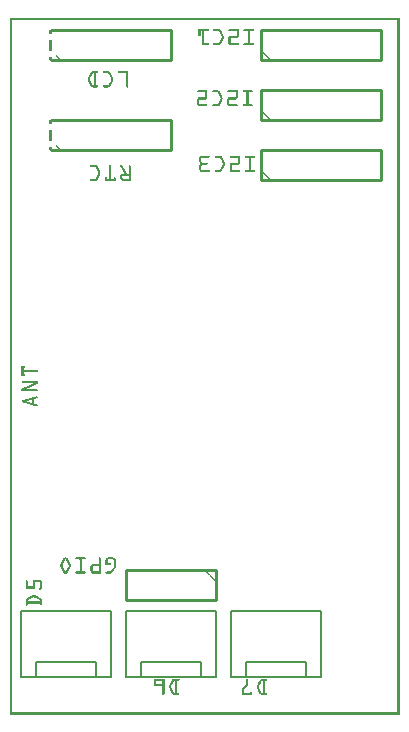
<source format=gto>
G04 MADE WITH FRITZING*
G04 WWW.FRITZING.ORG*
G04 DOUBLE SIDED*
G04 HOLES PLATED*
G04 CONTOUR ON CENTER OF CONTOUR VECTOR*
%ASAXBY*%
%FSLAX23Y23*%
%MOIN*%
%OFA0B0*%
%SFA1.0B1.0*%
%ADD10C,0.010000*%
%ADD11C,0.005000*%
%ADD12R,0.001000X0.001000*%
%LNSILK1*%
G90*
G70*
G54D10*
X836Y2181D02*
X1236Y2181D01*
D02*
X1236Y2181D02*
X1236Y2281D01*
D02*
X1236Y2281D02*
X836Y2281D01*
D02*
X836Y2281D02*
X836Y2181D01*
D02*
X836Y1981D02*
X1236Y1981D01*
D02*
X1236Y1981D02*
X1236Y2081D01*
D02*
X1236Y2081D02*
X836Y2081D01*
D02*
X836Y2081D02*
X836Y1981D01*
D02*
X836Y1781D02*
X1236Y1781D01*
D02*
X1236Y1781D02*
X1236Y1881D01*
D02*
X1236Y1881D02*
X836Y1881D01*
D02*
X836Y1881D02*
X836Y1781D01*
D02*
X136Y1881D02*
X536Y1881D01*
D02*
X536Y1881D02*
X536Y1981D01*
D02*
X536Y1981D02*
X136Y1981D01*
D02*
X136Y2181D02*
X536Y2181D01*
D02*
X536Y2181D02*
X536Y2281D01*
D02*
X536Y2281D02*
X136Y2281D01*
D02*
X686Y481D02*
X386Y481D01*
D02*
X386Y481D02*
X386Y381D01*
D02*
X386Y381D02*
X686Y381D01*
D02*
X686Y381D02*
X686Y481D01*
G54D11*
D02*
X736Y346D02*
X736Y126D01*
D02*
X1036Y346D02*
X1036Y126D01*
D02*
X1036Y346D02*
X736Y346D01*
D02*
X1036Y126D02*
X986Y126D01*
D02*
X986Y126D02*
X786Y126D01*
D02*
X786Y126D02*
X736Y126D01*
D02*
X786Y126D02*
X786Y176D01*
D02*
X786Y176D02*
X986Y176D01*
D02*
X986Y176D02*
X986Y126D01*
D02*
X36Y346D02*
X36Y126D01*
D02*
X336Y346D02*
X336Y126D01*
D02*
X336Y346D02*
X36Y346D01*
D02*
X336Y126D02*
X286Y126D01*
D02*
X286Y126D02*
X86Y126D01*
D02*
X86Y126D02*
X36Y126D01*
D02*
X86Y126D02*
X86Y176D01*
D02*
X86Y176D02*
X286Y176D01*
D02*
X286Y176D02*
X286Y126D01*
D02*
X386Y346D02*
X386Y126D01*
D02*
X686Y346D02*
X686Y126D01*
D02*
X686Y346D02*
X386Y346D01*
D02*
X686Y126D02*
X636Y126D01*
D02*
X636Y126D02*
X436Y126D01*
D02*
X436Y126D02*
X386Y126D01*
D02*
X436Y126D02*
X436Y176D01*
D02*
X436Y176D02*
X636Y176D01*
D02*
X636Y176D02*
X636Y126D01*
G54D12*
X0Y2323D02*
X1299Y2323D01*
X0Y2322D02*
X1299Y2322D01*
X0Y2321D02*
X1299Y2321D01*
X0Y2320D02*
X1299Y2320D01*
X0Y2319D02*
X1299Y2319D01*
X0Y2318D02*
X1299Y2318D01*
X0Y2317D02*
X1299Y2317D01*
X0Y2316D02*
X1299Y2316D01*
X0Y2315D02*
X7Y2315D01*
X1292Y2315D02*
X1299Y2315D01*
X0Y2314D02*
X7Y2314D01*
X1292Y2314D02*
X1299Y2314D01*
X0Y2313D02*
X7Y2313D01*
X1292Y2313D02*
X1299Y2313D01*
X0Y2312D02*
X7Y2312D01*
X1292Y2312D02*
X1299Y2312D01*
X0Y2311D02*
X7Y2311D01*
X1292Y2311D02*
X1299Y2311D01*
X0Y2310D02*
X7Y2310D01*
X1292Y2310D02*
X1299Y2310D01*
X0Y2309D02*
X7Y2309D01*
X1292Y2309D02*
X1299Y2309D01*
X0Y2308D02*
X7Y2308D01*
X1292Y2308D02*
X1299Y2308D01*
X0Y2307D02*
X7Y2307D01*
X1292Y2307D02*
X1299Y2307D01*
X0Y2306D02*
X7Y2306D01*
X1292Y2306D02*
X1299Y2306D01*
X0Y2305D02*
X7Y2305D01*
X1292Y2305D02*
X1299Y2305D01*
X0Y2304D02*
X7Y2304D01*
X1292Y2304D02*
X1299Y2304D01*
X0Y2303D02*
X7Y2303D01*
X1292Y2303D02*
X1299Y2303D01*
X0Y2302D02*
X7Y2302D01*
X1292Y2302D02*
X1299Y2302D01*
X0Y2301D02*
X7Y2301D01*
X1292Y2301D02*
X1299Y2301D01*
X0Y2300D02*
X7Y2300D01*
X1292Y2300D02*
X1299Y2300D01*
X0Y2299D02*
X7Y2299D01*
X1292Y2299D02*
X1299Y2299D01*
X0Y2298D02*
X7Y2298D01*
X1292Y2298D02*
X1299Y2298D01*
X0Y2297D02*
X7Y2297D01*
X1292Y2297D02*
X1299Y2297D01*
X0Y2296D02*
X7Y2296D01*
X1292Y2296D02*
X1299Y2296D01*
X0Y2295D02*
X7Y2295D01*
X1292Y2295D02*
X1299Y2295D01*
X0Y2294D02*
X7Y2294D01*
X1292Y2294D02*
X1299Y2294D01*
X0Y2293D02*
X7Y2293D01*
X1292Y2293D02*
X1299Y2293D01*
X0Y2292D02*
X7Y2292D01*
X1292Y2292D02*
X1299Y2292D01*
X0Y2291D02*
X7Y2291D01*
X1292Y2291D02*
X1299Y2291D01*
X0Y2290D02*
X7Y2290D01*
X1292Y2290D02*
X1299Y2290D01*
X0Y2289D02*
X7Y2289D01*
X1292Y2289D02*
X1299Y2289D01*
X0Y2288D02*
X7Y2288D01*
X1292Y2288D02*
X1299Y2288D01*
X0Y2287D02*
X7Y2287D01*
X1292Y2287D02*
X1299Y2287D01*
X0Y2286D02*
X7Y2286D01*
X1292Y2286D02*
X1299Y2286D01*
X0Y2285D02*
X7Y2285D01*
X630Y2285D02*
X661Y2285D01*
X680Y2285D02*
X698Y2285D01*
X731Y2285D02*
X763Y2285D01*
X781Y2285D02*
X811Y2285D01*
X1292Y2285D02*
X1299Y2285D01*
X0Y2284D02*
X7Y2284D01*
X629Y2284D02*
X662Y2284D01*
X679Y2284D02*
X700Y2284D01*
X730Y2284D02*
X763Y2284D01*
X780Y2284D02*
X812Y2284D01*
X1292Y2284D02*
X1299Y2284D01*
X0Y2283D02*
X7Y2283D01*
X629Y2283D02*
X662Y2283D01*
X679Y2283D02*
X701Y2283D01*
X729Y2283D02*
X763Y2283D01*
X779Y2283D02*
X813Y2283D01*
X1292Y2283D02*
X1299Y2283D01*
X0Y2282D02*
X7Y2282D01*
X629Y2282D02*
X662Y2282D01*
X679Y2282D02*
X702Y2282D01*
X729Y2282D02*
X763Y2282D01*
X779Y2282D02*
X813Y2282D01*
X1292Y2282D02*
X1299Y2282D01*
X0Y2281D02*
X7Y2281D01*
X131Y2281D02*
X140Y2281D01*
X629Y2281D02*
X662Y2281D01*
X679Y2281D02*
X703Y2281D01*
X729Y2281D02*
X763Y2281D01*
X779Y2281D02*
X813Y2281D01*
X1292Y2281D02*
X1299Y2281D01*
X0Y2280D02*
X7Y2280D01*
X131Y2280D02*
X140Y2280D01*
X629Y2280D02*
X661Y2280D01*
X680Y2280D02*
X704Y2280D01*
X730Y2280D02*
X763Y2280D01*
X780Y2280D02*
X812Y2280D01*
X1292Y2280D02*
X1299Y2280D01*
X0Y2279D02*
X7Y2279D01*
X131Y2279D02*
X140Y2279D01*
X629Y2279D02*
X660Y2279D01*
X681Y2279D02*
X704Y2279D01*
X731Y2279D02*
X763Y2279D01*
X781Y2279D02*
X811Y2279D01*
X1292Y2279D02*
X1299Y2279D01*
X0Y2278D02*
X7Y2278D01*
X131Y2278D02*
X140Y2278D01*
X629Y2278D02*
X635Y2278D01*
X642Y2278D02*
X648Y2278D01*
X697Y2278D02*
X705Y2278D01*
X757Y2278D02*
X763Y2278D01*
X793Y2278D02*
X799Y2278D01*
X1292Y2278D02*
X1299Y2278D01*
X0Y2277D02*
X7Y2277D01*
X131Y2277D02*
X140Y2277D01*
X629Y2277D02*
X635Y2277D01*
X642Y2277D02*
X648Y2277D01*
X698Y2277D02*
X705Y2277D01*
X757Y2277D02*
X763Y2277D01*
X793Y2277D02*
X799Y2277D01*
X1292Y2277D02*
X1299Y2277D01*
X0Y2276D02*
X7Y2276D01*
X131Y2276D02*
X140Y2276D01*
X629Y2276D02*
X635Y2276D01*
X642Y2276D02*
X648Y2276D01*
X699Y2276D02*
X706Y2276D01*
X757Y2276D02*
X763Y2276D01*
X793Y2276D02*
X799Y2276D01*
X1292Y2276D02*
X1299Y2276D01*
X0Y2275D02*
X7Y2275D01*
X131Y2275D02*
X140Y2275D01*
X629Y2275D02*
X635Y2275D01*
X642Y2275D02*
X648Y2275D01*
X699Y2275D02*
X706Y2275D01*
X757Y2275D02*
X763Y2275D01*
X793Y2275D02*
X799Y2275D01*
X1292Y2275D02*
X1299Y2275D01*
X0Y2274D02*
X7Y2274D01*
X131Y2274D02*
X140Y2274D01*
X629Y2274D02*
X635Y2274D01*
X642Y2274D02*
X648Y2274D01*
X700Y2274D02*
X707Y2274D01*
X757Y2274D02*
X763Y2274D01*
X793Y2274D02*
X799Y2274D01*
X1292Y2274D02*
X1299Y2274D01*
X0Y2273D02*
X7Y2273D01*
X131Y2273D02*
X140Y2273D01*
X629Y2273D02*
X635Y2273D01*
X642Y2273D02*
X648Y2273D01*
X700Y2273D02*
X707Y2273D01*
X757Y2273D02*
X763Y2273D01*
X793Y2273D02*
X799Y2273D01*
X1292Y2273D02*
X1299Y2273D01*
X0Y2272D02*
X7Y2272D01*
X131Y2272D02*
X140Y2272D01*
X629Y2272D02*
X635Y2272D01*
X642Y2272D02*
X648Y2272D01*
X701Y2272D02*
X708Y2272D01*
X757Y2272D02*
X763Y2272D01*
X793Y2272D02*
X799Y2272D01*
X1292Y2272D02*
X1299Y2272D01*
X0Y2271D02*
X7Y2271D01*
X131Y2271D02*
X140Y2271D01*
X629Y2271D02*
X635Y2271D01*
X642Y2271D02*
X648Y2271D01*
X701Y2271D02*
X708Y2271D01*
X757Y2271D02*
X763Y2271D01*
X793Y2271D02*
X799Y2271D01*
X1292Y2271D02*
X1299Y2271D01*
X0Y2270D02*
X7Y2270D01*
X131Y2270D02*
X131Y2270D01*
X629Y2270D02*
X635Y2270D01*
X642Y2270D02*
X648Y2270D01*
X702Y2270D02*
X709Y2270D01*
X757Y2270D02*
X763Y2270D01*
X793Y2270D02*
X799Y2270D01*
X1292Y2270D02*
X1299Y2270D01*
X0Y2269D02*
X7Y2269D01*
X629Y2269D02*
X635Y2269D01*
X642Y2269D02*
X648Y2269D01*
X702Y2269D02*
X709Y2269D01*
X757Y2269D02*
X763Y2269D01*
X793Y2269D02*
X799Y2269D01*
X1292Y2269D02*
X1299Y2269D01*
X0Y2268D02*
X7Y2268D01*
X629Y2268D02*
X635Y2268D01*
X642Y2268D02*
X648Y2268D01*
X703Y2268D02*
X710Y2268D01*
X757Y2268D02*
X763Y2268D01*
X793Y2268D02*
X799Y2268D01*
X1292Y2268D02*
X1299Y2268D01*
X0Y2267D02*
X7Y2267D01*
X629Y2267D02*
X635Y2267D01*
X642Y2267D02*
X648Y2267D01*
X703Y2267D02*
X710Y2267D01*
X757Y2267D02*
X763Y2267D01*
X793Y2267D02*
X799Y2267D01*
X1292Y2267D02*
X1299Y2267D01*
X0Y2266D02*
X7Y2266D01*
X629Y2266D02*
X635Y2266D01*
X642Y2266D02*
X648Y2266D01*
X704Y2266D02*
X711Y2266D01*
X757Y2266D02*
X763Y2266D01*
X793Y2266D02*
X799Y2266D01*
X1292Y2266D02*
X1299Y2266D01*
X0Y2265D02*
X7Y2265D01*
X629Y2265D02*
X635Y2265D01*
X642Y2265D02*
X648Y2265D01*
X704Y2265D02*
X711Y2265D01*
X757Y2265D02*
X763Y2265D01*
X793Y2265D02*
X799Y2265D01*
X1292Y2265D02*
X1299Y2265D01*
X0Y2264D02*
X7Y2264D01*
X629Y2264D02*
X635Y2264D01*
X642Y2264D02*
X648Y2264D01*
X705Y2264D02*
X711Y2264D01*
X757Y2264D02*
X763Y2264D01*
X793Y2264D02*
X799Y2264D01*
X1292Y2264D02*
X1299Y2264D01*
X0Y2263D02*
X7Y2263D01*
X629Y2263D02*
X634Y2263D01*
X642Y2263D02*
X648Y2263D01*
X705Y2263D02*
X712Y2263D01*
X757Y2263D02*
X763Y2263D01*
X793Y2263D02*
X799Y2263D01*
X1292Y2263D02*
X1299Y2263D01*
X0Y2262D02*
X7Y2262D01*
X630Y2262D02*
X633Y2262D01*
X642Y2262D02*
X648Y2262D01*
X706Y2262D02*
X712Y2262D01*
X735Y2262D02*
X763Y2262D01*
X793Y2262D02*
X799Y2262D01*
X1292Y2262D02*
X1299Y2262D01*
X0Y2261D02*
X7Y2261D01*
X642Y2261D02*
X648Y2261D01*
X706Y2261D02*
X712Y2261D01*
X732Y2261D02*
X762Y2261D01*
X793Y2261D02*
X799Y2261D01*
X1292Y2261D02*
X1299Y2261D01*
X0Y2260D02*
X7Y2260D01*
X642Y2260D02*
X648Y2260D01*
X706Y2260D02*
X712Y2260D01*
X731Y2260D02*
X762Y2260D01*
X793Y2260D02*
X799Y2260D01*
X1292Y2260D02*
X1299Y2260D01*
X0Y2259D02*
X7Y2259D01*
X642Y2259D02*
X648Y2259D01*
X706Y2259D02*
X712Y2259D01*
X730Y2259D02*
X762Y2259D01*
X793Y2259D02*
X799Y2259D01*
X1292Y2259D02*
X1299Y2259D01*
X0Y2258D02*
X7Y2258D01*
X642Y2258D02*
X648Y2258D01*
X706Y2258D02*
X712Y2258D01*
X730Y2258D02*
X761Y2258D01*
X793Y2258D02*
X799Y2258D01*
X1292Y2258D02*
X1299Y2258D01*
X0Y2257D02*
X7Y2257D01*
X642Y2257D02*
X648Y2257D01*
X706Y2257D02*
X712Y2257D01*
X729Y2257D02*
X760Y2257D01*
X793Y2257D02*
X799Y2257D01*
X1292Y2257D02*
X1299Y2257D01*
X0Y2256D02*
X7Y2256D01*
X642Y2256D02*
X648Y2256D01*
X706Y2256D02*
X712Y2256D01*
X729Y2256D02*
X759Y2256D01*
X793Y2256D02*
X799Y2256D01*
X1292Y2256D02*
X1299Y2256D01*
X0Y2255D02*
X7Y2255D01*
X642Y2255D02*
X648Y2255D01*
X706Y2255D02*
X712Y2255D01*
X729Y2255D02*
X735Y2255D01*
X793Y2255D02*
X799Y2255D01*
X1292Y2255D02*
X1299Y2255D01*
X0Y2254D02*
X7Y2254D01*
X642Y2254D02*
X648Y2254D01*
X705Y2254D02*
X712Y2254D01*
X729Y2254D02*
X735Y2254D01*
X793Y2254D02*
X799Y2254D01*
X1292Y2254D02*
X1299Y2254D01*
X0Y2253D02*
X7Y2253D01*
X642Y2253D02*
X648Y2253D01*
X705Y2253D02*
X711Y2253D01*
X729Y2253D02*
X735Y2253D01*
X793Y2253D02*
X799Y2253D01*
X1292Y2253D02*
X1299Y2253D01*
X0Y2252D02*
X7Y2252D01*
X642Y2252D02*
X648Y2252D01*
X704Y2252D02*
X711Y2252D01*
X729Y2252D02*
X735Y2252D01*
X793Y2252D02*
X799Y2252D01*
X1292Y2252D02*
X1299Y2252D01*
X0Y2251D02*
X7Y2251D01*
X642Y2251D02*
X648Y2251D01*
X704Y2251D02*
X710Y2251D01*
X729Y2251D02*
X735Y2251D01*
X793Y2251D02*
X799Y2251D01*
X1292Y2251D02*
X1299Y2251D01*
X0Y2250D02*
X7Y2250D01*
X642Y2250D02*
X648Y2250D01*
X703Y2250D02*
X710Y2250D01*
X729Y2250D02*
X735Y2250D01*
X793Y2250D02*
X799Y2250D01*
X1292Y2250D02*
X1299Y2250D01*
X0Y2249D02*
X7Y2249D01*
X132Y2249D02*
X140Y2249D01*
X642Y2249D02*
X648Y2249D01*
X703Y2249D02*
X709Y2249D01*
X729Y2249D02*
X735Y2249D01*
X793Y2249D02*
X799Y2249D01*
X1292Y2249D02*
X1299Y2249D01*
X0Y2248D02*
X7Y2248D01*
X131Y2248D02*
X140Y2248D01*
X642Y2248D02*
X648Y2248D01*
X702Y2248D02*
X709Y2248D01*
X729Y2248D02*
X735Y2248D01*
X793Y2248D02*
X799Y2248D01*
X1292Y2248D02*
X1299Y2248D01*
X0Y2247D02*
X7Y2247D01*
X131Y2247D02*
X140Y2247D01*
X642Y2247D02*
X648Y2247D01*
X702Y2247D02*
X709Y2247D01*
X729Y2247D02*
X735Y2247D01*
X793Y2247D02*
X799Y2247D01*
X1292Y2247D02*
X1299Y2247D01*
X0Y2246D02*
X7Y2246D01*
X131Y2246D02*
X140Y2246D01*
X642Y2246D02*
X648Y2246D01*
X701Y2246D02*
X708Y2246D01*
X729Y2246D02*
X735Y2246D01*
X793Y2246D02*
X799Y2246D01*
X1292Y2246D02*
X1299Y2246D01*
X0Y2245D02*
X7Y2245D01*
X131Y2245D02*
X140Y2245D01*
X642Y2245D02*
X648Y2245D01*
X701Y2245D02*
X708Y2245D01*
X729Y2245D02*
X735Y2245D01*
X793Y2245D02*
X799Y2245D01*
X1292Y2245D02*
X1299Y2245D01*
X0Y2244D02*
X7Y2244D01*
X131Y2244D02*
X140Y2244D01*
X642Y2244D02*
X648Y2244D01*
X700Y2244D02*
X707Y2244D01*
X729Y2244D02*
X735Y2244D01*
X793Y2244D02*
X799Y2244D01*
X1292Y2244D02*
X1299Y2244D01*
X0Y2243D02*
X7Y2243D01*
X131Y2243D02*
X140Y2243D01*
X642Y2243D02*
X648Y2243D01*
X700Y2243D02*
X707Y2243D01*
X729Y2243D02*
X735Y2243D01*
X793Y2243D02*
X799Y2243D01*
X1292Y2243D02*
X1299Y2243D01*
X0Y2242D02*
X7Y2242D01*
X131Y2242D02*
X140Y2242D01*
X642Y2242D02*
X648Y2242D01*
X699Y2242D02*
X706Y2242D01*
X729Y2242D02*
X735Y2242D01*
X793Y2242D02*
X799Y2242D01*
X1292Y2242D02*
X1299Y2242D01*
X0Y2241D02*
X7Y2241D01*
X131Y2241D02*
X140Y2241D01*
X642Y2241D02*
X648Y2241D01*
X699Y2241D02*
X706Y2241D01*
X729Y2241D02*
X735Y2241D01*
X793Y2241D02*
X799Y2241D01*
X1292Y2241D02*
X1299Y2241D01*
X0Y2240D02*
X7Y2240D01*
X131Y2240D02*
X140Y2240D01*
X642Y2240D02*
X648Y2240D01*
X698Y2240D02*
X705Y2240D01*
X729Y2240D02*
X735Y2240D01*
X793Y2240D02*
X799Y2240D01*
X1292Y2240D02*
X1299Y2240D01*
X0Y2239D02*
X7Y2239D01*
X131Y2239D02*
X140Y2239D01*
X642Y2239D02*
X648Y2239D01*
X697Y2239D02*
X705Y2239D01*
X729Y2239D02*
X735Y2239D01*
X793Y2239D02*
X799Y2239D01*
X1292Y2239D02*
X1299Y2239D01*
X0Y2238D02*
X7Y2238D01*
X131Y2238D02*
X140Y2238D01*
X642Y2238D02*
X661Y2238D01*
X681Y2238D02*
X704Y2238D01*
X729Y2238D02*
X761Y2238D01*
X781Y2238D02*
X811Y2238D01*
X1292Y2238D02*
X1299Y2238D01*
X0Y2237D02*
X7Y2237D01*
X131Y2237D02*
X140Y2237D01*
X642Y2237D02*
X662Y2237D01*
X679Y2237D02*
X704Y2237D01*
X729Y2237D02*
X762Y2237D01*
X780Y2237D02*
X812Y2237D01*
X1292Y2237D02*
X1299Y2237D01*
X0Y2236D02*
X7Y2236D01*
X131Y2236D02*
X140Y2236D01*
X642Y2236D02*
X662Y2236D01*
X679Y2236D02*
X703Y2236D01*
X730Y2236D02*
X762Y2236D01*
X779Y2236D02*
X813Y2236D01*
X1292Y2236D02*
X1299Y2236D01*
X0Y2235D02*
X7Y2235D01*
X131Y2235D02*
X140Y2235D01*
X642Y2235D02*
X662Y2235D01*
X679Y2235D02*
X702Y2235D01*
X730Y2235D02*
X763Y2235D01*
X779Y2235D02*
X813Y2235D01*
X1292Y2235D02*
X1299Y2235D01*
X0Y2234D02*
X7Y2234D01*
X131Y2234D02*
X140Y2234D01*
X642Y2234D02*
X662Y2234D01*
X679Y2234D02*
X701Y2234D01*
X731Y2234D02*
X762Y2234D01*
X779Y2234D02*
X813Y2234D01*
X1292Y2234D02*
X1299Y2234D01*
X0Y2233D02*
X7Y2233D01*
X131Y2233D02*
X140Y2233D01*
X642Y2233D02*
X661Y2233D01*
X680Y2233D02*
X700Y2233D01*
X732Y2233D02*
X762Y2233D01*
X780Y2233D02*
X812Y2233D01*
X1292Y2233D02*
X1299Y2233D01*
X0Y2232D02*
X7Y2232D01*
X131Y2232D02*
X140Y2232D01*
X642Y2232D02*
X660Y2232D01*
X681Y2232D02*
X697Y2232D01*
X734Y2232D02*
X761Y2232D01*
X781Y2232D02*
X811Y2232D01*
X1292Y2232D02*
X1299Y2232D01*
X0Y2231D02*
X7Y2231D01*
X131Y2231D02*
X140Y2231D01*
X1292Y2231D02*
X1299Y2231D01*
X0Y2230D02*
X7Y2230D01*
X131Y2230D02*
X140Y2230D01*
X1292Y2230D02*
X1299Y2230D01*
X0Y2229D02*
X7Y2229D01*
X131Y2229D02*
X140Y2229D01*
X1292Y2229D02*
X1299Y2229D01*
X0Y2228D02*
X7Y2228D01*
X131Y2228D02*
X140Y2228D01*
X1292Y2228D02*
X1299Y2228D01*
X0Y2227D02*
X7Y2227D01*
X131Y2227D02*
X140Y2227D01*
X1292Y2227D02*
X1299Y2227D01*
X0Y2226D02*
X7Y2226D01*
X131Y2226D02*
X140Y2226D01*
X1292Y2226D02*
X1299Y2226D01*
X0Y2225D02*
X7Y2225D01*
X131Y2225D02*
X140Y2225D01*
X1292Y2225D02*
X1299Y2225D01*
X0Y2224D02*
X7Y2224D01*
X131Y2224D02*
X140Y2224D01*
X1292Y2224D02*
X1299Y2224D01*
X0Y2223D02*
X7Y2223D01*
X131Y2223D02*
X140Y2223D01*
X1292Y2223D02*
X1299Y2223D01*
X0Y2222D02*
X7Y2222D01*
X131Y2222D02*
X140Y2222D01*
X1292Y2222D02*
X1299Y2222D01*
X0Y2221D02*
X7Y2221D01*
X131Y2221D02*
X140Y2221D01*
X1292Y2221D02*
X1299Y2221D01*
X0Y2220D02*
X7Y2220D01*
X131Y2220D02*
X140Y2220D01*
X1292Y2220D02*
X1299Y2220D01*
X0Y2219D02*
X7Y2219D01*
X131Y2219D02*
X140Y2219D01*
X1292Y2219D02*
X1299Y2219D01*
X0Y2218D02*
X7Y2218D01*
X131Y2218D02*
X140Y2218D01*
X1292Y2218D02*
X1299Y2218D01*
X0Y2217D02*
X7Y2217D01*
X131Y2217D02*
X140Y2217D01*
X837Y2217D02*
X838Y2217D01*
X1292Y2217D02*
X1299Y2217D01*
X0Y2216D02*
X7Y2216D01*
X131Y2216D02*
X140Y2216D01*
X836Y2216D02*
X839Y2216D01*
X1292Y2216D02*
X1299Y2216D01*
X0Y2215D02*
X7Y2215D01*
X131Y2215D02*
X140Y2215D01*
X835Y2215D02*
X840Y2215D01*
X1292Y2215D02*
X1299Y2215D01*
X0Y2214D02*
X7Y2214D01*
X131Y2214D02*
X140Y2214D01*
X835Y2214D02*
X841Y2214D01*
X1292Y2214D02*
X1299Y2214D01*
X0Y2213D02*
X7Y2213D01*
X836Y2213D02*
X842Y2213D01*
X1292Y2213D02*
X1299Y2213D01*
X0Y2212D02*
X7Y2212D01*
X837Y2212D02*
X843Y2212D01*
X1292Y2212D02*
X1299Y2212D01*
X0Y2211D02*
X7Y2211D01*
X838Y2211D02*
X844Y2211D01*
X1292Y2211D02*
X1299Y2211D01*
X0Y2210D02*
X7Y2210D01*
X839Y2210D02*
X845Y2210D01*
X1292Y2210D02*
X1299Y2210D01*
X0Y2209D02*
X7Y2209D01*
X840Y2209D02*
X846Y2209D01*
X1292Y2209D02*
X1299Y2209D01*
X0Y2208D02*
X7Y2208D01*
X841Y2208D02*
X847Y2208D01*
X1292Y2208D02*
X1299Y2208D01*
X0Y2207D02*
X7Y2207D01*
X842Y2207D02*
X848Y2207D01*
X1292Y2207D02*
X1299Y2207D01*
X0Y2206D02*
X7Y2206D01*
X843Y2206D02*
X849Y2206D01*
X1292Y2206D02*
X1299Y2206D01*
X0Y2205D02*
X7Y2205D01*
X844Y2205D02*
X850Y2205D01*
X1292Y2205D02*
X1299Y2205D01*
X0Y2204D02*
X7Y2204D01*
X845Y2204D02*
X851Y2204D01*
X1292Y2204D02*
X1299Y2204D01*
X0Y2203D02*
X7Y2203D01*
X846Y2203D02*
X852Y2203D01*
X1292Y2203D02*
X1299Y2203D01*
X0Y2202D02*
X7Y2202D01*
X847Y2202D02*
X852Y2202D01*
X1292Y2202D02*
X1299Y2202D01*
X0Y2201D02*
X7Y2201D01*
X848Y2201D02*
X853Y2201D01*
X1292Y2201D02*
X1299Y2201D01*
X0Y2200D02*
X7Y2200D01*
X849Y2200D02*
X854Y2200D01*
X1292Y2200D02*
X1299Y2200D01*
X0Y2199D02*
X7Y2199D01*
X850Y2199D02*
X855Y2199D01*
X1292Y2199D02*
X1299Y2199D01*
X0Y2198D02*
X7Y2198D01*
X156Y2198D02*
X157Y2198D01*
X851Y2198D02*
X857Y2198D01*
X1292Y2198D02*
X1299Y2198D01*
X0Y2197D02*
X7Y2197D01*
X154Y2197D02*
X158Y2197D01*
X852Y2197D02*
X858Y2197D01*
X1292Y2197D02*
X1299Y2197D01*
X0Y2196D02*
X7Y2196D01*
X153Y2196D02*
X159Y2196D01*
X853Y2196D02*
X859Y2196D01*
X1292Y2196D02*
X1299Y2196D01*
X0Y2195D02*
X7Y2195D01*
X154Y2195D02*
X160Y2195D01*
X854Y2195D02*
X860Y2195D01*
X1292Y2195D02*
X1299Y2195D01*
X0Y2194D02*
X7Y2194D01*
X155Y2194D02*
X161Y2194D01*
X855Y2194D02*
X861Y2194D01*
X1292Y2194D02*
X1299Y2194D01*
X0Y2193D02*
X7Y2193D01*
X156Y2193D02*
X162Y2193D01*
X856Y2193D02*
X862Y2193D01*
X1292Y2193D02*
X1299Y2193D01*
X0Y2192D02*
X7Y2192D01*
X131Y2192D02*
X140Y2192D01*
X157Y2192D02*
X163Y2192D01*
X857Y2192D02*
X863Y2192D01*
X1292Y2192D02*
X1299Y2192D01*
X0Y2191D02*
X7Y2191D01*
X131Y2191D02*
X140Y2191D01*
X158Y2191D02*
X164Y2191D01*
X858Y2191D02*
X864Y2191D01*
X1292Y2191D02*
X1299Y2191D01*
X0Y2190D02*
X7Y2190D01*
X131Y2190D02*
X140Y2190D01*
X159Y2190D02*
X165Y2190D01*
X859Y2190D02*
X865Y2190D01*
X1292Y2190D02*
X1299Y2190D01*
X0Y2189D02*
X7Y2189D01*
X131Y2189D02*
X140Y2189D01*
X160Y2189D02*
X166Y2189D01*
X860Y2189D02*
X866Y2189D01*
X1292Y2189D02*
X1299Y2189D01*
X0Y2188D02*
X7Y2188D01*
X131Y2188D02*
X140Y2188D01*
X161Y2188D02*
X167Y2188D01*
X861Y2188D02*
X867Y2188D01*
X1292Y2188D02*
X1299Y2188D01*
X0Y2187D02*
X7Y2187D01*
X131Y2187D02*
X140Y2187D01*
X162Y2187D02*
X168Y2187D01*
X862Y2187D02*
X868Y2187D01*
X1292Y2187D02*
X1299Y2187D01*
X0Y2186D02*
X7Y2186D01*
X131Y2186D02*
X140Y2186D01*
X163Y2186D02*
X169Y2186D01*
X863Y2186D02*
X869Y2186D01*
X1292Y2186D02*
X1299Y2186D01*
X0Y2185D02*
X7Y2185D01*
X131Y2185D02*
X140Y2185D01*
X164Y2185D02*
X170Y2185D01*
X864Y2185D02*
X870Y2185D01*
X1292Y2185D02*
X1299Y2185D01*
X0Y2184D02*
X7Y2184D01*
X131Y2184D02*
X140Y2184D01*
X165Y2184D02*
X171Y2184D01*
X865Y2184D02*
X871Y2184D01*
X1292Y2184D02*
X1299Y2184D01*
X0Y2183D02*
X7Y2183D01*
X131Y2183D02*
X140Y2183D01*
X166Y2183D02*
X172Y2183D01*
X866Y2183D02*
X872Y2183D01*
X1292Y2183D02*
X1299Y2183D01*
X0Y2182D02*
X7Y2182D01*
X131Y2182D02*
X140Y2182D01*
X167Y2182D02*
X171Y2182D01*
X867Y2182D02*
X871Y2182D01*
X1292Y2182D02*
X1299Y2182D01*
X0Y2181D02*
X7Y2181D01*
X168Y2181D02*
X170Y2181D01*
X868Y2181D02*
X870Y2181D01*
X1292Y2181D02*
X1299Y2181D01*
X0Y2180D02*
X7Y2180D01*
X169Y2180D02*
X169Y2180D01*
X869Y2180D02*
X869Y2180D01*
X1292Y2180D02*
X1299Y2180D01*
X0Y2179D02*
X7Y2179D01*
X1292Y2179D02*
X1299Y2179D01*
X0Y2178D02*
X7Y2178D01*
X1292Y2178D02*
X1299Y2178D01*
X0Y2177D02*
X7Y2177D01*
X1292Y2177D02*
X1299Y2177D01*
X0Y2176D02*
X7Y2176D01*
X1292Y2176D02*
X1299Y2176D01*
X0Y2175D02*
X7Y2175D01*
X1292Y2175D02*
X1299Y2175D01*
X0Y2174D02*
X7Y2174D01*
X1292Y2174D02*
X1299Y2174D01*
X0Y2173D02*
X7Y2173D01*
X1292Y2173D02*
X1299Y2173D01*
X0Y2172D02*
X7Y2172D01*
X1292Y2172D02*
X1299Y2172D01*
X0Y2171D02*
X7Y2171D01*
X1292Y2171D02*
X1299Y2171D01*
X0Y2170D02*
X7Y2170D01*
X1292Y2170D02*
X1299Y2170D01*
X0Y2169D02*
X7Y2169D01*
X1292Y2169D02*
X1299Y2169D01*
X0Y2168D02*
X7Y2168D01*
X1292Y2168D02*
X1299Y2168D01*
X0Y2167D02*
X7Y2167D01*
X1292Y2167D02*
X1299Y2167D01*
X0Y2166D02*
X7Y2166D01*
X1292Y2166D02*
X1299Y2166D01*
X0Y2165D02*
X7Y2165D01*
X1292Y2165D02*
X1299Y2165D01*
X0Y2164D02*
X7Y2164D01*
X1292Y2164D02*
X1299Y2164D01*
X0Y2163D02*
X7Y2163D01*
X1292Y2163D02*
X1299Y2163D01*
X0Y2162D02*
X7Y2162D01*
X1292Y2162D02*
X1299Y2162D01*
X0Y2161D02*
X7Y2161D01*
X1292Y2161D02*
X1299Y2161D01*
X0Y2160D02*
X7Y2160D01*
X1292Y2160D02*
X1299Y2160D01*
X0Y2159D02*
X7Y2159D01*
X1292Y2159D02*
X1299Y2159D01*
X0Y2158D02*
X7Y2158D01*
X1292Y2158D02*
X1299Y2158D01*
X0Y2157D02*
X7Y2157D01*
X1292Y2157D02*
X1299Y2157D01*
X0Y2156D02*
X7Y2156D01*
X1292Y2156D02*
X1299Y2156D01*
X0Y2155D02*
X7Y2155D01*
X1292Y2155D02*
X1299Y2155D01*
X0Y2154D02*
X7Y2154D01*
X1292Y2154D02*
X1299Y2154D01*
X0Y2153D02*
X7Y2153D01*
X1292Y2153D02*
X1299Y2153D01*
X0Y2152D02*
X7Y2152D01*
X1292Y2152D02*
X1299Y2152D01*
X0Y2151D02*
X7Y2151D01*
X1292Y2151D02*
X1299Y2151D01*
X0Y2150D02*
X7Y2150D01*
X1292Y2150D02*
X1299Y2150D01*
X0Y2149D02*
X7Y2149D01*
X1292Y2149D02*
X1299Y2149D01*
X0Y2148D02*
X7Y2148D01*
X1292Y2148D02*
X1299Y2148D01*
X0Y2147D02*
X7Y2147D01*
X1292Y2147D02*
X1299Y2147D01*
X0Y2146D02*
X7Y2146D01*
X1292Y2146D02*
X1299Y2146D01*
X0Y2145D02*
X7Y2145D01*
X278Y2145D02*
X290Y2145D01*
X314Y2145D02*
X326Y2145D01*
X364Y2145D02*
X394Y2145D01*
X1292Y2145D02*
X1299Y2145D01*
X0Y2144D02*
X7Y2144D01*
X274Y2144D02*
X293Y2144D01*
X312Y2144D02*
X330Y2144D01*
X362Y2144D02*
X394Y2144D01*
X1292Y2144D02*
X1299Y2144D01*
X0Y2143D02*
X7Y2143D01*
X272Y2143D02*
X294Y2143D01*
X311Y2143D02*
X332Y2143D01*
X361Y2143D02*
X394Y2143D01*
X1292Y2143D02*
X1299Y2143D01*
X0Y2142D02*
X7Y2142D01*
X271Y2142D02*
X294Y2142D01*
X311Y2142D02*
X333Y2142D01*
X361Y2142D02*
X394Y2142D01*
X1292Y2142D02*
X1299Y2142D01*
X0Y2141D02*
X7Y2141D01*
X270Y2141D02*
X294Y2141D01*
X311Y2141D02*
X334Y2141D01*
X361Y2141D02*
X394Y2141D01*
X1292Y2141D02*
X1299Y2141D01*
X0Y2140D02*
X7Y2140D01*
X270Y2140D02*
X294Y2140D01*
X311Y2140D02*
X335Y2140D01*
X361Y2140D02*
X394Y2140D01*
X1292Y2140D02*
X1299Y2140D01*
X0Y2139D02*
X7Y2139D01*
X269Y2139D02*
X293Y2139D01*
X312Y2139D02*
X335Y2139D01*
X362Y2139D02*
X394Y2139D01*
X1292Y2139D02*
X1299Y2139D01*
X0Y2138D02*
X7Y2138D01*
X268Y2138D02*
X290Y2138D01*
X314Y2138D02*
X336Y2138D01*
X365Y2138D02*
X394Y2138D01*
X1292Y2138D02*
X1299Y2138D01*
X0Y2137D02*
X7Y2137D01*
X268Y2137D02*
X275Y2137D01*
X281Y2137D02*
X287Y2137D01*
X329Y2137D02*
X336Y2137D01*
X388Y2137D02*
X394Y2137D01*
X1292Y2137D02*
X1299Y2137D01*
X0Y2136D02*
X7Y2136D01*
X267Y2136D02*
X274Y2136D01*
X281Y2136D02*
X287Y2136D01*
X330Y2136D02*
X337Y2136D01*
X388Y2136D02*
X394Y2136D01*
X1292Y2136D02*
X1299Y2136D01*
X0Y2135D02*
X7Y2135D01*
X267Y2135D02*
X274Y2135D01*
X281Y2135D02*
X287Y2135D01*
X331Y2135D02*
X337Y2135D01*
X388Y2135D02*
X394Y2135D01*
X1292Y2135D02*
X1299Y2135D01*
X0Y2134D02*
X7Y2134D01*
X266Y2134D02*
X273Y2134D01*
X281Y2134D02*
X287Y2134D01*
X331Y2134D02*
X338Y2134D01*
X388Y2134D02*
X394Y2134D01*
X1292Y2134D02*
X1299Y2134D01*
X0Y2133D02*
X7Y2133D01*
X266Y2133D02*
X273Y2133D01*
X281Y2133D02*
X287Y2133D01*
X332Y2133D02*
X338Y2133D01*
X388Y2133D02*
X394Y2133D01*
X1292Y2133D02*
X1299Y2133D01*
X0Y2132D02*
X7Y2132D01*
X265Y2132D02*
X272Y2132D01*
X281Y2132D02*
X287Y2132D01*
X332Y2132D02*
X339Y2132D01*
X388Y2132D02*
X394Y2132D01*
X1292Y2132D02*
X1299Y2132D01*
X0Y2131D02*
X7Y2131D01*
X265Y2131D02*
X272Y2131D01*
X281Y2131D02*
X287Y2131D01*
X333Y2131D02*
X339Y2131D01*
X388Y2131D02*
X394Y2131D01*
X1292Y2131D02*
X1299Y2131D01*
X0Y2130D02*
X7Y2130D01*
X265Y2130D02*
X271Y2130D01*
X281Y2130D02*
X287Y2130D01*
X333Y2130D02*
X340Y2130D01*
X388Y2130D02*
X394Y2130D01*
X1292Y2130D02*
X1299Y2130D01*
X0Y2129D02*
X7Y2129D01*
X264Y2129D02*
X271Y2129D01*
X281Y2129D02*
X287Y2129D01*
X334Y2129D02*
X340Y2129D01*
X388Y2129D02*
X394Y2129D01*
X1292Y2129D02*
X1299Y2129D01*
X0Y2128D02*
X7Y2128D01*
X264Y2128D02*
X270Y2128D01*
X281Y2128D02*
X287Y2128D01*
X334Y2128D02*
X341Y2128D01*
X388Y2128D02*
X394Y2128D01*
X1292Y2128D02*
X1299Y2128D01*
X0Y2127D02*
X7Y2127D01*
X263Y2127D02*
X270Y2127D01*
X281Y2127D02*
X287Y2127D01*
X335Y2127D02*
X341Y2127D01*
X388Y2127D02*
X394Y2127D01*
X1292Y2127D02*
X1299Y2127D01*
X0Y2126D02*
X7Y2126D01*
X263Y2126D02*
X269Y2126D01*
X281Y2126D02*
X287Y2126D01*
X335Y2126D02*
X342Y2126D01*
X388Y2126D02*
X394Y2126D01*
X1292Y2126D02*
X1299Y2126D01*
X0Y2125D02*
X7Y2125D01*
X262Y2125D02*
X269Y2125D01*
X281Y2125D02*
X287Y2125D01*
X336Y2125D02*
X342Y2125D01*
X388Y2125D02*
X394Y2125D01*
X1292Y2125D02*
X1299Y2125D01*
X0Y2124D02*
X7Y2124D01*
X262Y2124D02*
X268Y2124D01*
X281Y2124D02*
X287Y2124D01*
X336Y2124D02*
X343Y2124D01*
X388Y2124D02*
X394Y2124D01*
X1292Y2124D02*
X1299Y2124D01*
X0Y2123D02*
X7Y2123D01*
X261Y2123D02*
X268Y2123D01*
X281Y2123D02*
X287Y2123D01*
X337Y2123D02*
X343Y2123D01*
X388Y2123D02*
X394Y2123D01*
X1292Y2123D02*
X1299Y2123D01*
X0Y2122D02*
X7Y2122D01*
X261Y2122D02*
X267Y2122D01*
X281Y2122D02*
X287Y2122D01*
X337Y2122D02*
X344Y2122D01*
X388Y2122D02*
X394Y2122D01*
X1292Y2122D02*
X1299Y2122D01*
X0Y2121D02*
X7Y2121D01*
X261Y2121D02*
X267Y2121D01*
X281Y2121D02*
X287Y2121D01*
X338Y2121D02*
X344Y2121D01*
X388Y2121D02*
X394Y2121D01*
X1292Y2121D02*
X1299Y2121D01*
X0Y2120D02*
X7Y2120D01*
X261Y2120D02*
X267Y2120D01*
X281Y2120D02*
X287Y2120D01*
X338Y2120D02*
X344Y2120D01*
X388Y2120D02*
X394Y2120D01*
X1292Y2120D02*
X1299Y2120D01*
X0Y2119D02*
X7Y2119D01*
X260Y2119D02*
X266Y2119D01*
X281Y2119D02*
X287Y2119D01*
X338Y2119D02*
X344Y2119D01*
X388Y2119D02*
X394Y2119D01*
X1292Y2119D02*
X1299Y2119D01*
X0Y2118D02*
X7Y2118D01*
X260Y2118D02*
X266Y2118D01*
X281Y2118D02*
X287Y2118D01*
X338Y2118D02*
X344Y2118D01*
X388Y2118D02*
X394Y2118D01*
X1292Y2118D02*
X1299Y2118D01*
X0Y2117D02*
X7Y2117D01*
X260Y2117D02*
X266Y2117D01*
X281Y2117D02*
X287Y2117D01*
X338Y2117D02*
X344Y2117D01*
X388Y2117D02*
X394Y2117D01*
X1292Y2117D02*
X1299Y2117D01*
X0Y2116D02*
X7Y2116D01*
X260Y2116D02*
X267Y2116D01*
X281Y2116D02*
X287Y2116D01*
X338Y2116D02*
X344Y2116D01*
X388Y2116D02*
X394Y2116D01*
X1292Y2116D02*
X1299Y2116D01*
X0Y2115D02*
X7Y2115D01*
X261Y2115D02*
X267Y2115D01*
X281Y2115D02*
X287Y2115D01*
X338Y2115D02*
X344Y2115D01*
X388Y2115D02*
X394Y2115D01*
X1292Y2115D02*
X1299Y2115D01*
X0Y2114D02*
X7Y2114D01*
X261Y2114D02*
X267Y2114D01*
X281Y2114D02*
X287Y2114D01*
X337Y2114D02*
X344Y2114D01*
X388Y2114D02*
X394Y2114D01*
X1292Y2114D02*
X1299Y2114D01*
X0Y2113D02*
X7Y2113D01*
X261Y2113D02*
X268Y2113D01*
X281Y2113D02*
X287Y2113D01*
X337Y2113D02*
X343Y2113D01*
X388Y2113D02*
X394Y2113D01*
X1292Y2113D02*
X1299Y2113D01*
X0Y2112D02*
X7Y2112D01*
X262Y2112D02*
X268Y2112D01*
X281Y2112D02*
X287Y2112D01*
X336Y2112D02*
X343Y2112D01*
X388Y2112D02*
X394Y2112D01*
X1292Y2112D02*
X1299Y2112D01*
X0Y2111D02*
X7Y2111D01*
X262Y2111D02*
X269Y2111D01*
X281Y2111D02*
X287Y2111D01*
X336Y2111D02*
X343Y2111D01*
X388Y2111D02*
X394Y2111D01*
X1292Y2111D02*
X1299Y2111D01*
X0Y2110D02*
X7Y2110D01*
X262Y2110D02*
X269Y2110D01*
X281Y2110D02*
X287Y2110D01*
X335Y2110D02*
X342Y2110D01*
X388Y2110D02*
X394Y2110D01*
X1292Y2110D02*
X1299Y2110D01*
X0Y2109D02*
X7Y2109D01*
X263Y2109D02*
X270Y2109D01*
X281Y2109D02*
X287Y2109D01*
X335Y2109D02*
X342Y2109D01*
X388Y2109D02*
X394Y2109D01*
X1292Y2109D02*
X1299Y2109D01*
X0Y2108D02*
X7Y2108D01*
X263Y2108D02*
X270Y2108D01*
X281Y2108D02*
X287Y2108D01*
X334Y2108D02*
X341Y2108D01*
X388Y2108D02*
X394Y2108D01*
X1292Y2108D02*
X1299Y2108D01*
X0Y2107D02*
X7Y2107D01*
X264Y2107D02*
X271Y2107D01*
X281Y2107D02*
X287Y2107D01*
X334Y2107D02*
X341Y2107D01*
X388Y2107D02*
X394Y2107D01*
X1292Y2107D02*
X1299Y2107D01*
X0Y2106D02*
X7Y2106D01*
X264Y2106D02*
X271Y2106D01*
X281Y2106D02*
X287Y2106D01*
X333Y2106D02*
X340Y2106D01*
X388Y2106D02*
X394Y2106D01*
X1292Y2106D02*
X1299Y2106D01*
X0Y2105D02*
X7Y2105D01*
X265Y2105D02*
X272Y2105D01*
X281Y2105D02*
X287Y2105D01*
X333Y2105D02*
X340Y2105D01*
X388Y2105D02*
X394Y2105D01*
X1292Y2105D02*
X1299Y2105D01*
X0Y2104D02*
X7Y2104D01*
X265Y2104D02*
X272Y2104D01*
X281Y2104D02*
X287Y2104D01*
X332Y2104D02*
X339Y2104D01*
X388Y2104D02*
X394Y2104D01*
X1292Y2104D02*
X1299Y2104D01*
X0Y2103D02*
X7Y2103D01*
X266Y2103D02*
X273Y2103D01*
X281Y2103D02*
X287Y2103D01*
X332Y2103D02*
X339Y2103D01*
X388Y2103D02*
X394Y2103D01*
X1292Y2103D02*
X1299Y2103D01*
X0Y2102D02*
X7Y2102D01*
X266Y2102D02*
X273Y2102D01*
X281Y2102D02*
X287Y2102D01*
X331Y2102D02*
X338Y2102D01*
X388Y2102D02*
X394Y2102D01*
X1292Y2102D02*
X1299Y2102D01*
X0Y2101D02*
X7Y2101D01*
X267Y2101D02*
X274Y2101D01*
X281Y2101D02*
X287Y2101D01*
X331Y2101D02*
X338Y2101D01*
X388Y2101D02*
X394Y2101D01*
X1292Y2101D02*
X1299Y2101D01*
X0Y2100D02*
X7Y2100D01*
X267Y2100D02*
X274Y2100D01*
X281Y2100D02*
X287Y2100D01*
X330Y2100D02*
X337Y2100D01*
X388Y2100D02*
X394Y2100D01*
X1292Y2100D02*
X1299Y2100D01*
X0Y2099D02*
X7Y2099D01*
X268Y2099D02*
X275Y2099D01*
X281Y2099D02*
X287Y2099D01*
X329Y2099D02*
X337Y2099D01*
X388Y2099D02*
X394Y2099D01*
X1292Y2099D02*
X1299Y2099D01*
X0Y2098D02*
X7Y2098D01*
X268Y2098D02*
X277Y2098D01*
X281Y2098D02*
X287Y2098D01*
X328Y2098D02*
X336Y2098D01*
X388Y2098D02*
X394Y2098D01*
X1292Y2098D02*
X1299Y2098D01*
X0Y2097D02*
X7Y2097D01*
X269Y2097D02*
X293Y2097D01*
X312Y2097D02*
X336Y2097D01*
X388Y2097D02*
X394Y2097D01*
X1292Y2097D02*
X1299Y2097D01*
X0Y2096D02*
X7Y2096D01*
X270Y2096D02*
X293Y2096D01*
X311Y2096D02*
X335Y2096D01*
X388Y2096D02*
X394Y2096D01*
X1292Y2096D02*
X1299Y2096D01*
X0Y2095D02*
X7Y2095D01*
X270Y2095D02*
X294Y2095D01*
X311Y2095D02*
X334Y2095D01*
X388Y2095D02*
X394Y2095D01*
X1292Y2095D02*
X1299Y2095D01*
X0Y2094D02*
X7Y2094D01*
X271Y2094D02*
X294Y2094D01*
X311Y2094D02*
X334Y2094D01*
X388Y2094D02*
X394Y2094D01*
X1292Y2094D02*
X1299Y2094D01*
X0Y2093D02*
X7Y2093D01*
X272Y2093D02*
X294Y2093D01*
X311Y2093D02*
X332Y2093D01*
X389Y2093D02*
X394Y2093D01*
X1292Y2093D02*
X1299Y2093D01*
X0Y2092D02*
X7Y2092D01*
X274Y2092D02*
X293Y2092D01*
X312Y2092D02*
X331Y2092D01*
X389Y2092D02*
X393Y2092D01*
X1292Y2092D02*
X1299Y2092D01*
X0Y2091D02*
X7Y2091D01*
X277Y2091D02*
X291Y2091D01*
X313Y2091D02*
X327Y2091D01*
X391Y2091D02*
X392Y2091D01*
X1292Y2091D02*
X1299Y2091D01*
X0Y2090D02*
X7Y2090D01*
X1292Y2090D02*
X1299Y2090D01*
X0Y2089D02*
X7Y2089D01*
X1292Y2089D02*
X1299Y2089D01*
X0Y2088D02*
X7Y2088D01*
X1292Y2088D02*
X1299Y2088D01*
X0Y2087D02*
X7Y2087D01*
X1292Y2087D02*
X1299Y2087D01*
X0Y2086D02*
X7Y2086D01*
X1292Y2086D02*
X1299Y2086D01*
X0Y2085D02*
X7Y2085D01*
X1292Y2085D02*
X1299Y2085D01*
X0Y2084D02*
X7Y2084D01*
X1292Y2084D02*
X1299Y2084D01*
X0Y2083D02*
X7Y2083D01*
X1292Y2083D02*
X1299Y2083D01*
X0Y2082D02*
X7Y2082D01*
X1292Y2082D02*
X1299Y2082D01*
X0Y2081D02*
X7Y2081D01*
X627Y2081D02*
X658Y2081D01*
X677Y2081D02*
X693Y2081D01*
X727Y2081D02*
X759Y2081D01*
X778Y2081D02*
X807Y2081D01*
X1292Y2081D02*
X1299Y2081D01*
X0Y2080D02*
X7Y2080D01*
X626Y2080D02*
X658Y2080D01*
X676Y2080D02*
X695Y2080D01*
X726Y2080D02*
X759Y2080D01*
X776Y2080D02*
X808Y2080D01*
X1292Y2080D02*
X1299Y2080D01*
X0Y2079D02*
X7Y2079D01*
X625Y2079D02*
X658Y2079D01*
X675Y2079D02*
X697Y2079D01*
X726Y2079D02*
X759Y2079D01*
X776Y2079D02*
X809Y2079D01*
X1292Y2079D02*
X1299Y2079D01*
X0Y2078D02*
X7Y2078D01*
X625Y2078D02*
X658Y2078D01*
X675Y2078D02*
X698Y2078D01*
X725Y2078D02*
X759Y2078D01*
X776Y2078D02*
X809Y2078D01*
X1292Y2078D02*
X1299Y2078D01*
X0Y2077D02*
X7Y2077D01*
X625Y2077D02*
X658Y2077D01*
X675Y2077D02*
X699Y2077D01*
X725Y2077D02*
X759Y2077D01*
X776Y2077D02*
X809Y2077D01*
X1292Y2077D02*
X1299Y2077D01*
X0Y2076D02*
X7Y2076D01*
X625Y2076D02*
X658Y2076D01*
X676Y2076D02*
X700Y2076D01*
X726Y2076D02*
X759Y2076D01*
X776Y2076D02*
X809Y2076D01*
X1292Y2076D02*
X1299Y2076D01*
X0Y2075D02*
X7Y2075D01*
X626Y2075D02*
X658Y2075D01*
X677Y2075D02*
X700Y2075D01*
X727Y2075D02*
X759Y2075D01*
X777Y2075D02*
X808Y2075D01*
X1292Y2075D02*
X1299Y2075D01*
X0Y2074D02*
X7Y2074D01*
X652Y2074D02*
X658Y2074D01*
X693Y2074D02*
X701Y2074D01*
X753Y2074D02*
X759Y2074D01*
X789Y2074D02*
X795Y2074D01*
X1292Y2074D02*
X1299Y2074D01*
X0Y2073D02*
X7Y2073D01*
X652Y2073D02*
X658Y2073D01*
X694Y2073D02*
X701Y2073D01*
X753Y2073D02*
X759Y2073D01*
X789Y2073D02*
X795Y2073D01*
X1292Y2073D02*
X1299Y2073D01*
X0Y2072D02*
X7Y2072D01*
X652Y2072D02*
X658Y2072D01*
X695Y2072D02*
X702Y2072D01*
X753Y2072D02*
X759Y2072D01*
X789Y2072D02*
X795Y2072D01*
X1292Y2072D02*
X1299Y2072D01*
X0Y2071D02*
X7Y2071D01*
X652Y2071D02*
X658Y2071D01*
X695Y2071D02*
X702Y2071D01*
X753Y2071D02*
X759Y2071D01*
X789Y2071D02*
X795Y2071D01*
X1292Y2071D02*
X1299Y2071D01*
X0Y2070D02*
X7Y2070D01*
X652Y2070D02*
X658Y2070D01*
X696Y2070D02*
X703Y2070D01*
X753Y2070D02*
X759Y2070D01*
X789Y2070D02*
X795Y2070D01*
X1292Y2070D02*
X1299Y2070D01*
X0Y2069D02*
X7Y2069D01*
X652Y2069D02*
X658Y2069D01*
X696Y2069D02*
X703Y2069D01*
X753Y2069D02*
X759Y2069D01*
X789Y2069D02*
X795Y2069D01*
X1292Y2069D02*
X1299Y2069D01*
X0Y2068D02*
X7Y2068D01*
X652Y2068D02*
X658Y2068D01*
X697Y2068D02*
X704Y2068D01*
X753Y2068D02*
X759Y2068D01*
X789Y2068D02*
X795Y2068D01*
X1292Y2068D02*
X1299Y2068D01*
X0Y2067D02*
X7Y2067D01*
X652Y2067D02*
X658Y2067D01*
X697Y2067D02*
X704Y2067D01*
X753Y2067D02*
X759Y2067D01*
X789Y2067D02*
X795Y2067D01*
X1292Y2067D02*
X1299Y2067D01*
X0Y2066D02*
X7Y2066D01*
X652Y2066D02*
X658Y2066D01*
X698Y2066D02*
X705Y2066D01*
X753Y2066D02*
X759Y2066D01*
X789Y2066D02*
X795Y2066D01*
X1292Y2066D02*
X1299Y2066D01*
X0Y2065D02*
X7Y2065D01*
X652Y2065D02*
X658Y2065D01*
X698Y2065D02*
X705Y2065D01*
X753Y2065D02*
X759Y2065D01*
X789Y2065D02*
X795Y2065D01*
X1292Y2065D02*
X1299Y2065D01*
X0Y2064D02*
X7Y2064D01*
X652Y2064D02*
X658Y2064D01*
X699Y2064D02*
X706Y2064D01*
X753Y2064D02*
X759Y2064D01*
X789Y2064D02*
X795Y2064D01*
X1292Y2064D02*
X1299Y2064D01*
X0Y2063D02*
X7Y2063D01*
X652Y2063D02*
X658Y2063D01*
X699Y2063D02*
X706Y2063D01*
X753Y2063D02*
X759Y2063D01*
X789Y2063D02*
X795Y2063D01*
X1292Y2063D02*
X1299Y2063D01*
X0Y2062D02*
X7Y2062D01*
X652Y2062D02*
X658Y2062D01*
X700Y2062D02*
X707Y2062D01*
X753Y2062D02*
X759Y2062D01*
X789Y2062D02*
X795Y2062D01*
X1292Y2062D02*
X1299Y2062D01*
X0Y2061D02*
X7Y2061D01*
X652Y2061D02*
X658Y2061D01*
X700Y2061D02*
X707Y2061D01*
X753Y2061D02*
X759Y2061D01*
X789Y2061D02*
X795Y2061D01*
X1292Y2061D02*
X1299Y2061D01*
X0Y2060D02*
X7Y2060D01*
X652Y2060D02*
X658Y2060D01*
X701Y2060D02*
X708Y2060D01*
X753Y2060D02*
X759Y2060D01*
X789Y2060D02*
X795Y2060D01*
X1292Y2060D02*
X1299Y2060D01*
X0Y2059D02*
X7Y2059D01*
X652Y2059D02*
X658Y2059D01*
X701Y2059D02*
X708Y2059D01*
X753Y2059D02*
X759Y2059D01*
X789Y2059D02*
X795Y2059D01*
X1292Y2059D02*
X1299Y2059D01*
X0Y2058D02*
X7Y2058D01*
X652Y2058D02*
X658Y2058D01*
X702Y2058D02*
X708Y2058D01*
X753Y2058D02*
X759Y2058D01*
X789Y2058D02*
X795Y2058D01*
X1292Y2058D02*
X1299Y2058D01*
X0Y2057D02*
X7Y2057D01*
X629Y2057D02*
X658Y2057D01*
X702Y2057D02*
X708Y2057D01*
X729Y2057D02*
X759Y2057D01*
X789Y2057D02*
X795Y2057D01*
X1292Y2057D02*
X1299Y2057D01*
X0Y2056D02*
X7Y2056D01*
X627Y2056D02*
X658Y2056D01*
X702Y2056D02*
X709Y2056D01*
X728Y2056D02*
X759Y2056D01*
X789Y2056D02*
X795Y2056D01*
X1292Y2056D02*
X1299Y2056D01*
X0Y2055D02*
X7Y2055D01*
X626Y2055D02*
X658Y2055D01*
X703Y2055D02*
X709Y2055D01*
X727Y2055D02*
X758Y2055D01*
X789Y2055D02*
X795Y2055D01*
X1292Y2055D02*
X1299Y2055D01*
X0Y2054D02*
X7Y2054D01*
X626Y2054D02*
X657Y2054D01*
X703Y2054D02*
X709Y2054D01*
X726Y2054D02*
X758Y2054D01*
X789Y2054D02*
X795Y2054D01*
X1292Y2054D02*
X1299Y2054D01*
X0Y2053D02*
X7Y2053D01*
X625Y2053D02*
X657Y2053D01*
X703Y2053D02*
X709Y2053D01*
X726Y2053D02*
X757Y2053D01*
X789Y2053D02*
X795Y2053D01*
X1292Y2053D02*
X1299Y2053D01*
X0Y2052D02*
X7Y2052D01*
X625Y2052D02*
X655Y2052D01*
X702Y2052D02*
X709Y2052D01*
X725Y2052D02*
X756Y2052D01*
X789Y2052D02*
X795Y2052D01*
X1292Y2052D02*
X1299Y2052D01*
X0Y2051D02*
X7Y2051D01*
X625Y2051D02*
X653Y2051D01*
X702Y2051D02*
X708Y2051D01*
X725Y2051D02*
X754Y2051D01*
X789Y2051D02*
X795Y2051D01*
X1292Y2051D02*
X1299Y2051D01*
X0Y2050D02*
X7Y2050D01*
X625Y2050D02*
X631Y2050D01*
X702Y2050D02*
X708Y2050D01*
X725Y2050D02*
X731Y2050D01*
X789Y2050D02*
X795Y2050D01*
X1292Y2050D02*
X1299Y2050D01*
X0Y2049D02*
X7Y2049D01*
X625Y2049D02*
X631Y2049D01*
X701Y2049D02*
X708Y2049D01*
X725Y2049D02*
X731Y2049D01*
X789Y2049D02*
X795Y2049D01*
X1292Y2049D02*
X1299Y2049D01*
X0Y2048D02*
X7Y2048D01*
X625Y2048D02*
X631Y2048D01*
X701Y2048D02*
X707Y2048D01*
X725Y2048D02*
X731Y2048D01*
X789Y2048D02*
X795Y2048D01*
X1292Y2048D02*
X1299Y2048D01*
X0Y2047D02*
X7Y2047D01*
X625Y2047D02*
X631Y2047D01*
X700Y2047D02*
X707Y2047D01*
X725Y2047D02*
X731Y2047D01*
X789Y2047D02*
X795Y2047D01*
X1292Y2047D02*
X1299Y2047D01*
X0Y2046D02*
X7Y2046D01*
X625Y2046D02*
X631Y2046D01*
X700Y2046D02*
X706Y2046D01*
X725Y2046D02*
X731Y2046D01*
X789Y2046D02*
X795Y2046D01*
X1292Y2046D02*
X1299Y2046D01*
X0Y2045D02*
X7Y2045D01*
X625Y2045D02*
X631Y2045D01*
X699Y2045D02*
X706Y2045D01*
X725Y2045D02*
X731Y2045D01*
X789Y2045D02*
X795Y2045D01*
X1292Y2045D02*
X1299Y2045D01*
X0Y2044D02*
X7Y2044D01*
X625Y2044D02*
X631Y2044D01*
X699Y2044D02*
X706Y2044D01*
X725Y2044D02*
X731Y2044D01*
X789Y2044D02*
X795Y2044D01*
X1292Y2044D02*
X1299Y2044D01*
X0Y2043D02*
X7Y2043D01*
X625Y2043D02*
X631Y2043D01*
X698Y2043D02*
X705Y2043D01*
X725Y2043D02*
X731Y2043D01*
X789Y2043D02*
X795Y2043D01*
X1292Y2043D02*
X1299Y2043D01*
X0Y2042D02*
X7Y2042D01*
X625Y2042D02*
X631Y2042D01*
X698Y2042D02*
X705Y2042D01*
X725Y2042D02*
X731Y2042D01*
X789Y2042D02*
X795Y2042D01*
X1292Y2042D02*
X1299Y2042D01*
X0Y2041D02*
X7Y2041D01*
X625Y2041D02*
X631Y2041D01*
X697Y2041D02*
X704Y2041D01*
X725Y2041D02*
X731Y2041D01*
X789Y2041D02*
X795Y2041D01*
X1292Y2041D02*
X1299Y2041D01*
X0Y2040D02*
X7Y2040D01*
X625Y2040D02*
X631Y2040D01*
X697Y2040D02*
X704Y2040D01*
X725Y2040D02*
X731Y2040D01*
X789Y2040D02*
X795Y2040D01*
X1292Y2040D02*
X1299Y2040D01*
X0Y2039D02*
X7Y2039D01*
X625Y2039D02*
X631Y2039D01*
X696Y2039D02*
X703Y2039D01*
X725Y2039D02*
X731Y2039D01*
X789Y2039D02*
X795Y2039D01*
X1292Y2039D02*
X1299Y2039D01*
X0Y2038D02*
X7Y2038D01*
X625Y2038D02*
X631Y2038D01*
X696Y2038D02*
X703Y2038D01*
X725Y2038D02*
X731Y2038D01*
X789Y2038D02*
X795Y2038D01*
X1292Y2038D02*
X1299Y2038D01*
X0Y2037D02*
X7Y2037D01*
X625Y2037D02*
X631Y2037D01*
X695Y2037D02*
X702Y2037D01*
X725Y2037D02*
X731Y2037D01*
X789Y2037D02*
X795Y2037D01*
X1292Y2037D02*
X1299Y2037D01*
X0Y2036D02*
X7Y2036D01*
X625Y2036D02*
X631Y2036D01*
X695Y2036D02*
X702Y2036D01*
X725Y2036D02*
X731Y2036D01*
X789Y2036D02*
X795Y2036D01*
X1292Y2036D02*
X1299Y2036D01*
X0Y2035D02*
X7Y2035D01*
X625Y2035D02*
X631Y2035D01*
X694Y2035D02*
X701Y2035D01*
X725Y2035D02*
X731Y2035D01*
X789Y2035D02*
X795Y2035D01*
X1292Y2035D02*
X1299Y2035D01*
X0Y2034D02*
X7Y2034D01*
X625Y2034D02*
X656Y2034D01*
X678Y2034D02*
X701Y2034D01*
X725Y2034D02*
X756Y2034D01*
X778Y2034D02*
X807Y2034D01*
X1292Y2034D02*
X1299Y2034D01*
X0Y2033D02*
X7Y2033D01*
X625Y2033D02*
X658Y2033D01*
X676Y2033D02*
X700Y2033D01*
X725Y2033D02*
X758Y2033D01*
X777Y2033D02*
X808Y2033D01*
X1292Y2033D02*
X1299Y2033D01*
X0Y2032D02*
X7Y2032D01*
X625Y2032D02*
X658Y2032D01*
X675Y2032D02*
X699Y2032D01*
X726Y2032D02*
X759Y2032D01*
X776Y2032D02*
X809Y2032D01*
X1292Y2032D02*
X1299Y2032D01*
X0Y2031D02*
X7Y2031D01*
X626Y2031D02*
X658Y2031D01*
X675Y2031D02*
X699Y2031D01*
X726Y2031D02*
X759Y2031D01*
X776Y2031D02*
X809Y2031D01*
X1292Y2031D02*
X1299Y2031D01*
X0Y2030D02*
X7Y2030D01*
X626Y2030D02*
X658Y2030D01*
X675Y2030D02*
X698Y2030D01*
X727Y2030D02*
X759Y2030D01*
X776Y2030D02*
X809Y2030D01*
X1292Y2030D02*
X1299Y2030D01*
X0Y2029D02*
X7Y2029D01*
X627Y2029D02*
X658Y2029D01*
X676Y2029D02*
X697Y2029D01*
X728Y2029D02*
X758Y2029D01*
X776Y2029D02*
X809Y2029D01*
X1292Y2029D02*
X1299Y2029D01*
X0Y2028D02*
X7Y2028D01*
X629Y2028D02*
X657Y2028D01*
X676Y2028D02*
X695Y2028D01*
X729Y2028D02*
X758Y2028D01*
X777Y2028D02*
X808Y2028D01*
X1292Y2028D02*
X1299Y2028D01*
X0Y2027D02*
X7Y2027D01*
X1292Y2027D02*
X1299Y2027D01*
X0Y2026D02*
X7Y2026D01*
X1292Y2026D02*
X1299Y2026D01*
X0Y2025D02*
X7Y2025D01*
X1292Y2025D02*
X1299Y2025D01*
X0Y2024D02*
X7Y2024D01*
X1292Y2024D02*
X1299Y2024D01*
X0Y2023D02*
X7Y2023D01*
X1292Y2023D02*
X1299Y2023D01*
X0Y2022D02*
X7Y2022D01*
X1292Y2022D02*
X1299Y2022D01*
X0Y2021D02*
X7Y2021D01*
X1292Y2021D02*
X1299Y2021D01*
X0Y2020D02*
X7Y2020D01*
X1292Y2020D02*
X1299Y2020D01*
X0Y2019D02*
X7Y2019D01*
X1292Y2019D02*
X1299Y2019D01*
X0Y2018D02*
X7Y2018D01*
X1292Y2018D02*
X1299Y2018D01*
X0Y2017D02*
X7Y2017D01*
X837Y2017D02*
X838Y2017D01*
X1292Y2017D02*
X1299Y2017D01*
X0Y2016D02*
X7Y2016D01*
X836Y2016D02*
X839Y2016D01*
X1292Y2016D02*
X1299Y2016D01*
X0Y2015D02*
X7Y2015D01*
X835Y2015D02*
X840Y2015D01*
X1292Y2015D02*
X1299Y2015D01*
X0Y2014D02*
X7Y2014D01*
X835Y2014D02*
X841Y2014D01*
X1292Y2014D02*
X1299Y2014D01*
X0Y2013D02*
X7Y2013D01*
X836Y2013D02*
X842Y2013D01*
X1292Y2013D02*
X1299Y2013D01*
X0Y2012D02*
X7Y2012D01*
X837Y2012D02*
X843Y2012D01*
X1292Y2012D02*
X1299Y2012D01*
X0Y2011D02*
X7Y2011D01*
X838Y2011D02*
X844Y2011D01*
X1292Y2011D02*
X1299Y2011D01*
X0Y2010D02*
X7Y2010D01*
X839Y2010D02*
X845Y2010D01*
X1292Y2010D02*
X1299Y2010D01*
X0Y2009D02*
X7Y2009D01*
X840Y2009D02*
X846Y2009D01*
X1292Y2009D02*
X1299Y2009D01*
X0Y2008D02*
X7Y2008D01*
X841Y2008D02*
X847Y2008D01*
X1292Y2008D02*
X1299Y2008D01*
X0Y2007D02*
X7Y2007D01*
X842Y2007D02*
X848Y2007D01*
X1292Y2007D02*
X1299Y2007D01*
X0Y2006D02*
X7Y2006D01*
X843Y2006D02*
X849Y2006D01*
X1292Y2006D02*
X1299Y2006D01*
X0Y2005D02*
X7Y2005D01*
X844Y2005D02*
X850Y2005D01*
X1292Y2005D02*
X1299Y2005D01*
X0Y2004D02*
X7Y2004D01*
X845Y2004D02*
X851Y2004D01*
X1292Y2004D02*
X1299Y2004D01*
X0Y2003D02*
X7Y2003D01*
X846Y2003D02*
X852Y2003D01*
X1292Y2003D02*
X1299Y2003D01*
X0Y2002D02*
X7Y2002D01*
X847Y2002D02*
X852Y2002D01*
X1292Y2002D02*
X1299Y2002D01*
X0Y2001D02*
X7Y2001D01*
X848Y2001D02*
X853Y2001D01*
X1292Y2001D02*
X1299Y2001D01*
X0Y2000D02*
X7Y2000D01*
X849Y2000D02*
X854Y2000D01*
X1292Y2000D02*
X1299Y2000D01*
X0Y1999D02*
X7Y1999D01*
X850Y1999D02*
X855Y1999D01*
X1292Y1999D02*
X1299Y1999D01*
X0Y1998D02*
X7Y1998D01*
X851Y1998D02*
X857Y1998D01*
X1292Y1998D02*
X1299Y1998D01*
X0Y1997D02*
X7Y1997D01*
X852Y1997D02*
X858Y1997D01*
X1292Y1997D02*
X1299Y1997D01*
X0Y1996D02*
X7Y1996D01*
X853Y1996D02*
X859Y1996D01*
X1292Y1996D02*
X1299Y1996D01*
X0Y1995D02*
X7Y1995D01*
X854Y1995D02*
X860Y1995D01*
X1292Y1995D02*
X1299Y1995D01*
X0Y1994D02*
X7Y1994D01*
X855Y1994D02*
X861Y1994D01*
X1292Y1994D02*
X1299Y1994D01*
X0Y1993D02*
X7Y1993D01*
X856Y1993D02*
X862Y1993D01*
X1292Y1993D02*
X1299Y1993D01*
X0Y1992D02*
X7Y1992D01*
X857Y1992D02*
X863Y1992D01*
X1292Y1992D02*
X1299Y1992D01*
X0Y1991D02*
X7Y1991D01*
X858Y1991D02*
X864Y1991D01*
X1292Y1991D02*
X1299Y1991D01*
X0Y1990D02*
X7Y1990D01*
X859Y1990D02*
X865Y1990D01*
X1292Y1990D02*
X1299Y1990D01*
X0Y1989D02*
X7Y1989D01*
X860Y1989D02*
X866Y1989D01*
X1292Y1989D02*
X1299Y1989D01*
X0Y1988D02*
X7Y1988D01*
X861Y1988D02*
X867Y1988D01*
X1292Y1988D02*
X1299Y1988D01*
X0Y1987D02*
X7Y1987D01*
X862Y1987D02*
X868Y1987D01*
X1292Y1987D02*
X1299Y1987D01*
X0Y1986D02*
X7Y1986D01*
X863Y1986D02*
X869Y1986D01*
X1292Y1986D02*
X1299Y1986D01*
X0Y1985D02*
X7Y1985D01*
X864Y1985D02*
X870Y1985D01*
X1292Y1985D02*
X1299Y1985D01*
X0Y1984D02*
X7Y1984D01*
X865Y1984D02*
X871Y1984D01*
X1292Y1984D02*
X1299Y1984D01*
X0Y1983D02*
X7Y1983D01*
X866Y1983D02*
X872Y1983D01*
X1292Y1983D02*
X1299Y1983D01*
X0Y1982D02*
X7Y1982D01*
X867Y1982D02*
X871Y1982D01*
X1292Y1982D02*
X1299Y1982D01*
X0Y1981D02*
X7Y1981D01*
X131Y1981D02*
X140Y1981D01*
X868Y1981D02*
X870Y1981D01*
X1292Y1981D02*
X1299Y1981D01*
X0Y1980D02*
X7Y1980D01*
X131Y1980D02*
X140Y1980D01*
X869Y1980D02*
X869Y1980D01*
X1292Y1980D02*
X1299Y1980D01*
X0Y1979D02*
X7Y1979D01*
X131Y1979D02*
X140Y1979D01*
X1292Y1979D02*
X1299Y1979D01*
X0Y1978D02*
X7Y1978D01*
X131Y1978D02*
X140Y1978D01*
X1292Y1978D02*
X1299Y1978D01*
X0Y1977D02*
X7Y1977D01*
X131Y1977D02*
X140Y1977D01*
X1292Y1977D02*
X1299Y1977D01*
X0Y1976D02*
X7Y1976D01*
X131Y1976D02*
X140Y1976D01*
X1292Y1976D02*
X1299Y1976D01*
X0Y1975D02*
X7Y1975D01*
X131Y1975D02*
X140Y1975D01*
X1292Y1975D02*
X1299Y1975D01*
X0Y1974D02*
X7Y1974D01*
X131Y1974D02*
X140Y1974D01*
X1292Y1974D02*
X1299Y1974D01*
X0Y1973D02*
X7Y1973D01*
X131Y1973D02*
X140Y1973D01*
X1292Y1973D02*
X1299Y1973D01*
X0Y1972D02*
X7Y1972D01*
X131Y1972D02*
X140Y1972D01*
X1292Y1972D02*
X1299Y1972D01*
X0Y1971D02*
X7Y1971D01*
X131Y1971D02*
X140Y1971D01*
X1292Y1971D02*
X1299Y1971D01*
X0Y1970D02*
X7Y1970D01*
X1292Y1970D02*
X1299Y1970D01*
X0Y1969D02*
X7Y1969D01*
X1292Y1969D02*
X1299Y1969D01*
X0Y1968D02*
X7Y1968D01*
X1292Y1968D02*
X1299Y1968D01*
X0Y1967D02*
X7Y1967D01*
X1292Y1967D02*
X1299Y1967D01*
X0Y1966D02*
X7Y1966D01*
X1292Y1966D02*
X1299Y1966D01*
X0Y1965D02*
X7Y1965D01*
X1292Y1965D02*
X1299Y1965D01*
X0Y1964D02*
X7Y1964D01*
X1292Y1964D02*
X1299Y1964D01*
X0Y1963D02*
X7Y1963D01*
X1292Y1963D02*
X1299Y1963D01*
X0Y1962D02*
X7Y1962D01*
X1292Y1962D02*
X1299Y1962D01*
X0Y1961D02*
X7Y1961D01*
X1292Y1961D02*
X1299Y1961D01*
X0Y1960D02*
X7Y1960D01*
X1292Y1960D02*
X1299Y1960D01*
X0Y1959D02*
X7Y1959D01*
X1292Y1959D02*
X1299Y1959D01*
X0Y1958D02*
X7Y1958D01*
X1292Y1958D02*
X1299Y1958D01*
X0Y1957D02*
X7Y1957D01*
X1292Y1957D02*
X1299Y1957D01*
X0Y1956D02*
X7Y1956D01*
X1292Y1956D02*
X1299Y1956D01*
X0Y1955D02*
X7Y1955D01*
X1292Y1955D02*
X1299Y1955D01*
X0Y1954D02*
X7Y1954D01*
X1292Y1954D02*
X1299Y1954D01*
X0Y1953D02*
X7Y1953D01*
X1292Y1953D02*
X1299Y1953D01*
X0Y1952D02*
X7Y1952D01*
X1292Y1952D02*
X1299Y1952D01*
X0Y1951D02*
X7Y1951D01*
X1292Y1951D02*
X1299Y1951D01*
X0Y1950D02*
X7Y1950D01*
X1292Y1950D02*
X1299Y1950D01*
X0Y1949D02*
X7Y1949D01*
X131Y1949D02*
X140Y1949D01*
X1292Y1949D02*
X1299Y1949D01*
X0Y1948D02*
X7Y1948D01*
X131Y1948D02*
X140Y1948D01*
X1292Y1948D02*
X1299Y1948D01*
X0Y1947D02*
X7Y1947D01*
X131Y1947D02*
X140Y1947D01*
X1292Y1947D02*
X1299Y1947D01*
X0Y1946D02*
X7Y1946D01*
X131Y1946D02*
X140Y1946D01*
X1292Y1946D02*
X1299Y1946D01*
X0Y1945D02*
X7Y1945D01*
X131Y1945D02*
X140Y1945D01*
X1292Y1945D02*
X1299Y1945D01*
X0Y1944D02*
X7Y1944D01*
X131Y1944D02*
X140Y1944D01*
X1292Y1944D02*
X1299Y1944D01*
X0Y1943D02*
X7Y1943D01*
X131Y1943D02*
X140Y1943D01*
X1292Y1943D02*
X1299Y1943D01*
X0Y1942D02*
X7Y1942D01*
X131Y1942D02*
X140Y1942D01*
X1292Y1942D02*
X1299Y1942D01*
X0Y1941D02*
X7Y1941D01*
X131Y1941D02*
X140Y1941D01*
X1292Y1941D02*
X1299Y1941D01*
X0Y1940D02*
X7Y1940D01*
X131Y1940D02*
X140Y1940D01*
X1292Y1940D02*
X1299Y1940D01*
X0Y1939D02*
X7Y1939D01*
X131Y1939D02*
X140Y1939D01*
X1292Y1939D02*
X1299Y1939D01*
X0Y1938D02*
X7Y1938D01*
X131Y1938D02*
X140Y1938D01*
X1292Y1938D02*
X1299Y1938D01*
X0Y1937D02*
X7Y1937D01*
X131Y1937D02*
X140Y1937D01*
X1292Y1937D02*
X1299Y1937D01*
X0Y1936D02*
X7Y1936D01*
X131Y1936D02*
X140Y1936D01*
X1292Y1936D02*
X1299Y1936D01*
X0Y1935D02*
X7Y1935D01*
X131Y1935D02*
X140Y1935D01*
X1292Y1935D02*
X1299Y1935D01*
X0Y1934D02*
X7Y1934D01*
X131Y1934D02*
X140Y1934D01*
X1292Y1934D02*
X1299Y1934D01*
X0Y1933D02*
X7Y1933D01*
X131Y1933D02*
X140Y1933D01*
X1292Y1933D02*
X1299Y1933D01*
X0Y1932D02*
X7Y1932D01*
X131Y1932D02*
X140Y1932D01*
X1292Y1932D02*
X1299Y1932D01*
X0Y1931D02*
X7Y1931D01*
X131Y1931D02*
X140Y1931D01*
X1292Y1931D02*
X1299Y1931D01*
X0Y1930D02*
X7Y1930D01*
X131Y1930D02*
X140Y1930D01*
X1292Y1930D02*
X1299Y1930D01*
X0Y1929D02*
X7Y1929D01*
X131Y1929D02*
X140Y1929D01*
X1292Y1929D02*
X1299Y1929D01*
X0Y1928D02*
X7Y1928D01*
X131Y1928D02*
X140Y1928D01*
X1292Y1928D02*
X1299Y1928D01*
X0Y1927D02*
X7Y1927D01*
X131Y1927D02*
X140Y1927D01*
X1292Y1927D02*
X1299Y1927D01*
X0Y1926D02*
X7Y1926D01*
X131Y1926D02*
X140Y1926D01*
X1292Y1926D02*
X1299Y1926D01*
X0Y1925D02*
X7Y1925D01*
X131Y1925D02*
X140Y1925D01*
X1292Y1925D02*
X1299Y1925D01*
X0Y1924D02*
X7Y1924D01*
X131Y1924D02*
X140Y1924D01*
X1292Y1924D02*
X1299Y1924D01*
X0Y1923D02*
X7Y1923D01*
X131Y1923D02*
X140Y1923D01*
X1292Y1923D02*
X1299Y1923D01*
X0Y1922D02*
X7Y1922D01*
X131Y1922D02*
X140Y1922D01*
X1292Y1922D02*
X1299Y1922D01*
X0Y1921D02*
X7Y1921D01*
X131Y1921D02*
X140Y1921D01*
X1292Y1921D02*
X1299Y1921D01*
X0Y1920D02*
X7Y1920D01*
X131Y1920D02*
X140Y1920D01*
X1292Y1920D02*
X1299Y1920D01*
X0Y1919D02*
X7Y1919D01*
X131Y1919D02*
X140Y1919D01*
X1292Y1919D02*
X1299Y1919D01*
X0Y1918D02*
X7Y1918D01*
X131Y1918D02*
X140Y1918D01*
X1292Y1918D02*
X1299Y1918D01*
X0Y1917D02*
X7Y1917D01*
X131Y1917D02*
X140Y1917D01*
X1292Y1917D02*
X1299Y1917D01*
X0Y1916D02*
X7Y1916D01*
X131Y1916D02*
X140Y1916D01*
X1292Y1916D02*
X1299Y1916D01*
X0Y1915D02*
X7Y1915D01*
X131Y1915D02*
X140Y1915D01*
X1292Y1915D02*
X1299Y1915D01*
X0Y1914D02*
X7Y1914D01*
X131Y1914D02*
X140Y1914D01*
X1292Y1914D02*
X1299Y1914D01*
X0Y1913D02*
X7Y1913D01*
X1292Y1913D02*
X1299Y1913D01*
X0Y1912D02*
X7Y1912D01*
X1292Y1912D02*
X1299Y1912D01*
X0Y1911D02*
X7Y1911D01*
X1292Y1911D02*
X1299Y1911D01*
X0Y1910D02*
X7Y1910D01*
X1292Y1910D02*
X1299Y1910D01*
X0Y1909D02*
X7Y1909D01*
X1292Y1909D02*
X1299Y1909D01*
X0Y1908D02*
X7Y1908D01*
X1292Y1908D02*
X1299Y1908D01*
X0Y1907D02*
X7Y1907D01*
X1292Y1907D02*
X1299Y1907D01*
X0Y1906D02*
X7Y1906D01*
X1292Y1906D02*
X1299Y1906D01*
X0Y1905D02*
X7Y1905D01*
X1292Y1905D02*
X1299Y1905D01*
X0Y1904D02*
X7Y1904D01*
X1292Y1904D02*
X1299Y1904D01*
X0Y1903D02*
X7Y1903D01*
X1292Y1903D02*
X1299Y1903D01*
X0Y1902D02*
X7Y1902D01*
X1292Y1902D02*
X1299Y1902D01*
X0Y1901D02*
X7Y1901D01*
X1292Y1901D02*
X1299Y1901D01*
X0Y1900D02*
X7Y1900D01*
X1292Y1900D02*
X1299Y1900D01*
X0Y1899D02*
X7Y1899D01*
X1292Y1899D02*
X1299Y1899D01*
X0Y1898D02*
X7Y1898D01*
X156Y1898D02*
X157Y1898D01*
X1292Y1898D02*
X1299Y1898D01*
X0Y1897D02*
X7Y1897D01*
X154Y1897D02*
X158Y1897D01*
X1292Y1897D02*
X1299Y1897D01*
X0Y1896D02*
X7Y1896D01*
X153Y1896D02*
X159Y1896D01*
X1292Y1896D02*
X1299Y1896D01*
X0Y1895D02*
X7Y1895D01*
X154Y1895D02*
X160Y1895D01*
X1292Y1895D02*
X1299Y1895D01*
X0Y1894D02*
X7Y1894D01*
X155Y1894D02*
X161Y1894D01*
X1292Y1894D02*
X1299Y1894D01*
X0Y1893D02*
X7Y1893D01*
X156Y1893D02*
X162Y1893D01*
X1292Y1893D02*
X1299Y1893D01*
X0Y1892D02*
X7Y1892D01*
X131Y1892D02*
X140Y1892D01*
X157Y1892D02*
X163Y1892D01*
X1292Y1892D02*
X1299Y1892D01*
X0Y1891D02*
X7Y1891D01*
X131Y1891D02*
X140Y1891D01*
X158Y1891D02*
X164Y1891D01*
X1292Y1891D02*
X1299Y1891D01*
X0Y1890D02*
X7Y1890D01*
X131Y1890D02*
X140Y1890D01*
X159Y1890D02*
X165Y1890D01*
X1292Y1890D02*
X1299Y1890D01*
X0Y1889D02*
X7Y1889D01*
X131Y1889D02*
X140Y1889D01*
X160Y1889D02*
X166Y1889D01*
X1292Y1889D02*
X1299Y1889D01*
X0Y1888D02*
X7Y1888D01*
X131Y1888D02*
X140Y1888D01*
X161Y1888D02*
X167Y1888D01*
X1292Y1888D02*
X1299Y1888D01*
X0Y1887D02*
X7Y1887D01*
X131Y1887D02*
X140Y1887D01*
X162Y1887D02*
X168Y1887D01*
X1292Y1887D02*
X1299Y1887D01*
X0Y1886D02*
X7Y1886D01*
X131Y1886D02*
X140Y1886D01*
X163Y1886D02*
X169Y1886D01*
X1292Y1886D02*
X1299Y1886D01*
X0Y1885D02*
X7Y1885D01*
X131Y1885D02*
X140Y1885D01*
X164Y1885D02*
X170Y1885D01*
X1292Y1885D02*
X1299Y1885D01*
X0Y1884D02*
X7Y1884D01*
X131Y1884D02*
X140Y1884D01*
X165Y1884D02*
X171Y1884D01*
X1292Y1884D02*
X1299Y1884D01*
X0Y1883D02*
X7Y1883D01*
X131Y1883D02*
X140Y1883D01*
X166Y1883D02*
X172Y1883D01*
X1292Y1883D02*
X1299Y1883D01*
X0Y1882D02*
X7Y1882D01*
X131Y1882D02*
X140Y1882D01*
X167Y1882D02*
X171Y1882D01*
X1292Y1882D02*
X1299Y1882D01*
X0Y1881D02*
X7Y1881D01*
X168Y1881D02*
X170Y1881D01*
X1292Y1881D02*
X1299Y1881D01*
X0Y1880D02*
X7Y1880D01*
X169Y1880D02*
X169Y1880D01*
X1292Y1880D02*
X1299Y1880D01*
X0Y1879D02*
X7Y1879D01*
X1292Y1879D02*
X1299Y1879D01*
X0Y1878D02*
X7Y1878D01*
X1292Y1878D02*
X1299Y1878D01*
X0Y1877D02*
X7Y1877D01*
X1292Y1877D02*
X1299Y1877D01*
X0Y1876D02*
X7Y1876D01*
X1292Y1876D02*
X1299Y1876D01*
X0Y1875D02*
X7Y1875D01*
X1292Y1875D02*
X1299Y1875D01*
X0Y1874D02*
X7Y1874D01*
X1292Y1874D02*
X1299Y1874D01*
X0Y1873D02*
X7Y1873D01*
X1292Y1873D02*
X1299Y1873D01*
X0Y1872D02*
X7Y1872D01*
X1292Y1872D02*
X1299Y1872D01*
X0Y1871D02*
X7Y1871D01*
X1292Y1871D02*
X1299Y1871D01*
X0Y1870D02*
X7Y1870D01*
X1292Y1870D02*
X1299Y1870D01*
X0Y1869D02*
X7Y1869D01*
X1292Y1869D02*
X1299Y1869D01*
X0Y1868D02*
X7Y1868D01*
X1292Y1868D02*
X1299Y1868D01*
X0Y1867D02*
X7Y1867D01*
X1292Y1867D02*
X1299Y1867D01*
X0Y1866D02*
X7Y1866D01*
X1292Y1866D02*
X1299Y1866D01*
X0Y1865D02*
X7Y1865D01*
X1292Y1865D02*
X1299Y1865D01*
X0Y1864D02*
X7Y1864D01*
X1292Y1864D02*
X1299Y1864D01*
X0Y1863D02*
X7Y1863D01*
X637Y1863D02*
X664Y1863D01*
X684Y1863D02*
X701Y1863D01*
X734Y1863D02*
X766Y1863D01*
X785Y1863D02*
X815Y1863D01*
X1292Y1863D02*
X1299Y1863D01*
X0Y1862D02*
X7Y1862D01*
X635Y1862D02*
X665Y1862D01*
X683Y1862D02*
X703Y1862D01*
X733Y1862D02*
X766Y1862D01*
X784Y1862D02*
X816Y1862D01*
X1292Y1862D02*
X1299Y1862D01*
X0Y1861D02*
X7Y1861D01*
X634Y1861D02*
X666Y1861D01*
X683Y1861D02*
X705Y1861D01*
X733Y1861D02*
X766Y1861D01*
X783Y1861D02*
X816Y1861D01*
X1292Y1861D02*
X1299Y1861D01*
X0Y1860D02*
X7Y1860D01*
X633Y1860D02*
X666Y1860D01*
X683Y1860D02*
X706Y1860D01*
X733Y1860D02*
X766Y1860D01*
X783Y1860D02*
X816Y1860D01*
X1292Y1860D02*
X1299Y1860D01*
X0Y1859D02*
X7Y1859D01*
X633Y1859D02*
X666Y1859D01*
X683Y1859D02*
X706Y1859D01*
X733Y1859D02*
X766Y1859D01*
X783Y1859D02*
X816Y1859D01*
X1292Y1859D02*
X1299Y1859D01*
X0Y1858D02*
X7Y1858D01*
X632Y1858D02*
X665Y1858D01*
X683Y1858D02*
X707Y1858D01*
X733Y1858D02*
X766Y1858D01*
X784Y1858D02*
X816Y1858D01*
X1292Y1858D02*
X1299Y1858D01*
X0Y1857D02*
X7Y1857D01*
X632Y1857D02*
X664Y1857D01*
X684Y1857D02*
X708Y1857D01*
X735Y1857D02*
X766Y1857D01*
X785Y1857D02*
X815Y1857D01*
X1292Y1857D02*
X1299Y1857D01*
X0Y1856D02*
X7Y1856D01*
X632Y1856D02*
X638Y1856D01*
X701Y1856D02*
X708Y1856D01*
X760Y1856D02*
X766Y1856D01*
X797Y1856D02*
X803Y1856D01*
X1292Y1856D02*
X1299Y1856D01*
X0Y1855D02*
X7Y1855D01*
X632Y1855D02*
X638Y1855D01*
X702Y1855D02*
X709Y1855D01*
X760Y1855D02*
X766Y1855D01*
X797Y1855D02*
X803Y1855D01*
X1292Y1855D02*
X1299Y1855D01*
X0Y1854D02*
X7Y1854D01*
X632Y1854D02*
X638Y1854D01*
X702Y1854D02*
X709Y1854D01*
X760Y1854D02*
X766Y1854D01*
X797Y1854D02*
X803Y1854D01*
X1292Y1854D02*
X1299Y1854D01*
X0Y1853D02*
X7Y1853D01*
X632Y1853D02*
X638Y1853D01*
X703Y1853D02*
X710Y1853D01*
X760Y1853D02*
X766Y1853D01*
X797Y1853D02*
X803Y1853D01*
X1292Y1853D02*
X1299Y1853D01*
X0Y1852D02*
X7Y1852D01*
X632Y1852D02*
X638Y1852D01*
X703Y1852D02*
X710Y1852D01*
X760Y1852D02*
X766Y1852D01*
X797Y1852D02*
X803Y1852D01*
X1292Y1852D02*
X1299Y1852D01*
X0Y1851D02*
X7Y1851D01*
X632Y1851D02*
X638Y1851D01*
X704Y1851D02*
X711Y1851D01*
X760Y1851D02*
X766Y1851D01*
X797Y1851D02*
X803Y1851D01*
X1292Y1851D02*
X1299Y1851D01*
X0Y1850D02*
X7Y1850D01*
X632Y1850D02*
X638Y1850D01*
X704Y1850D02*
X711Y1850D01*
X760Y1850D02*
X766Y1850D01*
X797Y1850D02*
X803Y1850D01*
X1292Y1850D02*
X1299Y1850D01*
X0Y1849D02*
X7Y1849D01*
X632Y1849D02*
X638Y1849D01*
X705Y1849D02*
X712Y1849D01*
X760Y1849D02*
X766Y1849D01*
X797Y1849D02*
X803Y1849D01*
X1292Y1849D02*
X1299Y1849D01*
X0Y1848D02*
X7Y1848D01*
X632Y1848D02*
X638Y1848D01*
X705Y1848D02*
X712Y1848D01*
X760Y1848D02*
X766Y1848D01*
X797Y1848D02*
X803Y1848D01*
X1292Y1848D02*
X1299Y1848D01*
X0Y1847D02*
X7Y1847D01*
X632Y1847D02*
X638Y1847D01*
X706Y1847D02*
X713Y1847D01*
X760Y1847D02*
X766Y1847D01*
X797Y1847D02*
X803Y1847D01*
X1292Y1847D02*
X1299Y1847D01*
X0Y1846D02*
X7Y1846D01*
X632Y1846D02*
X638Y1846D01*
X706Y1846D02*
X713Y1846D01*
X760Y1846D02*
X766Y1846D01*
X797Y1846D02*
X803Y1846D01*
X1292Y1846D02*
X1299Y1846D01*
X0Y1845D02*
X7Y1845D01*
X632Y1845D02*
X638Y1845D01*
X707Y1845D02*
X714Y1845D01*
X760Y1845D02*
X766Y1845D01*
X797Y1845D02*
X803Y1845D01*
X1292Y1845D02*
X1299Y1845D01*
X0Y1844D02*
X7Y1844D01*
X632Y1844D02*
X638Y1844D01*
X707Y1844D02*
X714Y1844D01*
X760Y1844D02*
X766Y1844D01*
X797Y1844D02*
X803Y1844D01*
X1292Y1844D02*
X1299Y1844D01*
X0Y1843D02*
X7Y1843D01*
X632Y1843D02*
X638Y1843D01*
X708Y1843D02*
X715Y1843D01*
X760Y1843D02*
X766Y1843D01*
X797Y1843D02*
X803Y1843D01*
X1292Y1843D02*
X1299Y1843D01*
X0Y1842D02*
X7Y1842D01*
X632Y1842D02*
X639Y1842D01*
X708Y1842D02*
X715Y1842D01*
X760Y1842D02*
X766Y1842D01*
X797Y1842D02*
X803Y1842D01*
X1292Y1842D02*
X1299Y1842D01*
X0Y1841D02*
X7Y1841D01*
X633Y1841D02*
X640Y1841D01*
X709Y1841D02*
X715Y1841D01*
X760Y1841D02*
X766Y1841D01*
X797Y1841D02*
X803Y1841D01*
X1292Y1841D02*
X1299Y1841D01*
X0Y1840D02*
X7Y1840D01*
X633Y1840D02*
X642Y1840D01*
X709Y1840D02*
X716Y1840D01*
X760Y1840D02*
X766Y1840D01*
X797Y1840D02*
X803Y1840D01*
X1292Y1840D02*
X1299Y1840D01*
X0Y1839D02*
X7Y1839D01*
X633Y1839D02*
X658Y1839D01*
X710Y1839D02*
X716Y1839D01*
X736Y1839D02*
X766Y1839D01*
X797Y1839D02*
X803Y1839D01*
X1292Y1839D02*
X1299Y1839D01*
X0Y1838D02*
X7Y1838D01*
X634Y1838D02*
X659Y1838D01*
X710Y1838D02*
X716Y1838D01*
X735Y1838D02*
X766Y1838D01*
X797Y1838D02*
X803Y1838D01*
X1292Y1838D02*
X1299Y1838D01*
X0Y1837D02*
X7Y1837D01*
X635Y1837D02*
X659Y1837D01*
X710Y1837D02*
X716Y1837D01*
X734Y1837D02*
X766Y1837D01*
X797Y1837D02*
X803Y1837D01*
X1292Y1837D02*
X1299Y1837D01*
X0Y1836D02*
X7Y1836D01*
X635Y1836D02*
X659Y1836D01*
X710Y1836D02*
X716Y1836D01*
X733Y1836D02*
X765Y1836D01*
X797Y1836D02*
X803Y1836D01*
X1292Y1836D02*
X1299Y1836D01*
X0Y1835D02*
X7Y1835D01*
X634Y1835D02*
X659Y1835D01*
X710Y1835D02*
X716Y1835D01*
X733Y1835D02*
X764Y1835D01*
X797Y1835D02*
X803Y1835D01*
X1292Y1835D02*
X1299Y1835D01*
X0Y1834D02*
X7Y1834D01*
X633Y1834D02*
X658Y1834D01*
X710Y1834D02*
X716Y1834D01*
X733Y1834D02*
X763Y1834D01*
X797Y1834D02*
X803Y1834D01*
X1292Y1834D02*
X1299Y1834D01*
X0Y1833D02*
X7Y1833D01*
X270Y1833D02*
X285Y1833D01*
X334Y1833D02*
X335Y1833D01*
X371Y1833D02*
X372Y1833D01*
X398Y1833D02*
X399Y1833D01*
X633Y1833D02*
X656Y1833D01*
X709Y1833D02*
X716Y1833D01*
X733Y1833D02*
X739Y1833D01*
X797Y1833D02*
X803Y1833D01*
X1292Y1833D02*
X1299Y1833D01*
X0Y1832D02*
X7Y1832D01*
X269Y1832D02*
X288Y1832D01*
X333Y1832D02*
X337Y1832D01*
X369Y1832D02*
X373Y1832D01*
X397Y1832D02*
X401Y1832D01*
X633Y1832D02*
X640Y1832D01*
X709Y1832D02*
X715Y1832D01*
X733Y1832D02*
X739Y1832D01*
X797Y1832D02*
X803Y1832D01*
X1292Y1832D02*
X1299Y1832D01*
X0Y1831D02*
X7Y1831D01*
X268Y1831D02*
X289Y1831D01*
X332Y1831D02*
X337Y1831D01*
X368Y1831D02*
X374Y1831D01*
X396Y1831D02*
X401Y1831D01*
X632Y1831D02*
X639Y1831D01*
X708Y1831D02*
X715Y1831D01*
X733Y1831D02*
X739Y1831D01*
X797Y1831D02*
X803Y1831D01*
X1292Y1831D02*
X1299Y1831D01*
X0Y1830D02*
X7Y1830D01*
X268Y1830D02*
X291Y1830D01*
X332Y1830D02*
X338Y1830D01*
X368Y1830D02*
X375Y1830D01*
X396Y1830D02*
X402Y1830D01*
X632Y1830D02*
X638Y1830D01*
X708Y1830D02*
X715Y1830D01*
X733Y1830D02*
X739Y1830D01*
X797Y1830D02*
X803Y1830D01*
X1292Y1830D02*
X1299Y1830D01*
X0Y1829D02*
X7Y1829D01*
X268Y1829D02*
X291Y1829D01*
X332Y1829D02*
X338Y1829D01*
X368Y1829D02*
X375Y1829D01*
X396Y1829D02*
X402Y1829D01*
X632Y1829D02*
X638Y1829D01*
X707Y1829D02*
X714Y1829D01*
X733Y1829D02*
X739Y1829D01*
X797Y1829D02*
X803Y1829D01*
X1292Y1829D02*
X1299Y1829D01*
X0Y1828D02*
X7Y1828D01*
X268Y1828D02*
X292Y1828D01*
X332Y1828D02*
X338Y1828D01*
X369Y1828D02*
X376Y1828D01*
X396Y1828D02*
X402Y1828D01*
X632Y1828D02*
X638Y1828D01*
X707Y1828D02*
X714Y1828D01*
X733Y1828D02*
X739Y1828D01*
X797Y1828D02*
X803Y1828D01*
X1292Y1828D02*
X1299Y1828D01*
X0Y1827D02*
X7Y1827D01*
X269Y1827D02*
X293Y1827D01*
X332Y1827D02*
X338Y1827D01*
X369Y1827D02*
X376Y1827D01*
X396Y1827D02*
X402Y1827D01*
X632Y1827D02*
X638Y1827D01*
X706Y1827D02*
X713Y1827D01*
X733Y1827D02*
X739Y1827D01*
X797Y1827D02*
X803Y1827D01*
X1292Y1827D02*
X1299Y1827D01*
X0Y1826D02*
X7Y1826D01*
X285Y1826D02*
X293Y1826D01*
X332Y1826D02*
X338Y1826D01*
X370Y1826D02*
X377Y1826D01*
X396Y1826D02*
X402Y1826D01*
X632Y1826D02*
X638Y1826D01*
X706Y1826D02*
X713Y1826D01*
X733Y1826D02*
X739Y1826D01*
X797Y1826D02*
X803Y1826D01*
X1292Y1826D02*
X1299Y1826D01*
X0Y1825D02*
X7Y1825D01*
X287Y1825D02*
X294Y1825D01*
X332Y1825D02*
X338Y1825D01*
X370Y1825D02*
X378Y1825D01*
X396Y1825D02*
X402Y1825D01*
X632Y1825D02*
X638Y1825D01*
X705Y1825D02*
X712Y1825D01*
X733Y1825D02*
X739Y1825D01*
X797Y1825D02*
X803Y1825D01*
X1292Y1825D02*
X1299Y1825D01*
X0Y1824D02*
X7Y1824D01*
X287Y1824D02*
X294Y1824D01*
X332Y1824D02*
X338Y1824D01*
X371Y1824D02*
X378Y1824D01*
X396Y1824D02*
X402Y1824D01*
X632Y1824D02*
X638Y1824D01*
X705Y1824D02*
X712Y1824D01*
X733Y1824D02*
X739Y1824D01*
X797Y1824D02*
X803Y1824D01*
X1292Y1824D02*
X1299Y1824D01*
X0Y1823D02*
X7Y1823D01*
X288Y1823D02*
X295Y1823D01*
X332Y1823D02*
X338Y1823D01*
X372Y1823D02*
X379Y1823D01*
X396Y1823D02*
X402Y1823D01*
X632Y1823D02*
X638Y1823D01*
X704Y1823D02*
X711Y1823D01*
X733Y1823D02*
X739Y1823D01*
X797Y1823D02*
X803Y1823D01*
X1292Y1823D02*
X1299Y1823D01*
X0Y1822D02*
X7Y1822D01*
X288Y1822D02*
X295Y1822D01*
X332Y1822D02*
X338Y1822D01*
X372Y1822D02*
X379Y1822D01*
X396Y1822D02*
X402Y1822D01*
X632Y1822D02*
X638Y1822D01*
X704Y1822D02*
X711Y1822D01*
X733Y1822D02*
X739Y1822D01*
X797Y1822D02*
X803Y1822D01*
X1292Y1822D02*
X1299Y1822D01*
X0Y1821D02*
X7Y1821D01*
X289Y1821D02*
X296Y1821D01*
X332Y1821D02*
X338Y1821D01*
X373Y1821D02*
X380Y1821D01*
X396Y1821D02*
X402Y1821D01*
X632Y1821D02*
X638Y1821D01*
X703Y1821D02*
X710Y1821D01*
X733Y1821D02*
X739Y1821D01*
X797Y1821D02*
X803Y1821D01*
X1292Y1821D02*
X1299Y1821D01*
X0Y1820D02*
X7Y1820D01*
X289Y1820D02*
X296Y1820D01*
X332Y1820D02*
X338Y1820D01*
X373Y1820D02*
X380Y1820D01*
X396Y1820D02*
X402Y1820D01*
X632Y1820D02*
X638Y1820D01*
X703Y1820D02*
X710Y1820D01*
X733Y1820D02*
X739Y1820D01*
X797Y1820D02*
X803Y1820D01*
X1292Y1820D02*
X1299Y1820D01*
X0Y1819D02*
X7Y1819D01*
X290Y1819D02*
X297Y1819D01*
X332Y1819D02*
X338Y1819D01*
X374Y1819D02*
X381Y1819D01*
X396Y1819D02*
X402Y1819D01*
X632Y1819D02*
X638Y1819D01*
X702Y1819D02*
X709Y1819D01*
X733Y1819D02*
X739Y1819D01*
X797Y1819D02*
X803Y1819D01*
X1292Y1819D02*
X1299Y1819D01*
X0Y1818D02*
X7Y1818D01*
X290Y1818D02*
X297Y1818D01*
X332Y1818D02*
X338Y1818D01*
X374Y1818D02*
X382Y1818D01*
X396Y1818D02*
X402Y1818D01*
X632Y1818D02*
X638Y1818D01*
X702Y1818D02*
X709Y1818D01*
X733Y1818D02*
X739Y1818D01*
X797Y1818D02*
X803Y1818D01*
X1292Y1818D02*
X1299Y1818D01*
X0Y1817D02*
X7Y1817D01*
X291Y1817D02*
X298Y1817D01*
X332Y1817D02*
X338Y1817D01*
X375Y1817D02*
X382Y1817D01*
X396Y1817D02*
X402Y1817D01*
X632Y1817D02*
X638Y1817D01*
X701Y1817D02*
X708Y1817D01*
X733Y1817D02*
X739Y1817D01*
X797Y1817D02*
X803Y1817D01*
X837Y1817D02*
X838Y1817D01*
X1292Y1817D02*
X1299Y1817D01*
X0Y1816D02*
X7Y1816D01*
X291Y1816D02*
X298Y1816D01*
X332Y1816D02*
X338Y1816D01*
X376Y1816D02*
X383Y1816D01*
X396Y1816D02*
X402Y1816D01*
X632Y1816D02*
X664Y1816D01*
X684Y1816D02*
X708Y1816D01*
X733Y1816D02*
X764Y1816D01*
X785Y1816D02*
X815Y1816D01*
X836Y1816D02*
X839Y1816D01*
X1292Y1816D02*
X1299Y1816D01*
X0Y1815D02*
X7Y1815D01*
X292Y1815D02*
X299Y1815D01*
X332Y1815D02*
X338Y1815D01*
X376Y1815D02*
X383Y1815D01*
X396Y1815D02*
X402Y1815D01*
X632Y1815D02*
X665Y1815D01*
X683Y1815D02*
X707Y1815D01*
X733Y1815D02*
X766Y1815D01*
X784Y1815D02*
X816Y1815D01*
X835Y1815D02*
X840Y1815D01*
X1292Y1815D02*
X1299Y1815D01*
X0Y1814D02*
X7Y1814D01*
X292Y1814D02*
X299Y1814D01*
X332Y1814D02*
X338Y1814D01*
X377Y1814D02*
X384Y1814D01*
X396Y1814D02*
X402Y1814D01*
X633Y1814D02*
X666Y1814D01*
X683Y1814D02*
X707Y1814D01*
X733Y1814D02*
X766Y1814D01*
X783Y1814D02*
X816Y1814D01*
X835Y1814D02*
X841Y1814D01*
X1292Y1814D02*
X1299Y1814D01*
X0Y1813D02*
X7Y1813D01*
X293Y1813D02*
X300Y1813D01*
X332Y1813D02*
X338Y1813D01*
X377Y1813D02*
X385Y1813D01*
X396Y1813D02*
X402Y1813D01*
X633Y1813D02*
X666Y1813D01*
X683Y1813D02*
X706Y1813D01*
X734Y1813D02*
X766Y1813D01*
X783Y1813D02*
X816Y1813D01*
X836Y1813D02*
X842Y1813D01*
X1292Y1813D02*
X1299Y1813D01*
X0Y1812D02*
X7Y1812D01*
X293Y1812D02*
X300Y1812D01*
X332Y1812D02*
X338Y1812D01*
X378Y1812D02*
X385Y1812D01*
X396Y1812D02*
X402Y1812D01*
X634Y1812D02*
X666Y1812D01*
X683Y1812D02*
X705Y1812D01*
X734Y1812D02*
X766Y1812D01*
X783Y1812D02*
X816Y1812D01*
X837Y1812D02*
X843Y1812D01*
X1292Y1812D02*
X1299Y1812D01*
X0Y1811D02*
X7Y1811D01*
X294Y1811D02*
X300Y1811D01*
X332Y1811D02*
X338Y1811D01*
X379Y1811D02*
X386Y1811D01*
X396Y1811D02*
X402Y1811D01*
X635Y1811D02*
X665Y1811D01*
X683Y1811D02*
X704Y1811D01*
X735Y1811D02*
X766Y1811D01*
X784Y1811D02*
X816Y1811D01*
X838Y1811D02*
X844Y1811D01*
X1292Y1811D02*
X1299Y1811D01*
X0Y1810D02*
X7Y1810D01*
X294Y1810D02*
X301Y1810D01*
X332Y1810D02*
X338Y1810D01*
X379Y1810D02*
X386Y1810D01*
X396Y1810D02*
X402Y1810D01*
X637Y1810D02*
X664Y1810D01*
X684Y1810D02*
X701Y1810D01*
X737Y1810D02*
X765Y1810D01*
X785Y1810D02*
X815Y1810D01*
X839Y1810D02*
X845Y1810D01*
X1292Y1810D02*
X1299Y1810D01*
X0Y1809D02*
X7Y1809D01*
X295Y1809D02*
X301Y1809D01*
X332Y1809D02*
X338Y1809D01*
X380Y1809D02*
X387Y1809D01*
X396Y1809D02*
X402Y1809D01*
X840Y1809D02*
X846Y1809D01*
X1292Y1809D02*
X1299Y1809D01*
X0Y1808D02*
X7Y1808D01*
X295Y1808D02*
X301Y1808D01*
X332Y1808D02*
X338Y1808D01*
X380Y1808D02*
X387Y1808D01*
X396Y1808D02*
X402Y1808D01*
X841Y1808D02*
X847Y1808D01*
X1292Y1808D02*
X1299Y1808D01*
X0Y1807D02*
X7Y1807D01*
X295Y1807D02*
X301Y1807D01*
X332Y1807D02*
X338Y1807D01*
X381Y1807D02*
X388Y1807D01*
X396Y1807D02*
X402Y1807D01*
X842Y1807D02*
X848Y1807D01*
X1292Y1807D02*
X1299Y1807D01*
X0Y1806D02*
X7Y1806D01*
X295Y1806D02*
X301Y1806D01*
X332Y1806D02*
X338Y1806D01*
X381Y1806D02*
X389Y1806D01*
X396Y1806D02*
X402Y1806D01*
X843Y1806D02*
X849Y1806D01*
X1292Y1806D02*
X1299Y1806D01*
X0Y1805D02*
X7Y1805D01*
X295Y1805D02*
X301Y1805D01*
X332Y1805D02*
X338Y1805D01*
X382Y1805D02*
X389Y1805D01*
X396Y1805D02*
X402Y1805D01*
X844Y1805D02*
X850Y1805D01*
X1292Y1805D02*
X1299Y1805D01*
X0Y1804D02*
X7Y1804D01*
X295Y1804D02*
X301Y1804D01*
X332Y1804D02*
X338Y1804D01*
X382Y1804D02*
X390Y1804D01*
X396Y1804D02*
X402Y1804D01*
X845Y1804D02*
X851Y1804D01*
X1292Y1804D02*
X1299Y1804D01*
X0Y1803D02*
X7Y1803D01*
X295Y1803D02*
X301Y1803D01*
X332Y1803D02*
X338Y1803D01*
X375Y1803D02*
X402Y1803D01*
X846Y1803D02*
X852Y1803D01*
X1292Y1803D02*
X1299Y1803D01*
X0Y1802D02*
X7Y1802D01*
X294Y1802D02*
X301Y1802D01*
X332Y1802D02*
X338Y1802D01*
X373Y1802D02*
X402Y1802D01*
X847Y1802D02*
X853Y1802D01*
X1292Y1802D02*
X1299Y1802D01*
X0Y1801D02*
X7Y1801D01*
X294Y1801D02*
X300Y1801D01*
X332Y1801D02*
X338Y1801D01*
X372Y1801D02*
X402Y1801D01*
X848Y1801D02*
X853Y1801D01*
X1292Y1801D02*
X1299Y1801D01*
X0Y1800D02*
X7Y1800D01*
X293Y1800D02*
X300Y1800D01*
X332Y1800D02*
X338Y1800D01*
X371Y1800D02*
X402Y1800D01*
X849Y1800D02*
X854Y1800D01*
X1292Y1800D02*
X1299Y1800D01*
X0Y1799D02*
X7Y1799D01*
X293Y1799D02*
X300Y1799D01*
X332Y1799D02*
X338Y1799D01*
X370Y1799D02*
X402Y1799D01*
X850Y1799D02*
X856Y1799D01*
X1292Y1799D02*
X1299Y1799D01*
X0Y1798D02*
X7Y1798D01*
X292Y1798D02*
X299Y1798D01*
X332Y1798D02*
X338Y1798D01*
X369Y1798D02*
X402Y1798D01*
X851Y1798D02*
X857Y1798D01*
X1292Y1798D02*
X1299Y1798D01*
X0Y1797D02*
X7Y1797D01*
X292Y1797D02*
X299Y1797D01*
X332Y1797D02*
X338Y1797D01*
X369Y1797D02*
X402Y1797D01*
X852Y1797D02*
X858Y1797D01*
X1292Y1797D02*
X1299Y1797D01*
X0Y1796D02*
X7Y1796D01*
X291Y1796D02*
X298Y1796D01*
X332Y1796D02*
X338Y1796D01*
X369Y1796D02*
X376Y1796D01*
X396Y1796D02*
X402Y1796D01*
X853Y1796D02*
X859Y1796D01*
X1292Y1796D02*
X1299Y1796D01*
X0Y1795D02*
X7Y1795D01*
X291Y1795D02*
X298Y1795D01*
X332Y1795D02*
X338Y1795D01*
X368Y1795D02*
X375Y1795D01*
X396Y1795D02*
X402Y1795D01*
X854Y1795D02*
X860Y1795D01*
X1292Y1795D02*
X1299Y1795D01*
X0Y1794D02*
X7Y1794D01*
X290Y1794D02*
X297Y1794D01*
X332Y1794D02*
X338Y1794D01*
X368Y1794D02*
X374Y1794D01*
X396Y1794D02*
X402Y1794D01*
X855Y1794D02*
X861Y1794D01*
X1292Y1794D02*
X1299Y1794D01*
X0Y1793D02*
X7Y1793D01*
X290Y1793D02*
X297Y1793D01*
X332Y1793D02*
X338Y1793D01*
X368Y1793D02*
X374Y1793D01*
X396Y1793D02*
X402Y1793D01*
X856Y1793D02*
X862Y1793D01*
X1292Y1793D02*
X1299Y1793D01*
X0Y1792D02*
X7Y1792D01*
X289Y1792D02*
X296Y1792D01*
X332Y1792D02*
X338Y1792D01*
X368Y1792D02*
X374Y1792D01*
X396Y1792D02*
X402Y1792D01*
X857Y1792D02*
X863Y1792D01*
X1292Y1792D02*
X1299Y1792D01*
X0Y1791D02*
X7Y1791D01*
X289Y1791D02*
X296Y1791D01*
X319Y1791D02*
X323Y1791D01*
X332Y1791D02*
X338Y1791D01*
X347Y1791D02*
X350Y1791D01*
X368Y1791D02*
X374Y1791D01*
X396Y1791D02*
X402Y1791D01*
X858Y1791D02*
X864Y1791D01*
X1292Y1791D02*
X1299Y1791D01*
X0Y1790D02*
X7Y1790D01*
X288Y1790D02*
X295Y1790D01*
X318Y1790D02*
X324Y1790D01*
X332Y1790D02*
X338Y1790D01*
X346Y1790D02*
X351Y1790D01*
X368Y1790D02*
X374Y1790D01*
X396Y1790D02*
X402Y1790D01*
X859Y1790D02*
X865Y1790D01*
X1292Y1790D02*
X1299Y1790D01*
X0Y1789D02*
X7Y1789D01*
X288Y1789D02*
X295Y1789D01*
X318Y1789D02*
X324Y1789D01*
X332Y1789D02*
X338Y1789D01*
X346Y1789D02*
X351Y1789D01*
X368Y1789D02*
X374Y1789D01*
X396Y1789D02*
X402Y1789D01*
X860Y1789D02*
X866Y1789D01*
X1292Y1789D02*
X1299Y1789D01*
X0Y1788D02*
X7Y1788D01*
X287Y1788D02*
X294Y1788D01*
X318Y1788D02*
X324Y1788D01*
X332Y1788D02*
X338Y1788D01*
X346Y1788D02*
X352Y1788D01*
X368Y1788D02*
X375Y1788D01*
X396Y1788D02*
X402Y1788D01*
X861Y1788D02*
X867Y1788D01*
X1292Y1788D02*
X1299Y1788D01*
X0Y1787D02*
X7Y1787D01*
X287Y1787D02*
X294Y1787D01*
X318Y1787D02*
X324Y1787D01*
X332Y1787D02*
X338Y1787D01*
X346Y1787D02*
X352Y1787D01*
X369Y1787D02*
X375Y1787D01*
X396Y1787D02*
X402Y1787D01*
X862Y1787D02*
X868Y1787D01*
X1292Y1787D02*
X1299Y1787D01*
X0Y1786D02*
X7Y1786D01*
X271Y1786D02*
X293Y1786D01*
X318Y1786D02*
X352Y1786D01*
X369Y1786D02*
X402Y1786D01*
X863Y1786D02*
X869Y1786D01*
X1292Y1786D02*
X1299Y1786D01*
X0Y1785D02*
X7Y1785D01*
X269Y1785D02*
X293Y1785D01*
X318Y1785D02*
X352Y1785D01*
X369Y1785D02*
X402Y1785D01*
X864Y1785D02*
X870Y1785D01*
X1292Y1785D02*
X1299Y1785D01*
X0Y1784D02*
X7Y1784D01*
X268Y1784D02*
X292Y1784D01*
X318Y1784D02*
X352Y1784D01*
X370Y1784D02*
X402Y1784D01*
X865Y1784D02*
X871Y1784D01*
X1292Y1784D02*
X1299Y1784D01*
X0Y1783D02*
X7Y1783D01*
X268Y1783D02*
X291Y1783D01*
X318Y1783D02*
X352Y1783D01*
X371Y1783D02*
X402Y1783D01*
X866Y1783D02*
X872Y1783D01*
X1292Y1783D02*
X1299Y1783D01*
X0Y1782D02*
X7Y1782D01*
X268Y1782D02*
X291Y1782D01*
X318Y1782D02*
X352Y1782D01*
X372Y1782D02*
X402Y1782D01*
X867Y1782D02*
X871Y1782D01*
X1292Y1782D02*
X1299Y1782D01*
X0Y1781D02*
X7Y1781D01*
X268Y1781D02*
X289Y1781D01*
X318Y1781D02*
X352Y1781D01*
X373Y1781D02*
X402Y1781D01*
X868Y1781D02*
X870Y1781D01*
X1292Y1781D02*
X1299Y1781D01*
X0Y1780D02*
X7Y1780D01*
X269Y1780D02*
X287Y1780D01*
X318Y1780D02*
X352Y1780D01*
X374Y1780D02*
X402Y1780D01*
X1292Y1780D02*
X1299Y1780D01*
X0Y1779D02*
X7Y1779D01*
X1292Y1779D02*
X1299Y1779D01*
X0Y1778D02*
X7Y1778D01*
X1292Y1778D02*
X1299Y1778D01*
X0Y1777D02*
X7Y1777D01*
X1292Y1777D02*
X1299Y1777D01*
X0Y1776D02*
X7Y1776D01*
X1292Y1776D02*
X1299Y1776D01*
X0Y1775D02*
X7Y1775D01*
X1292Y1775D02*
X1299Y1775D01*
X0Y1774D02*
X7Y1774D01*
X1292Y1774D02*
X1299Y1774D01*
X0Y1773D02*
X7Y1773D01*
X1292Y1773D02*
X1299Y1773D01*
X0Y1772D02*
X7Y1772D01*
X1292Y1772D02*
X1299Y1772D01*
X0Y1771D02*
X7Y1771D01*
X1292Y1771D02*
X1299Y1771D01*
X0Y1770D02*
X7Y1770D01*
X1292Y1770D02*
X1299Y1770D01*
X0Y1769D02*
X7Y1769D01*
X1292Y1769D02*
X1299Y1769D01*
X0Y1768D02*
X7Y1768D01*
X1292Y1768D02*
X1299Y1768D01*
X0Y1767D02*
X7Y1767D01*
X1292Y1767D02*
X1299Y1767D01*
X0Y1766D02*
X7Y1766D01*
X1292Y1766D02*
X1299Y1766D01*
X0Y1765D02*
X7Y1765D01*
X1292Y1765D02*
X1299Y1765D01*
X0Y1764D02*
X7Y1764D01*
X1292Y1764D02*
X1299Y1764D01*
X0Y1763D02*
X7Y1763D01*
X1292Y1763D02*
X1299Y1763D01*
X0Y1762D02*
X7Y1762D01*
X1292Y1762D02*
X1299Y1762D01*
X0Y1761D02*
X7Y1761D01*
X1292Y1761D02*
X1299Y1761D01*
X0Y1760D02*
X7Y1760D01*
X1292Y1760D02*
X1299Y1760D01*
X0Y1759D02*
X7Y1759D01*
X1292Y1759D02*
X1299Y1759D01*
X0Y1758D02*
X7Y1758D01*
X1292Y1758D02*
X1299Y1758D01*
X0Y1757D02*
X7Y1757D01*
X1292Y1757D02*
X1299Y1757D01*
X0Y1756D02*
X7Y1756D01*
X1292Y1756D02*
X1299Y1756D01*
X0Y1755D02*
X7Y1755D01*
X1292Y1755D02*
X1299Y1755D01*
X0Y1754D02*
X7Y1754D01*
X1292Y1754D02*
X1299Y1754D01*
X0Y1753D02*
X7Y1753D01*
X1292Y1753D02*
X1299Y1753D01*
X0Y1752D02*
X7Y1752D01*
X1292Y1752D02*
X1299Y1752D01*
X0Y1751D02*
X7Y1751D01*
X1292Y1751D02*
X1299Y1751D01*
X0Y1750D02*
X7Y1750D01*
X1292Y1750D02*
X1299Y1750D01*
X0Y1749D02*
X7Y1749D01*
X1292Y1749D02*
X1299Y1749D01*
X0Y1748D02*
X7Y1748D01*
X1292Y1748D02*
X1299Y1748D01*
X0Y1747D02*
X7Y1747D01*
X1292Y1747D02*
X1299Y1747D01*
X0Y1746D02*
X7Y1746D01*
X1292Y1746D02*
X1299Y1746D01*
X0Y1745D02*
X7Y1745D01*
X1292Y1745D02*
X1299Y1745D01*
X0Y1744D02*
X7Y1744D01*
X1292Y1744D02*
X1299Y1744D01*
X0Y1743D02*
X7Y1743D01*
X1292Y1743D02*
X1299Y1743D01*
X0Y1742D02*
X7Y1742D01*
X1292Y1742D02*
X1299Y1742D01*
X0Y1741D02*
X7Y1741D01*
X1292Y1741D02*
X1299Y1741D01*
X0Y1740D02*
X7Y1740D01*
X1292Y1740D02*
X1299Y1740D01*
X0Y1739D02*
X7Y1739D01*
X1292Y1739D02*
X1299Y1739D01*
X0Y1738D02*
X7Y1738D01*
X1292Y1738D02*
X1299Y1738D01*
X0Y1737D02*
X7Y1737D01*
X1292Y1737D02*
X1299Y1737D01*
X0Y1736D02*
X7Y1736D01*
X1292Y1736D02*
X1299Y1736D01*
X0Y1735D02*
X7Y1735D01*
X1292Y1735D02*
X1299Y1735D01*
X0Y1734D02*
X7Y1734D01*
X1292Y1734D02*
X1299Y1734D01*
X0Y1733D02*
X7Y1733D01*
X1292Y1733D02*
X1299Y1733D01*
X0Y1732D02*
X7Y1732D01*
X1292Y1732D02*
X1299Y1732D01*
X0Y1731D02*
X7Y1731D01*
X1292Y1731D02*
X1299Y1731D01*
X0Y1730D02*
X7Y1730D01*
X1292Y1730D02*
X1299Y1730D01*
X0Y1729D02*
X7Y1729D01*
X1292Y1729D02*
X1299Y1729D01*
X0Y1728D02*
X7Y1728D01*
X1292Y1728D02*
X1299Y1728D01*
X0Y1727D02*
X7Y1727D01*
X1292Y1727D02*
X1299Y1727D01*
X0Y1726D02*
X7Y1726D01*
X1292Y1726D02*
X1299Y1726D01*
X0Y1725D02*
X7Y1725D01*
X1292Y1725D02*
X1299Y1725D01*
X0Y1724D02*
X7Y1724D01*
X1292Y1724D02*
X1299Y1724D01*
X0Y1723D02*
X7Y1723D01*
X1292Y1723D02*
X1299Y1723D01*
X0Y1722D02*
X7Y1722D01*
X1292Y1722D02*
X1299Y1722D01*
X0Y1721D02*
X7Y1721D01*
X1292Y1721D02*
X1299Y1721D01*
X0Y1720D02*
X7Y1720D01*
X1292Y1720D02*
X1299Y1720D01*
X0Y1719D02*
X7Y1719D01*
X1292Y1719D02*
X1299Y1719D01*
X0Y1718D02*
X7Y1718D01*
X1292Y1718D02*
X1299Y1718D01*
X0Y1717D02*
X7Y1717D01*
X1292Y1717D02*
X1299Y1717D01*
X0Y1716D02*
X7Y1716D01*
X1292Y1716D02*
X1299Y1716D01*
X0Y1715D02*
X7Y1715D01*
X1292Y1715D02*
X1299Y1715D01*
X0Y1714D02*
X7Y1714D01*
X1292Y1714D02*
X1299Y1714D01*
X0Y1713D02*
X7Y1713D01*
X1292Y1713D02*
X1299Y1713D01*
X0Y1712D02*
X7Y1712D01*
X1292Y1712D02*
X1299Y1712D01*
X0Y1711D02*
X7Y1711D01*
X1292Y1711D02*
X1299Y1711D01*
X0Y1710D02*
X7Y1710D01*
X1292Y1710D02*
X1299Y1710D01*
X0Y1709D02*
X7Y1709D01*
X1292Y1709D02*
X1299Y1709D01*
X0Y1708D02*
X7Y1708D01*
X1292Y1708D02*
X1299Y1708D01*
X0Y1707D02*
X7Y1707D01*
X1292Y1707D02*
X1299Y1707D01*
X0Y1706D02*
X7Y1706D01*
X1292Y1706D02*
X1299Y1706D01*
X0Y1705D02*
X7Y1705D01*
X1292Y1705D02*
X1299Y1705D01*
X0Y1704D02*
X7Y1704D01*
X1292Y1704D02*
X1299Y1704D01*
X0Y1703D02*
X7Y1703D01*
X1292Y1703D02*
X1299Y1703D01*
X0Y1702D02*
X7Y1702D01*
X1292Y1702D02*
X1299Y1702D01*
X0Y1701D02*
X7Y1701D01*
X1292Y1701D02*
X1299Y1701D01*
X0Y1700D02*
X7Y1700D01*
X1292Y1700D02*
X1299Y1700D01*
X0Y1699D02*
X7Y1699D01*
X1292Y1699D02*
X1299Y1699D01*
X0Y1698D02*
X7Y1698D01*
X1292Y1698D02*
X1299Y1698D01*
X0Y1697D02*
X7Y1697D01*
X1292Y1697D02*
X1299Y1697D01*
X0Y1696D02*
X7Y1696D01*
X1292Y1696D02*
X1299Y1696D01*
X0Y1695D02*
X7Y1695D01*
X1292Y1695D02*
X1299Y1695D01*
X0Y1694D02*
X7Y1694D01*
X1292Y1694D02*
X1299Y1694D01*
X0Y1693D02*
X7Y1693D01*
X1292Y1693D02*
X1299Y1693D01*
X0Y1692D02*
X7Y1692D01*
X1292Y1692D02*
X1299Y1692D01*
X0Y1691D02*
X7Y1691D01*
X1292Y1691D02*
X1299Y1691D01*
X0Y1690D02*
X7Y1690D01*
X1292Y1690D02*
X1299Y1690D01*
X0Y1689D02*
X7Y1689D01*
X1292Y1689D02*
X1299Y1689D01*
X0Y1688D02*
X7Y1688D01*
X1292Y1688D02*
X1299Y1688D01*
X0Y1687D02*
X7Y1687D01*
X1292Y1687D02*
X1299Y1687D01*
X0Y1686D02*
X7Y1686D01*
X1292Y1686D02*
X1299Y1686D01*
X0Y1685D02*
X7Y1685D01*
X1292Y1685D02*
X1299Y1685D01*
X0Y1684D02*
X7Y1684D01*
X1292Y1684D02*
X1299Y1684D01*
X0Y1683D02*
X7Y1683D01*
X1292Y1683D02*
X1299Y1683D01*
X0Y1682D02*
X7Y1682D01*
X1292Y1682D02*
X1299Y1682D01*
X0Y1681D02*
X7Y1681D01*
X1292Y1681D02*
X1299Y1681D01*
X0Y1680D02*
X7Y1680D01*
X1292Y1680D02*
X1299Y1680D01*
X0Y1679D02*
X7Y1679D01*
X1292Y1679D02*
X1299Y1679D01*
X0Y1678D02*
X7Y1678D01*
X1292Y1678D02*
X1299Y1678D01*
X0Y1677D02*
X7Y1677D01*
X1292Y1677D02*
X1299Y1677D01*
X0Y1676D02*
X7Y1676D01*
X1292Y1676D02*
X1299Y1676D01*
X0Y1675D02*
X7Y1675D01*
X1292Y1675D02*
X1299Y1675D01*
X0Y1674D02*
X7Y1674D01*
X1292Y1674D02*
X1299Y1674D01*
X0Y1673D02*
X7Y1673D01*
X1292Y1673D02*
X1299Y1673D01*
X0Y1672D02*
X7Y1672D01*
X1292Y1672D02*
X1299Y1672D01*
X0Y1671D02*
X7Y1671D01*
X1292Y1671D02*
X1299Y1671D01*
X0Y1670D02*
X7Y1670D01*
X1292Y1670D02*
X1299Y1670D01*
X0Y1669D02*
X7Y1669D01*
X1292Y1669D02*
X1299Y1669D01*
X0Y1668D02*
X7Y1668D01*
X1292Y1668D02*
X1299Y1668D01*
X0Y1667D02*
X7Y1667D01*
X1292Y1667D02*
X1299Y1667D01*
X0Y1666D02*
X7Y1666D01*
X1292Y1666D02*
X1299Y1666D01*
X0Y1665D02*
X7Y1665D01*
X1292Y1665D02*
X1299Y1665D01*
X0Y1664D02*
X7Y1664D01*
X1292Y1664D02*
X1299Y1664D01*
X0Y1663D02*
X7Y1663D01*
X1292Y1663D02*
X1299Y1663D01*
X0Y1662D02*
X7Y1662D01*
X1292Y1662D02*
X1299Y1662D01*
X0Y1661D02*
X7Y1661D01*
X1292Y1661D02*
X1299Y1661D01*
X0Y1660D02*
X7Y1660D01*
X1292Y1660D02*
X1299Y1660D01*
X0Y1659D02*
X7Y1659D01*
X1292Y1659D02*
X1299Y1659D01*
X0Y1658D02*
X7Y1658D01*
X1292Y1658D02*
X1299Y1658D01*
X0Y1657D02*
X7Y1657D01*
X1292Y1657D02*
X1299Y1657D01*
X0Y1656D02*
X7Y1656D01*
X1292Y1656D02*
X1299Y1656D01*
X0Y1655D02*
X7Y1655D01*
X1292Y1655D02*
X1299Y1655D01*
X0Y1654D02*
X7Y1654D01*
X1292Y1654D02*
X1299Y1654D01*
X0Y1653D02*
X7Y1653D01*
X1292Y1653D02*
X1299Y1653D01*
X0Y1652D02*
X7Y1652D01*
X1292Y1652D02*
X1299Y1652D01*
X0Y1651D02*
X7Y1651D01*
X1292Y1651D02*
X1299Y1651D01*
X0Y1650D02*
X7Y1650D01*
X1292Y1650D02*
X1299Y1650D01*
X0Y1649D02*
X7Y1649D01*
X1292Y1649D02*
X1299Y1649D01*
X0Y1648D02*
X7Y1648D01*
X1292Y1648D02*
X1299Y1648D01*
X0Y1647D02*
X7Y1647D01*
X1292Y1647D02*
X1299Y1647D01*
X0Y1646D02*
X7Y1646D01*
X1292Y1646D02*
X1299Y1646D01*
X0Y1645D02*
X7Y1645D01*
X1292Y1645D02*
X1299Y1645D01*
X0Y1644D02*
X7Y1644D01*
X1292Y1644D02*
X1299Y1644D01*
X0Y1643D02*
X7Y1643D01*
X1292Y1643D02*
X1299Y1643D01*
X0Y1642D02*
X7Y1642D01*
X1292Y1642D02*
X1299Y1642D01*
X0Y1641D02*
X7Y1641D01*
X1292Y1641D02*
X1299Y1641D01*
X0Y1640D02*
X7Y1640D01*
X1292Y1640D02*
X1299Y1640D01*
X0Y1639D02*
X7Y1639D01*
X1292Y1639D02*
X1299Y1639D01*
X0Y1638D02*
X7Y1638D01*
X1292Y1638D02*
X1299Y1638D01*
X0Y1637D02*
X7Y1637D01*
X1292Y1637D02*
X1299Y1637D01*
X0Y1636D02*
X7Y1636D01*
X1292Y1636D02*
X1299Y1636D01*
X0Y1635D02*
X7Y1635D01*
X1292Y1635D02*
X1299Y1635D01*
X0Y1634D02*
X7Y1634D01*
X1292Y1634D02*
X1299Y1634D01*
X0Y1633D02*
X7Y1633D01*
X1292Y1633D02*
X1299Y1633D01*
X0Y1632D02*
X7Y1632D01*
X1292Y1632D02*
X1299Y1632D01*
X0Y1631D02*
X7Y1631D01*
X1292Y1631D02*
X1299Y1631D01*
X0Y1630D02*
X7Y1630D01*
X1292Y1630D02*
X1299Y1630D01*
X0Y1629D02*
X7Y1629D01*
X1292Y1629D02*
X1299Y1629D01*
X0Y1628D02*
X7Y1628D01*
X1292Y1628D02*
X1299Y1628D01*
X0Y1627D02*
X7Y1627D01*
X1292Y1627D02*
X1299Y1627D01*
X0Y1626D02*
X7Y1626D01*
X1292Y1626D02*
X1299Y1626D01*
X0Y1625D02*
X7Y1625D01*
X1292Y1625D02*
X1299Y1625D01*
X0Y1624D02*
X7Y1624D01*
X1292Y1624D02*
X1299Y1624D01*
X0Y1623D02*
X7Y1623D01*
X1292Y1623D02*
X1299Y1623D01*
X0Y1622D02*
X7Y1622D01*
X1292Y1622D02*
X1299Y1622D01*
X0Y1621D02*
X7Y1621D01*
X1292Y1621D02*
X1299Y1621D01*
X0Y1620D02*
X7Y1620D01*
X1292Y1620D02*
X1299Y1620D01*
X0Y1619D02*
X7Y1619D01*
X1292Y1619D02*
X1299Y1619D01*
X0Y1618D02*
X7Y1618D01*
X1292Y1618D02*
X1299Y1618D01*
X0Y1617D02*
X7Y1617D01*
X1292Y1617D02*
X1299Y1617D01*
X0Y1616D02*
X7Y1616D01*
X1292Y1616D02*
X1299Y1616D01*
X0Y1615D02*
X7Y1615D01*
X1292Y1615D02*
X1299Y1615D01*
X0Y1614D02*
X7Y1614D01*
X1292Y1614D02*
X1299Y1614D01*
X0Y1613D02*
X7Y1613D01*
X1292Y1613D02*
X1299Y1613D01*
X0Y1612D02*
X7Y1612D01*
X1292Y1612D02*
X1299Y1612D01*
X0Y1611D02*
X7Y1611D01*
X1292Y1611D02*
X1299Y1611D01*
X0Y1610D02*
X7Y1610D01*
X1292Y1610D02*
X1299Y1610D01*
X0Y1609D02*
X7Y1609D01*
X1292Y1609D02*
X1299Y1609D01*
X0Y1608D02*
X7Y1608D01*
X1292Y1608D02*
X1299Y1608D01*
X0Y1607D02*
X7Y1607D01*
X1292Y1607D02*
X1299Y1607D01*
X0Y1606D02*
X7Y1606D01*
X1292Y1606D02*
X1299Y1606D01*
X0Y1605D02*
X7Y1605D01*
X1292Y1605D02*
X1299Y1605D01*
X0Y1604D02*
X7Y1604D01*
X1292Y1604D02*
X1299Y1604D01*
X0Y1603D02*
X7Y1603D01*
X1292Y1603D02*
X1299Y1603D01*
X0Y1602D02*
X7Y1602D01*
X1292Y1602D02*
X1299Y1602D01*
X0Y1601D02*
X7Y1601D01*
X1292Y1601D02*
X1299Y1601D01*
X0Y1600D02*
X7Y1600D01*
X1292Y1600D02*
X1299Y1600D01*
X0Y1599D02*
X7Y1599D01*
X1292Y1599D02*
X1299Y1599D01*
X0Y1598D02*
X7Y1598D01*
X1292Y1598D02*
X1299Y1598D01*
X0Y1597D02*
X7Y1597D01*
X1292Y1597D02*
X1299Y1597D01*
X0Y1596D02*
X7Y1596D01*
X1292Y1596D02*
X1299Y1596D01*
X0Y1595D02*
X7Y1595D01*
X1292Y1595D02*
X1299Y1595D01*
X0Y1594D02*
X7Y1594D01*
X1292Y1594D02*
X1299Y1594D01*
X0Y1593D02*
X7Y1593D01*
X1292Y1593D02*
X1299Y1593D01*
X0Y1592D02*
X7Y1592D01*
X1292Y1592D02*
X1299Y1592D01*
X0Y1591D02*
X7Y1591D01*
X1292Y1591D02*
X1299Y1591D01*
X0Y1590D02*
X7Y1590D01*
X1292Y1590D02*
X1299Y1590D01*
X0Y1589D02*
X7Y1589D01*
X1292Y1589D02*
X1299Y1589D01*
X0Y1588D02*
X7Y1588D01*
X1292Y1588D02*
X1299Y1588D01*
X0Y1587D02*
X7Y1587D01*
X1292Y1587D02*
X1299Y1587D01*
X0Y1586D02*
X7Y1586D01*
X1292Y1586D02*
X1299Y1586D01*
X0Y1585D02*
X7Y1585D01*
X1292Y1585D02*
X1299Y1585D01*
X0Y1584D02*
X7Y1584D01*
X1292Y1584D02*
X1299Y1584D01*
X0Y1583D02*
X7Y1583D01*
X1292Y1583D02*
X1299Y1583D01*
X0Y1582D02*
X7Y1582D01*
X1292Y1582D02*
X1299Y1582D01*
X0Y1581D02*
X7Y1581D01*
X1292Y1581D02*
X1299Y1581D01*
X0Y1580D02*
X7Y1580D01*
X1292Y1580D02*
X1299Y1580D01*
X0Y1579D02*
X7Y1579D01*
X1292Y1579D02*
X1299Y1579D01*
X0Y1578D02*
X7Y1578D01*
X1292Y1578D02*
X1299Y1578D01*
X0Y1577D02*
X7Y1577D01*
X1292Y1577D02*
X1299Y1577D01*
X0Y1576D02*
X7Y1576D01*
X1292Y1576D02*
X1299Y1576D01*
X0Y1575D02*
X7Y1575D01*
X1292Y1575D02*
X1299Y1575D01*
X0Y1574D02*
X7Y1574D01*
X1292Y1574D02*
X1299Y1574D01*
X0Y1573D02*
X7Y1573D01*
X1292Y1573D02*
X1299Y1573D01*
X0Y1572D02*
X7Y1572D01*
X1292Y1572D02*
X1299Y1572D01*
X0Y1571D02*
X7Y1571D01*
X1292Y1571D02*
X1299Y1571D01*
X0Y1570D02*
X7Y1570D01*
X1292Y1570D02*
X1299Y1570D01*
X0Y1569D02*
X7Y1569D01*
X1292Y1569D02*
X1299Y1569D01*
X0Y1568D02*
X7Y1568D01*
X1292Y1568D02*
X1299Y1568D01*
X0Y1567D02*
X7Y1567D01*
X1292Y1567D02*
X1299Y1567D01*
X0Y1566D02*
X7Y1566D01*
X1292Y1566D02*
X1299Y1566D01*
X0Y1565D02*
X7Y1565D01*
X1292Y1565D02*
X1299Y1565D01*
X0Y1564D02*
X7Y1564D01*
X1292Y1564D02*
X1299Y1564D01*
X0Y1563D02*
X7Y1563D01*
X1292Y1563D02*
X1299Y1563D01*
X0Y1562D02*
X7Y1562D01*
X1292Y1562D02*
X1299Y1562D01*
X0Y1561D02*
X7Y1561D01*
X1292Y1561D02*
X1299Y1561D01*
X0Y1560D02*
X7Y1560D01*
X1292Y1560D02*
X1299Y1560D01*
X0Y1559D02*
X7Y1559D01*
X1292Y1559D02*
X1299Y1559D01*
X0Y1558D02*
X7Y1558D01*
X1292Y1558D02*
X1299Y1558D01*
X0Y1557D02*
X7Y1557D01*
X1292Y1557D02*
X1299Y1557D01*
X0Y1556D02*
X7Y1556D01*
X1292Y1556D02*
X1299Y1556D01*
X0Y1555D02*
X7Y1555D01*
X1292Y1555D02*
X1299Y1555D01*
X0Y1554D02*
X7Y1554D01*
X1292Y1554D02*
X1299Y1554D01*
X0Y1553D02*
X7Y1553D01*
X1292Y1553D02*
X1299Y1553D01*
X0Y1552D02*
X7Y1552D01*
X1292Y1552D02*
X1299Y1552D01*
X0Y1551D02*
X7Y1551D01*
X1292Y1551D02*
X1299Y1551D01*
X0Y1550D02*
X7Y1550D01*
X1292Y1550D02*
X1299Y1550D01*
X0Y1549D02*
X7Y1549D01*
X1292Y1549D02*
X1299Y1549D01*
X0Y1548D02*
X7Y1548D01*
X1292Y1548D02*
X1299Y1548D01*
X0Y1547D02*
X7Y1547D01*
X1292Y1547D02*
X1299Y1547D01*
X0Y1546D02*
X7Y1546D01*
X1292Y1546D02*
X1299Y1546D01*
X0Y1545D02*
X7Y1545D01*
X1292Y1545D02*
X1299Y1545D01*
X0Y1544D02*
X7Y1544D01*
X1292Y1544D02*
X1299Y1544D01*
X0Y1543D02*
X7Y1543D01*
X1292Y1543D02*
X1299Y1543D01*
X0Y1542D02*
X7Y1542D01*
X1292Y1542D02*
X1299Y1542D01*
X0Y1541D02*
X7Y1541D01*
X1292Y1541D02*
X1299Y1541D01*
X0Y1540D02*
X7Y1540D01*
X1292Y1540D02*
X1299Y1540D01*
X0Y1539D02*
X7Y1539D01*
X1292Y1539D02*
X1299Y1539D01*
X0Y1538D02*
X7Y1538D01*
X1292Y1538D02*
X1299Y1538D01*
X0Y1537D02*
X7Y1537D01*
X1292Y1537D02*
X1299Y1537D01*
X0Y1536D02*
X7Y1536D01*
X1292Y1536D02*
X1299Y1536D01*
X0Y1535D02*
X7Y1535D01*
X1292Y1535D02*
X1299Y1535D01*
X0Y1534D02*
X7Y1534D01*
X1292Y1534D02*
X1299Y1534D01*
X0Y1533D02*
X7Y1533D01*
X1292Y1533D02*
X1299Y1533D01*
X0Y1532D02*
X7Y1532D01*
X1292Y1532D02*
X1299Y1532D01*
X0Y1531D02*
X7Y1531D01*
X1292Y1531D02*
X1299Y1531D01*
X0Y1530D02*
X7Y1530D01*
X1292Y1530D02*
X1299Y1530D01*
X0Y1529D02*
X7Y1529D01*
X1292Y1529D02*
X1299Y1529D01*
X0Y1528D02*
X7Y1528D01*
X1292Y1528D02*
X1299Y1528D01*
X0Y1527D02*
X7Y1527D01*
X1292Y1527D02*
X1299Y1527D01*
X0Y1526D02*
X7Y1526D01*
X1292Y1526D02*
X1299Y1526D01*
X0Y1525D02*
X7Y1525D01*
X1292Y1525D02*
X1299Y1525D01*
X0Y1524D02*
X7Y1524D01*
X1292Y1524D02*
X1299Y1524D01*
X0Y1523D02*
X7Y1523D01*
X1292Y1523D02*
X1299Y1523D01*
X0Y1522D02*
X7Y1522D01*
X1292Y1522D02*
X1299Y1522D01*
X0Y1521D02*
X7Y1521D01*
X1292Y1521D02*
X1299Y1521D01*
X0Y1520D02*
X7Y1520D01*
X1292Y1520D02*
X1299Y1520D01*
X0Y1519D02*
X7Y1519D01*
X1292Y1519D02*
X1299Y1519D01*
X0Y1518D02*
X7Y1518D01*
X1292Y1518D02*
X1299Y1518D01*
X0Y1517D02*
X7Y1517D01*
X1292Y1517D02*
X1299Y1517D01*
X0Y1516D02*
X7Y1516D01*
X1292Y1516D02*
X1299Y1516D01*
X0Y1515D02*
X7Y1515D01*
X1292Y1515D02*
X1299Y1515D01*
X0Y1514D02*
X7Y1514D01*
X1292Y1514D02*
X1299Y1514D01*
X0Y1513D02*
X7Y1513D01*
X1292Y1513D02*
X1299Y1513D01*
X0Y1512D02*
X7Y1512D01*
X1292Y1512D02*
X1299Y1512D01*
X0Y1511D02*
X7Y1511D01*
X1292Y1511D02*
X1299Y1511D01*
X0Y1510D02*
X7Y1510D01*
X1292Y1510D02*
X1299Y1510D01*
X0Y1509D02*
X7Y1509D01*
X1292Y1509D02*
X1299Y1509D01*
X0Y1508D02*
X7Y1508D01*
X1292Y1508D02*
X1299Y1508D01*
X0Y1507D02*
X7Y1507D01*
X1292Y1507D02*
X1299Y1507D01*
X0Y1506D02*
X7Y1506D01*
X1292Y1506D02*
X1299Y1506D01*
X0Y1505D02*
X7Y1505D01*
X1292Y1505D02*
X1299Y1505D01*
X0Y1504D02*
X7Y1504D01*
X1292Y1504D02*
X1299Y1504D01*
X0Y1503D02*
X7Y1503D01*
X1292Y1503D02*
X1299Y1503D01*
X0Y1502D02*
X7Y1502D01*
X1292Y1502D02*
X1299Y1502D01*
X0Y1501D02*
X7Y1501D01*
X1292Y1501D02*
X1299Y1501D01*
X0Y1500D02*
X7Y1500D01*
X1292Y1500D02*
X1299Y1500D01*
X0Y1499D02*
X7Y1499D01*
X1292Y1499D02*
X1299Y1499D01*
X0Y1498D02*
X7Y1498D01*
X1292Y1498D02*
X1299Y1498D01*
X0Y1497D02*
X7Y1497D01*
X1292Y1497D02*
X1299Y1497D01*
X0Y1496D02*
X7Y1496D01*
X1292Y1496D02*
X1299Y1496D01*
X0Y1495D02*
X7Y1495D01*
X1292Y1495D02*
X1299Y1495D01*
X0Y1494D02*
X7Y1494D01*
X1292Y1494D02*
X1299Y1494D01*
X0Y1493D02*
X7Y1493D01*
X1292Y1493D02*
X1299Y1493D01*
X0Y1492D02*
X7Y1492D01*
X1292Y1492D02*
X1299Y1492D01*
X0Y1491D02*
X7Y1491D01*
X1292Y1491D02*
X1299Y1491D01*
X0Y1490D02*
X7Y1490D01*
X1292Y1490D02*
X1299Y1490D01*
X0Y1489D02*
X7Y1489D01*
X1292Y1489D02*
X1299Y1489D01*
X0Y1488D02*
X7Y1488D01*
X1292Y1488D02*
X1299Y1488D01*
X0Y1487D02*
X7Y1487D01*
X1292Y1487D02*
X1299Y1487D01*
X0Y1486D02*
X7Y1486D01*
X1292Y1486D02*
X1299Y1486D01*
X0Y1485D02*
X7Y1485D01*
X1292Y1485D02*
X1299Y1485D01*
X0Y1484D02*
X7Y1484D01*
X1292Y1484D02*
X1299Y1484D01*
X0Y1483D02*
X7Y1483D01*
X1292Y1483D02*
X1299Y1483D01*
X0Y1482D02*
X7Y1482D01*
X1292Y1482D02*
X1299Y1482D01*
X0Y1481D02*
X7Y1481D01*
X1292Y1481D02*
X1299Y1481D01*
X0Y1480D02*
X7Y1480D01*
X1292Y1480D02*
X1299Y1480D01*
X0Y1479D02*
X7Y1479D01*
X1292Y1479D02*
X1299Y1479D01*
X0Y1478D02*
X7Y1478D01*
X1292Y1478D02*
X1299Y1478D01*
X0Y1477D02*
X7Y1477D01*
X1292Y1477D02*
X1299Y1477D01*
X0Y1476D02*
X7Y1476D01*
X1292Y1476D02*
X1299Y1476D01*
X0Y1475D02*
X7Y1475D01*
X1292Y1475D02*
X1299Y1475D01*
X0Y1474D02*
X7Y1474D01*
X1292Y1474D02*
X1299Y1474D01*
X0Y1473D02*
X7Y1473D01*
X1292Y1473D02*
X1299Y1473D01*
X0Y1472D02*
X7Y1472D01*
X1292Y1472D02*
X1299Y1472D01*
X0Y1471D02*
X7Y1471D01*
X1292Y1471D02*
X1299Y1471D01*
X0Y1470D02*
X7Y1470D01*
X1292Y1470D02*
X1299Y1470D01*
X0Y1469D02*
X7Y1469D01*
X1292Y1469D02*
X1299Y1469D01*
X0Y1468D02*
X7Y1468D01*
X1292Y1468D02*
X1299Y1468D01*
X0Y1467D02*
X7Y1467D01*
X1292Y1467D02*
X1299Y1467D01*
X0Y1466D02*
X7Y1466D01*
X1292Y1466D02*
X1299Y1466D01*
X0Y1465D02*
X7Y1465D01*
X1292Y1465D02*
X1299Y1465D01*
X0Y1464D02*
X7Y1464D01*
X1292Y1464D02*
X1299Y1464D01*
X0Y1463D02*
X7Y1463D01*
X1292Y1463D02*
X1299Y1463D01*
X0Y1462D02*
X7Y1462D01*
X1292Y1462D02*
X1299Y1462D01*
X0Y1461D02*
X7Y1461D01*
X1292Y1461D02*
X1299Y1461D01*
X0Y1460D02*
X7Y1460D01*
X1292Y1460D02*
X1299Y1460D01*
X0Y1459D02*
X7Y1459D01*
X1292Y1459D02*
X1299Y1459D01*
X0Y1458D02*
X7Y1458D01*
X1292Y1458D02*
X1299Y1458D01*
X0Y1457D02*
X7Y1457D01*
X1292Y1457D02*
X1299Y1457D01*
X0Y1456D02*
X7Y1456D01*
X1292Y1456D02*
X1299Y1456D01*
X0Y1455D02*
X7Y1455D01*
X1292Y1455D02*
X1299Y1455D01*
X0Y1454D02*
X7Y1454D01*
X1292Y1454D02*
X1299Y1454D01*
X0Y1453D02*
X7Y1453D01*
X1292Y1453D02*
X1299Y1453D01*
X0Y1452D02*
X7Y1452D01*
X1292Y1452D02*
X1299Y1452D01*
X0Y1451D02*
X7Y1451D01*
X1292Y1451D02*
X1299Y1451D01*
X0Y1450D02*
X7Y1450D01*
X1292Y1450D02*
X1299Y1450D01*
X0Y1449D02*
X7Y1449D01*
X1292Y1449D02*
X1299Y1449D01*
X0Y1448D02*
X7Y1448D01*
X1292Y1448D02*
X1299Y1448D01*
X0Y1447D02*
X7Y1447D01*
X1292Y1447D02*
X1299Y1447D01*
X0Y1446D02*
X7Y1446D01*
X1292Y1446D02*
X1299Y1446D01*
X0Y1445D02*
X7Y1445D01*
X1292Y1445D02*
X1299Y1445D01*
X0Y1444D02*
X7Y1444D01*
X1292Y1444D02*
X1299Y1444D01*
X0Y1443D02*
X7Y1443D01*
X1292Y1443D02*
X1299Y1443D01*
X0Y1442D02*
X7Y1442D01*
X1292Y1442D02*
X1299Y1442D01*
X0Y1441D02*
X7Y1441D01*
X1292Y1441D02*
X1299Y1441D01*
X0Y1440D02*
X7Y1440D01*
X1292Y1440D02*
X1299Y1440D01*
X0Y1439D02*
X7Y1439D01*
X1292Y1439D02*
X1299Y1439D01*
X0Y1438D02*
X7Y1438D01*
X1292Y1438D02*
X1299Y1438D01*
X0Y1437D02*
X7Y1437D01*
X1292Y1437D02*
X1299Y1437D01*
X0Y1436D02*
X7Y1436D01*
X1292Y1436D02*
X1299Y1436D01*
X0Y1435D02*
X7Y1435D01*
X1292Y1435D02*
X1299Y1435D01*
X0Y1434D02*
X7Y1434D01*
X1292Y1434D02*
X1299Y1434D01*
X0Y1433D02*
X7Y1433D01*
X1292Y1433D02*
X1299Y1433D01*
X0Y1432D02*
X7Y1432D01*
X1292Y1432D02*
X1299Y1432D01*
X0Y1431D02*
X7Y1431D01*
X1292Y1431D02*
X1299Y1431D01*
X0Y1430D02*
X7Y1430D01*
X1292Y1430D02*
X1299Y1430D01*
X0Y1429D02*
X7Y1429D01*
X1292Y1429D02*
X1299Y1429D01*
X0Y1428D02*
X7Y1428D01*
X1292Y1428D02*
X1299Y1428D01*
X0Y1427D02*
X7Y1427D01*
X1292Y1427D02*
X1299Y1427D01*
X0Y1426D02*
X7Y1426D01*
X1292Y1426D02*
X1299Y1426D01*
X0Y1425D02*
X7Y1425D01*
X1292Y1425D02*
X1299Y1425D01*
X0Y1424D02*
X7Y1424D01*
X1292Y1424D02*
X1299Y1424D01*
X0Y1423D02*
X7Y1423D01*
X1292Y1423D02*
X1299Y1423D01*
X0Y1422D02*
X7Y1422D01*
X1292Y1422D02*
X1299Y1422D01*
X0Y1421D02*
X7Y1421D01*
X1292Y1421D02*
X1299Y1421D01*
X0Y1420D02*
X7Y1420D01*
X1292Y1420D02*
X1299Y1420D01*
X0Y1419D02*
X7Y1419D01*
X1292Y1419D02*
X1299Y1419D01*
X0Y1418D02*
X7Y1418D01*
X1292Y1418D02*
X1299Y1418D01*
X0Y1417D02*
X7Y1417D01*
X1292Y1417D02*
X1299Y1417D01*
X0Y1416D02*
X7Y1416D01*
X1292Y1416D02*
X1299Y1416D01*
X0Y1415D02*
X7Y1415D01*
X1292Y1415D02*
X1299Y1415D01*
X0Y1414D02*
X7Y1414D01*
X1292Y1414D02*
X1299Y1414D01*
X0Y1413D02*
X7Y1413D01*
X1292Y1413D02*
X1299Y1413D01*
X0Y1412D02*
X7Y1412D01*
X1292Y1412D02*
X1299Y1412D01*
X0Y1411D02*
X7Y1411D01*
X1292Y1411D02*
X1299Y1411D01*
X0Y1410D02*
X7Y1410D01*
X1292Y1410D02*
X1299Y1410D01*
X0Y1409D02*
X7Y1409D01*
X1292Y1409D02*
X1299Y1409D01*
X0Y1408D02*
X7Y1408D01*
X1292Y1408D02*
X1299Y1408D01*
X0Y1407D02*
X7Y1407D01*
X1292Y1407D02*
X1299Y1407D01*
X0Y1406D02*
X7Y1406D01*
X1292Y1406D02*
X1299Y1406D01*
X0Y1405D02*
X7Y1405D01*
X1292Y1405D02*
X1299Y1405D01*
X0Y1404D02*
X7Y1404D01*
X1292Y1404D02*
X1299Y1404D01*
X0Y1403D02*
X7Y1403D01*
X1292Y1403D02*
X1299Y1403D01*
X0Y1402D02*
X7Y1402D01*
X1292Y1402D02*
X1299Y1402D01*
X0Y1401D02*
X7Y1401D01*
X1292Y1401D02*
X1299Y1401D01*
X0Y1400D02*
X7Y1400D01*
X1292Y1400D02*
X1299Y1400D01*
X0Y1399D02*
X7Y1399D01*
X1292Y1399D02*
X1299Y1399D01*
X0Y1398D02*
X7Y1398D01*
X1292Y1398D02*
X1299Y1398D01*
X0Y1397D02*
X7Y1397D01*
X1292Y1397D02*
X1299Y1397D01*
X0Y1396D02*
X7Y1396D01*
X1292Y1396D02*
X1299Y1396D01*
X0Y1395D02*
X7Y1395D01*
X1292Y1395D02*
X1299Y1395D01*
X0Y1394D02*
X7Y1394D01*
X1292Y1394D02*
X1299Y1394D01*
X0Y1393D02*
X7Y1393D01*
X1292Y1393D02*
X1299Y1393D01*
X0Y1392D02*
X7Y1392D01*
X1292Y1392D02*
X1299Y1392D01*
X0Y1391D02*
X7Y1391D01*
X1292Y1391D02*
X1299Y1391D01*
X0Y1390D02*
X7Y1390D01*
X1292Y1390D02*
X1299Y1390D01*
X0Y1389D02*
X7Y1389D01*
X1292Y1389D02*
X1299Y1389D01*
X0Y1388D02*
X7Y1388D01*
X1292Y1388D02*
X1299Y1388D01*
X0Y1387D02*
X7Y1387D01*
X1292Y1387D02*
X1299Y1387D01*
X0Y1386D02*
X7Y1386D01*
X1292Y1386D02*
X1299Y1386D01*
X0Y1385D02*
X7Y1385D01*
X1292Y1385D02*
X1299Y1385D01*
X0Y1384D02*
X7Y1384D01*
X1292Y1384D02*
X1299Y1384D01*
X0Y1383D02*
X7Y1383D01*
X1292Y1383D02*
X1299Y1383D01*
X0Y1382D02*
X7Y1382D01*
X1292Y1382D02*
X1299Y1382D01*
X0Y1381D02*
X7Y1381D01*
X1292Y1381D02*
X1299Y1381D01*
X0Y1380D02*
X7Y1380D01*
X1292Y1380D02*
X1299Y1380D01*
X0Y1379D02*
X7Y1379D01*
X1292Y1379D02*
X1299Y1379D01*
X0Y1378D02*
X7Y1378D01*
X1292Y1378D02*
X1299Y1378D01*
X0Y1377D02*
X7Y1377D01*
X1292Y1377D02*
X1299Y1377D01*
X0Y1376D02*
X7Y1376D01*
X1292Y1376D02*
X1299Y1376D01*
X0Y1375D02*
X7Y1375D01*
X1292Y1375D02*
X1299Y1375D01*
X0Y1374D02*
X7Y1374D01*
X1292Y1374D02*
X1299Y1374D01*
X0Y1373D02*
X7Y1373D01*
X1292Y1373D02*
X1299Y1373D01*
X0Y1372D02*
X7Y1372D01*
X1292Y1372D02*
X1299Y1372D01*
X0Y1371D02*
X7Y1371D01*
X1292Y1371D02*
X1299Y1371D01*
X0Y1370D02*
X7Y1370D01*
X1292Y1370D02*
X1299Y1370D01*
X0Y1369D02*
X7Y1369D01*
X1292Y1369D02*
X1299Y1369D01*
X0Y1368D02*
X7Y1368D01*
X1292Y1368D02*
X1299Y1368D01*
X0Y1367D02*
X7Y1367D01*
X1292Y1367D02*
X1299Y1367D01*
X0Y1366D02*
X7Y1366D01*
X1292Y1366D02*
X1299Y1366D01*
X0Y1365D02*
X7Y1365D01*
X1292Y1365D02*
X1299Y1365D01*
X0Y1364D02*
X7Y1364D01*
X1292Y1364D02*
X1299Y1364D01*
X0Y1363D02*
X7Y1363D01*
X1292Y1363D02*
X1299Y1363D01*
X0Y1362D02*
X7Y1362D01*
X1292Y1362D02*
X1299Y1362D01*
X0Y1361D02*
X7Y1361D01*
X1292Y1361D02*
X1299Y1361D01*
X0Y1360D02*
X7Y1360D01*
X1292Y1360D02*
X1299Y1360D01*
X0Y1359D02*
X7Y1359D01*
X1292Y1359D02*
X1299Y1359D01*
X0Y1358D02*
X7Y1358D01*
X1292Y1358D02*
X1299Y1358D01*
X0Y1357D02*
X7Y1357D01*
X1292Y1357D02*
X1299Y1357D01*
X0Y1356D02*
X7Y1356D01*
X1292Y1356D02*
X1299Y1356D01*
X0Y1355D02*
X7Y1355D01*
X1292Y1355D02*
X1299Y1355D01*
X0Y1354D02*
X7Y1354D01*
X1292Y1354D02*
X1299Y1354D01*
X0Y1353D02*
X7Y1353D01*
X1292Y1353D02*
X1299Y1353D01*
X0Y1352D02*
X7Y1352D01*
X1292Y1352D02*
X1299Y1352D01*
X0Y1351D02*
X7Y1351D01*
X1292Y1351D02*
X1299Y1351D01*
X0Y1350D02*
X7Y1350D01*
X1292Y1350D02*
X1299Y1350D01*
X0Y1349D02*
X7Y1349D01*
X1292Y1349D02*
X1299Y1349D01*
X0Y1348D02*
X7Y1348D01*
X1292Y1348D02*
X1299Y1348D01*
X0Y1347D02*
X7Y1347D01*
X1292Y1347D02*
X1299Y1347D01*
X0Y1346D02*
X7Y1346D01*
X1292Y1346D02*
X1299Y1346D01*
X0Y1345D02*
X7Y1345D01*
X1292Y1345D02*
X1299Y1345D01*
X0Y1344D02*
X7Y1344D01*
X1292Y1344D02*
X1299Y1344D01*
X0Y1343D02*
X7Y1343D01*
X1292Y1343D02*
X1299Y1343D01*
X0Y1342D02*
X7Y1342D01*
X1292Y1342D02*
X1299Y1342D01*
X0Y1341D02*
X7Y1341D01*
X1292Y1341D02*
X1299Y1341D01*
X0Y1340D02*
X7Y1340D01*
X1292Y1340D02*
X1299Y1340D01*
X0Y1339D02*
X7Y1339D01*
X1292Y1339D02*
X1299Y1339D01*
X0Y1338D02*
X7Y1338D01*
X1292Y1338D02*
X1299Y1338D01*
X0Y1337D02*
X7Y1337D01*
X1292Y1337D02*
X1299Y1337D01*
X0Y1336D02*
X7Y1336D01*
X1292Y1336D02*
X1299Y1336D01*
X0Y1335D02*
X7Y1335D01*
X1292Y1335D02*
X1299Y1335D01*
X0Y1334D02*
X7Y1334D01*
X1292Y1334D02*
X1299Y1334D01*
X0Y1333D02*
X7Y1333D01*
X1292Y1333D02*
X1299Y1333D01*
X0Y1332D02*
X7Y1332D01*
X1292Y1332D02*
X1299Y1332D01*
X0Y1331D02*
X7Y1331D01*
X1292Y1331D02*
X1299Y1331D01*
X0Y1330D02*
X7Y1330D01*
X1292Y1330D02*
X1299Y1330D01*
X0Y1329D02*
X7Y1329D01*
X1292Y1329D02*
X1299Y1329D01*
X0Y1328D02*
X7Y1328D01*
X1292Y1328D02*
X1299Y1328D01*
X0Y1327D02*
X7Y1327D01*
X1292Y1327D02*
X1299Y1327D01*
X0Y1326D02*
X7Y1326D01*
X1292Y1326D02*
X1299Y1326D01*
X0Y1325D02*
X7Y1325D01*
X1292Y1325D02*
X1299Y1325D01*
X0Y1324D02*
X7Y1324D01*
X1292Y1324D02*
X1299Y1324D01*
X0Y1323D02*
X7Y1323D01*
X1292Y1323D02*
X1299Y1323D01*
X0Y1322D02*
X7Y1322D01*
X1292Y1322D02*
X1299Y1322D01*
X0Y1321D02*
X7Y1321D01*
X1292Y1321D02*
X1299Y1321D01*
X0Y1320D02*
X7Y1320D01*
X1292Y1320D02*
X1299Y1320D01*
X0Y1319D02*
X7Y1319D01*
X1292Y1319D02*
X1299Y1319D01*
X0Y1318D02*
X7Y1318D01*
X1292Y1318D02*
X1299Y1318D01*
X0Y1317D02*
X7Y1317D01*
X1292Y1317D02*
X1299Y1317D01*
X0Y1316D02*
X7Y1316D01*
X1292Y1316D02*
X1299Y1316D01*
X0Y1315D02*
X7Y1315D01*
X1292Y1315D02*
X1299Y1315D01*
X0Y1314D02*
X7Y1314D01*
X1292Y1314D02*
X1299Y1314D01*
X0Y1313D02*
X7Y1313D01*
X1292Y1313D02*
X1299Y1313D01*
X0Y1312D02*
X7Y1312D01*
X1292Y1312D02*
X1299Y1312D01*
X0Y1311D02*
X7Y1311D01*
X1292Y1311D02*
X1299Y1311D01*
X0Y1310D02*
X7Y1310D01*
X1292Y1310D02*
X1299Y1310D01*
X0Y1309D02*
X7Y1309D01*
X1292Y1309D02*
X1299Y1309D01*
X0Y1308D02*
X7Y1308D01*
X1292Y1308D02*
X1299Y1308D01*
X0Y1307D02*
X7Y1307D01*
X1292Y1307D02*
X1299Y1307D01*
X0Y1306D02*
X7Y1306D01*
X1292Y1306D02*
X1299Y1306D01*
X0Y1305D02*
X7Y1305D01*
X1292Y1305D02*
X1299Y1305D01*
X0Y1304D02*
X7Y1304D01*
X1292Y1304D02*
X1299Y1304D01*
X0Y1303D02*
X7Y1303D01*
X1292Y1303D02*
X1299Y1303D01*
X0Y1302D02*
X7Y1302D01*
X1292Y1302D02*
X1299Y1302D01*
X0Y1301D02*
X7Y1301D01*
X1292Y1301D02*
X1299Y1301D01*
X0Y1300D02*
X7Y1300D01*
X1292Y1300D02*
X1299Y1300D01*
X0Y1299D02*
X7Y1299D01*
X1292Y1299D02*
X1299Y1299D01*
X0Y1298D02*
X7Y1298D01*
X1292Y1298D02*
X1299Y1298D01*
X0Y1297D02*
X7Y1297D01*
X1292Y1297D02*
X1299Y1297D01*
X0Y1296D02*
X7Y1296D01*
X1292Y1296D02*
X1299Y1296D01*
X0Y1295D02*
X7Y1295D01*
X1292Y1295D02*
X1299Y1295D01*
X0Y1294D02*
X7Y1294D01*
X1292Y1294D02*
X1299Y1294D01*
X0Y1293D02*
X7Y1293D01*
X1292Y1293D02*
X1299Y1293D01*
X0Y1292D02*
X7Y1292D01*
X1292Y1292D02*
X1299Y1292D01*
X0Y1291D02*
X7Y1291D01*
X1292Y1291D02*
X1299Y1291D01*
X0Y1290D02*
X7Y1290D01*
X1292Y1290D02*
X1299Y1290D01*
X0Y1289D02*
X7Y1289D01*
X1292Y1289D02*
X1299Y1289D01*
X0Y1288D02*
X7Y1288D01*
X1292Y1288D02*
X1299Y1288D01*
X0Y1287D02*
X7Y1287D01*
X1292Y1287D02*
X1299Y1287D01*
X0Y1286D02*
X7Y1286D01*
X1292Y1286D02*
X1299Y1286D01*
X0Y1285D02*
X7Y1285D01*
X1292Y1285D02*
X1299Y1285D01*
X0Y1284D02*
X7Y1284D01*
X1292Y1284D02*
X1299Y1284D01*
X0Y1283D02*
X7Y1283D01*
X1292Y1283D02*
X1299Y1283D01*
X0Y1282D02*
X7Y1282D01*
X1292Y1282D02*
X1299Y1282D01*
X0Y1281D02*
X7Y1281D01*
X1292Y1281D02*
X1299Y1281D01*
X0Y1280D02*
X7Y1280D01*
X1292Y1280D02*
X1299Y1280D01*
X0Y1279D02*
X7Y1279D01*
X1292Y1279D02*
X1299Y1279D01*
X0Y1278D02*
X7Y1278D01*
X1292Y1278D02*
X1299Y1278D01*
X0Y1277D02*
X7Y1277D01*
X1292Y1277D02*
X1299Y1277D01*
X0Y1276D02*
X7Y1276D01*
X1292Y1276D02*
X1299Y1276D01*
X0Y1275D02*
X7Y1275D01*
X1292Y1275D02*
X1299Y1275D01*
X0Y1274D02*
X7Y1274D01*
X1292Y1274D02*
X1299Y1274D01*
X0Y1273D02*
X7Y1273D01*
X1292Y1273D02*
X1299Y1273D01*
X0Y1272D02*
X7Y1272D01*
X1292Y1272D02*
X1299Y1272D01*
X0Y1271D02*
X7Y1271D01*
X1292Y1271D02*
X1299Y1271D01*
X0Y1270D02*
X7Y1270D01*
X1292Y1270D02*
X1299Y1270D01*
X0Y1269D02*
X7Y1269D01*
X1292Y1269D02*
X1299Y1269D01*
X0Y1268D02*
X7Y1268D01*
X1292Y1268D02*
X1299Y1268D01*
X0Y1267D02*
X7Y1267D01*
X1292Y1267D02*
X1299Y1267D01*
X0Y1266D02*
X7Y1266D01*
X1292Y1266D02*
X1299Y1266D01*
X0Y1265D02*
X7Y1265D01*
X1292Y1265D02*
X1299Y1265D01*
X0Y1264D02*
X7Y1264D01*
X1292Y1264D02*
X1299Y1264D01*
X0Y1263D02*
X7Y1263D01*
X1292Y1263D02*
X1299Y1263D01*
X0Y1262D02*
X7Y1262D01*
X1292Y1262D02*
X1299Y1262D01*
X0Y1261D02*
X7Y1261D01*
X1292Y1261D02*
X1299Y1261D01*
X0Y1260D02*
X7Y1260D01*
X1292Y1260D02*
X1299Y1260D01*
X0Y1259D02*
X7Y1259D01*
X1292Y1259D02*
X1299Y1259D01*
X0Y1258D02*
X7Y1258D01*
X1292Y1258D02*
X1299Y1258D01*
X0Y1257D02*
X7Y1257D01*
X1292Y1257D02*
X1299Y1257D01*
X0Y1256D02*
X7Y1256D01*
X1292Y1256D02*
X1299Y1256D01*
X0Y1255D02*
X7Y1255D01*
X1292Y1255D02*
X1299Y1255D01*
X0Y1254D02*
X7Y1254D01*
X1292Y1254D02*
X1299Y1254D01*
X0Y1253D02*
X7Y1253D01*
X1292Y1253D02*
X1299Y1253D01*
X0Y1252D02*
X7Y1252D01*
X1292Y1252D02*
X1299Y1252D01*
X0Y1251D02*
X7Y1251D01*
X1292Y1251D02*
X1299Y1251D01*
X0Y1250D02*
X7Y1250D01*
X1292Y1250D02*
X1299Y1250D01*
X0Y1249D02*
X7Y1249D01*
X1292Y1249D02*
X1299Y1249D01*
X0Y1248D02*
X7Y1248D01*
X1292Y1248D02*
X1299Y1248D01*
X0Y1247D02*
X7Y1247D01*
X1292Y1247D02*
X1299Y1247D01*
X0Y1246D02*
X7Y1246D01*
X1292Y1246D02*
X1299Y1246D01*
X0Y1245D02*
X7Y1245D01*
X1292Y1245D02*
X1299Y1245D01*
X0Y1244D02*
X7Y1244D01*
X1292Y1244D02*
X1299Y1244D01*
X0Y1243D02*
X7Y1243D01*
X1292Y1243D02*
X1299Y1243D01*
X0Y1242D02*
X7Y1242D01*
X1292Y1242D02*
X1299Y1242D01*
X0Y1241D02*
X7Y1241D01*
X1292Y1241D02*
X1299Y1241D01*
X0Y1240D02*
X7Y1240D01*
X1292Y1240D02*
X1299Y1240D01*
X0Y1239D02*
X7Y1239D01*
X1292Y1239D02*
X1299Y1239D01*
X0Y1238D02*
X7Y1238D01*
X1292Y1238D02*
X1299Y1238D01*
X0Y1237D02*
X7Y1237D01*
X1292Y1237D02*
X1299Y1237D01*
X0Y1236D02*
X7Y1236D01*
X1292Y1236D02*
X1299Y1236D01*
X0Y1235D02*
X7Y1235D01*
X1292Y1235D02*
X1299Y1235D01*
X0Y1234D02*
X7Y1234D01*
X1292Y1234D02*
X1299Y1234D01*
X0Y1233D02*
X7Y1233D01*
X1292Y1233D02*
X1299Y1233D01*
X0Y1232D02*
X7Y1232D01*
X1292Y1232D02*
X1299Y1232D01*
X0Y1231D02*
X7Y1231D01*
X1292Y1231D02*
X1299Y1231D01*
X0Y1230D02*
X7Y1230D01*
X1292Y1230D02*
X1299Y1230D01*
X0Y1229D02*
X7Y1229D01*
X1292Y1229D02*
X1299Y1229D01*
X0Y1228D02*
X7Y1228D01*
X1292Y1228D02*
X1299Y1228D01*
X0Y1227D02*
X7Y1227D01*
X1292Y1227D02*
X1299Y1227D01*
X0Y1226D02*
X7Y1226D01*
X1292Y1226D02*
X1299Y1226D01*
X0Y1225D02*
X7Y1225D01*
X1292Y1225D02*
X1299Y1225D01*
X0Y1224D02*
X7Y1224D01*
X1292Y1224D02*
X1299Y1224D01*
X0Y1223D02*
X7Y1223D01*
X1292Y1223D02*
X1299Y1223D01*
X0Y1222D02*
X7Y1222D01*
X1292Y1222D02*
X1299Y1222D01*
X0Y1221D02*
X7Y1221D01*
X1292Y1221D02*
X1299Y1221D01*
X0Y1220D02*
X7Y1220D01*
X1292Y1220D02*
X1299Y1220D01*
X0Y1219D02*
X7Y1219D01*
X1292Y1219D02*
X1299Y1219D01*
X0Y1218D02*
X7Y1218D01*
X1292Y1218D02*
X1299Y1218D01*
X0Y1217D02*
X7Y1217D01*
X1292Y1217D02*
X1299Y1217D01*
X0Y1216D02*
X7Y1216D01*
X1292Y1216D02*
X1299Y1216D01*
X0Y1215D02*
X7Y1215D01*
X1292Y1215D02*
X1299Y1215D01*
X0Y1214D02*
X7Y1214D01*
X1292Y1214D02*
X1299Y1214D01*
X0Y1213D02*
X7Y1213D01*
X1292Y1213D02*
X1299Y1213D01*
X0Y1212D02*
X7Y1212D01*
X1292Y1212D02*
X1299Y1212D01*
X0Y1211D02*
X7Y1211D01*
X1292Y1211D02*
X1299Y1211D01*
X0Y1210D02*
X7Y1210D01*
X1292Y1210D02*
X1299Y1210D01*
X0Y1209D02*
X7Y1209D01*
X1292Y1209D02*
X1299Y1209D01*
X0Y1208D02*
X7Y1208D01*
X1292Y1208D02*
X1299Y1208D01*
X0Y1207D02*
X7Y1207D01*
X1292Y1207D02*
X1299Y1207D01*
X0Y1206D02*
X7Y1206D01*
X1292Y1206D02*
X1299Y1206D01*
X0Y1205D02*
X7Y1205D01*
X1292Y1205D02*
X1299Y1205D01*
X0Y1204D02*
X7Y1204D01*
X1292Y1204D02*
X1299Y1204D01*
X0Y1203D02*
X7Y1203D01*
X1292Y1203D02*
X1299Y1203D01*
X0Y1202D02*
X7Y1202D01*
X1292Y1202D02*
X1299Y1202D01*
X0Y1201D02*
X7Y1201D01*
X1292Y1201D02*
X1299Y1201D01*
X0Y1200D02*
X7Y1200D01*
X1292Y1200D02*
X1299Y1200D01*
X0Y1199D02*
X7Y1199D01*
X1292Y1199D02*
X1299Y1199D01*
X0Y1198D02*
X7Y1198D01*
X1292Y1198D02*
X1299Y1198D01*
X0Y1197D02*
X7Y1197D01*
X1292Y1197D02*
X1299Y1197D01*
X0Y1196D02*
X7Y1196D01*
X1292Y1196D02*
X1299Y1196D01*
X0Y1195D02*
X7Y1195D01*
X1292Y1195D02*
X1299Y1195D01*
X0Y1194D02*
X7Y1194D01*
X1292Y1194D02*
X1299Y1194D01*
X0Y1193D02*
X7Y1193D01*
X1292Y1193D02*
X1299Y1193D01*
X0Y1192D02*
X7Y1192D01*
X1292Y1192D02*
X1299Y1192D01*
X0Y1191D02*
X7Y1191D01*
X1292Y1191D02*
X1299Y1191D01*
X0Y1190D02*
X7Y1190D01*
X1292Y1190D02*
X1299Y1190D01*
X0Y1189D02*
X7Y1189D01*
X1292Y1189D02*
X1299Y1189D01*
X0Y1188D02*
X7Y1188D01*
X1292Y1188D02*
X1299Y1188D01*
X0Y1187D02*
X7Y1187D01*
X1292Y1187D02*
X1299Y1187D01*
X0Y1186D02*
X7Y1186D01*
X1292Y1186D02*
X1299Y1186D01*
X0Y1185D02*
X7Y1185D01*
X1292Y1185D02*
X1299Y1185D01*
X0Y1184D02*
X7Y1184D01*
X1292Y1184D02*
X1299Y1184D01*
X0Y1183D02*
X7Y1183D01*
X1292Y1183D02*
X1299Y1183D01*
X0Y1182D02*
X7Y1182D01*
X1292Y1182D02*
X1299Y1182D01*
X0Y1181D02*
X7Y1181D01*
X1292Y1181D02*
X1299Y1181D01*
X0Y1180D02*
X7Y1180D01*
X1292Y1180D02*
X1299Y1180D01*
X0Y1179D02*
X7Y1179D01*
X1292Y1179D02*
X1299Y1179D01*
X0Y1178D02*
X7Y1178D01*
X1292Y1178D02*
X1299Y1178D01*
X0Y1177D02*
X7Y1177D01*
X1292Y1177D02*
X1299Y1177D01*
X0Y1176D02*
X7Y1176D01*
X1292Y1176D02*
X1299Y1176D01*
X0Y1175D02*
X7Y1175D01*
X1292Y1175D02*
X1299Y1175D01*
X0Y1174D02*
X7Y1174D01*
X1292Y1174D02*
X1299Y1174D01*
X0Y1173D02*
X7Y1173D01*
X1292Y1173D02*
X1299Y1173D01*
X0Y1172D02*
X7Y1172D01*
X1292Y1172D02*
X1299Y1172D01*
X0Y1171D02*
X7Y1171D01*
X1292Y1171D02*
X1299Y1171D01*
X0Y1170D02*
X7Y1170D01*
X1292Y1170D02*
X1299Y1170D01*
X0Y1169D02*
X7Y1169D01*
X1292Y1169D02*
X1299Y1169D01*
X0Y1168D02*
X7Y1168D01*
X1292Y1168D02*
X1299Y1168D01*
X0Y1167D02*
X7Y1167D01*
X1292Y1167D02*
X1299Y1167D01*
X0Y1166D02*
X7Y1166D01*
X1292Y1166D02*
X1299Y1166D01*
X0Y1165D02*
X7Y1165D01*
X1292Y1165D02*
X1299Y1165D01*
X0Y1164D02*
X7Y1164D01*
X1292Y1164D02*
X1299Y1164D01*
X0Y1163D02*
X7Y1163D01*
X1292Y1163D02*
X1299Y1163D01*
X0Y1162D02*
X7Y1162D01*
X40Y1162D02*
X49Y1162D01*
X1292Y1162D02*
X1299Y1162D01*
X0Y1161D02*
X7Y1161D01*
X39Y1161D02*
X51Y1161D01*
X1292Y1161D02*
X1299Y1161D01*
X0Y1160D02*
X7Y1160D01*
X39Y1160D02*
X51Y1160D01*
X1292Y1160D02*
X1299Y1160D01*
X0Y1159D02*
X7Y1159D01*
X39Y1159D02*
X51Y1159D01*
X1292Y1159D02*
X1299Y1159D01*
X0Y1158D02*
X7Y1158D01*
X39Y1158D02*
X51Y1158D01*
X1292Y1158D02*
X1299Y1158D01*
X0Y1157D02*
X7Y1157D01*
X39Y1157D02*
X51Y1157D01*
X1292Y1157D02*
X1299Y1157D01*
X0Y1156D02*
X7Y1156D01*
X39Y1156D02*
X50Y1156D01*
X1292Y1156D02*
X1299Y1156D01*
X0Y1155D02*
X7Y1155D01*
X39Y1155D02*
X46Y1155D01*
X1292Y1155D02*
X1299Y1155D01*
X0Y1154D02*
X7Y1154D01*
X39Y1154D02*
X46Y1154D01*
X1292Y1154D02*
X1299Y1154D01*
X0Y1153D02*
X7Y1153D01*
X39Y1153D02*
X46Y1153D01*
X1292Y1153D02*
X1299Y1153D01*
X0Y1152D02*
X7Y1152D01*
X39Y1152D02*
X46Y1152D01*
X1292Y1152D02*
X1299Y1152D01*
X0Y1151D02*
X7Y1151D01*
X39Y1151D02*
X46Y1151D01*
X1292Y1151D02*
X1299Y1151D01*
X0Y1150D02*
X7Y1150D01*
X39Y1150D02*
X46Y1150D01*
X1292Y1150D02*
X1299Y1150D01*
X0Y1149D02*
X7Y1149D01*
X39Y1149D02*
X46Y1149D01*
X1292Y1149D02*
X1299Y1149D01*
X0Y1148D02*
X7Y1148D01*
X39Y1148D02*
X91Y1148D01*
X1292Y1148D02*
X1299Y1148D01*
X0Y1147D02*
X7Y1147D01*
X39Y1147D02*
X92Y1147D01*
X1292Y1147D02*
X1299Y1147D01*
X0Y1146D02*
X7Y1146D01*
X39Y1146D02*
X92Y1146D01*
X1292Y1146D02*
X1299Y1146D01*
X0Y1145D02*
X7Y1145D01*
X39Y1145D02*
X93Y1145D01*
X1292Y1145D02*
X1299Y1145D01*
X0Y1144D02*
X7Y1144D01*
X39Y1144D02*
X92Y1144D01*
X1292Y1144D02*
X1299Y1144D01*
X0Y1143D02*
X7Y1143D01*
X39Y1143D02*
X92Y1143D01*
X1292Y1143D02*
X1299Y1143D01*
X0Y1142D02*
X7Y1142D01*
X39Y1142D02*
X91Y1142D01*
X1292Y1142D02*
X1299Y1142D01*
X0Y1141D02*
X7Y1141D01*
X39Y1141D02*
X46Y1141D01*
X1292Y1141D02*
X1299Y1141D01*
X0Y1140D02*
X7Y1140D01*
X39Y1140D02*
X46Y1140D01*
X1292Y1140D02*
X1299Y1140D01*
X0Y1139D02*
X7Y1139D01*
X39Y1139D02*
X46Y1139D01*
X1292Y1139D02*
X1299Y1139D01*
X0Y1138D02*
X7Y1138D01*
X39Y1138D02*
X46Y1138D01*
X1292Y1138D02*
X1299Y1138D01*
X0Y1137D02*
X7Y1137D01*
X39Y1137D02*
X46Y1137D01*
X1292Y1137D02*
X1299Y1137D01*
X0Y1136D02*
X7Y1136D01*
X39Y1136D02*
X46Y1136D01*
X1292Y1136D02*
X1299Y1136D01*
X0Y1135D02*
X7Y1135D01*
X39Y1135D02*
X46Y1135D01*
X1292Y1135D02*
X1299Y1135D01*
X0Y1134D02*
X7Y1134D01*
X39Y1134D02*
X50Y1134D01*
X1292Y1134D02*
X1299Y1134D01*
X0Y1133D02*
X7Y1133D01*
X39Y1133D02*
X51Y1133D01*
X1292Y1133D02*
X1299Y1133D01*
X0Y1132D02*
X7Y1132D01*
X39Y1132D02*
X51Y1132D01*
X1292Y1132D02*
X1299Y1132D01*
X0Y1131D02*
X7Y1131D01*
X39Y1131D02*
X51Y1131D01*
X1292Y1131D02*
X1299Y1131D01*
X0Y1130D02*
X7Y1130D01*
X39Y1130D02*
X51Y1130D01*
X1292Y1130D02*
X1299Y1130D01*
X0Y1129D02*
X7Y1129D01*
X39Y1129D02*
X50Y1129D01*
X1292Y1129D02*
X1299Y1129D01*
X0Y1128D02*
X7Y1128D01*
X40Y1128D02*
X49Y1128D01*
X1292Y1128D02*
X1299Y1128D01*
X0Y1127D02*
X7Y1127D01*
X1292Y1127D02*
X1299Y1127D01*
X0Y1126D02*
X7Y1126D01*
X1292Y1126D02*
X1299Y1126D01*
X0Y1125D02*
X7Y1125D01*
X1292Y1125D02*
X1299Y1125D01*
X0Y1124D02*
X7Y1124D01*
X1292Y1124D02*
X1299Y1124D01*
X0Y1123D02*
X7Y1123D01*
X1292Y1123D02*
X1299Y1123D01*
X0Y1122D02*
X7Y1122D01*
X1292Y1122D02*
X1299Y1122D01*
X0Y1121D02*
X7Y1121D01*
X1292Y1121D02*
X1299Y1121D01*
X0Y1120D02*
X7Y1120D01*
X1292Y1120D02*
X1299Y1120D01*
X0Y1119D02*
X7Y1119D01*
X1292Y1119D02*
X1299Y1119D01*
X0Y1118D02*
X7Y1118D01*
X1292Y1118D02*
X1299Y1118D01*
X0Y1117D02*
X7Y1117D01*
X1292Y1117D02*
X1299Y1117D01*
X0Y1116D02*
X7Y1116D01*
X1292Y1116D02*
X1299Y1116D01*
X0Y1115D02*
X7Y1115D01*
X1292Y1115D02*
X1299Y1115D01*
X0Y1114D02*
X7Y1114D01*
X1292Y1114D02*
X1299Y1114D01*
X0Y1113D02*
X7Y1113D01*
X1292Y1113D02*
X1299Y1113D01*
X0Y1112D02*
X7Y1112D01*
X42Y1112D02*
X92Y1112D01*
X1292Y1112D02*
X1299Y1112D01*
X0Y1111D02*
X7Y1111D01*
X41Y1111D02*
X93Y1111D01*
X1292Y1111D02*
X1299Y1111D01*
X0Y1110D02*
X7Y1110D01*
X40Y1110D02*
X93Y1110D01*
X1292Y1110D02*
X1299Y1110D01*
X0Y1109D02*
X7Y1109D01*
X40Y1109D02*
X93Y1109D01*
X1292Y1109D02*
X1299Y1109D01*
X0Y1108D02*
X7Y1108D01*
X40Y1108D02*
X93Y1108D01*
X1292Y1108D02*
X1299Y1108D01*
X0Y1107D02*
X7Y1107D01*
X40Y1107D02*
X93Y1107D01*
X1292Y1107D02*
X1299Y1107D01*
X0Y1106D02*
X7Y1106D01*
X41Y1106D02*
X93Y1106D01*
X1292Y1106D02*
X1299Y1106D01*
X0Y1105D02*
X7Y1105D01*
X80Y1105D02*
X93Y1105D01*
X1292Y1105D02*
X1299Y1105D01*
X0Y1104D02*
X7Y1104D01*
X79Y1104D02*
X93Y1104D01*
X1292Y1104D02*
X1299Y1104D01*
X0Y1103D02*
X7Y1103D01*
X76Y1103D02*
X93Y1103D01*
X1292Y1103D02*
X1299Y1103D01*
X0Y1102D02*
X7Y1102D01*
X74Y1102D02*
X91Y1102D01*
X1292Y1102D02*
X1299Y1102D01*
X0Y1101D02*
X7Y1101D01*
X72Y1101D02*
X88Y1101D01*
X1292Y1101D02*
X1299Y1101D01*
X0Y1100D02*
X7Y1100D01*
X70Y1100D02*
X86Y1100D01*
X1292Y1100D02*
X1299Y1100D01*
X0Y1099D02*
X7Y1099D01*
X67Y1099D02*
X84Y1099D01*
X1292Y1099D02*
X1299Y1099D01*
X0Y1098D02*
X7Y1098D01*
X65Y1098D02*
X82Y1098D01*
X1292Y1098D02*
X1299Y1098D01*
X0Y1097D02*
X7Y1097D01*
X63Y1097D02*
X79Y1097D01*
X1292Y1097D02*
X1299Y1097D01*
X0Y1096D02*
X7Y1096D01*
X60Y1096D02*
X77Y1096D01*
X1292Y1096D02*
X1299Y1096D01*
X0Y1095D02*
X7Y1095D01*
X58Y1095D02*
X75Y1095D01*
X1292Y1095D02*
X1299Y1095D01*
X0Y1094D02*
X7Y1094D01*
X56Y1094D02*
X72Y1094D01*
X1292Y1094D02*
X1299Y1094D01*
X0Y1093D02*
X7Y1093D01*
X54Y1093D02*
X70Y1093D01*
X1292Y1093D02*
X1299Y1093D01*
X0Y1092D02*
X7Y1092D01*
X51Y1092D02*
X68Y1092D01*
X1292Y1092D02*
X1299Y1092D01*
X0Y1091D02*
X7Y1091D01*
X49Y1091D02*
X66Y1091D01*
X1292Y1091D02*
X1299Y1091D01*
X0Y1090D02*
X7Y1090D01*
X47Y1090D02*
X63Y1090D01*
X1292Y1090D02*
X1299Y1090D01*
X0Y1089D02*
X7Y1089D01*
X44Y1089D02*
X61Y1089D01*
X1292Y1089D02*
X1299Y1089D01*
X0Y1088D02*
X7Y1088D01*
X42Y1088D02*
X59Y1088D01*
X1292Y1088D02*
X1299Y1088D01*
X0Y1087D02*
X7Y1087D01*
X40Y1087D02*
X57Y1087D01*
X1292Y1087D02*
X1299Y1087D01*
X0Y1086D02*
X7Y1086D01*
X39Y1086D02*
X54Y1086D01*
X1292Y1086D02*
X1299Y1086D01*
X0Y1085D02*
X7Y1085D01*
X39Y1085D02*
X52Y1085D01*
X1292Y1085D02*
X1299Y1085D01*
X0Y1084D02*
X7Y1084D01*
X39Y1084D02*
X91Y1084D01*
X1292Y1084D02*
X1299Y1084D01*
X0Y1083D02*
X7Y1083D01*
X39Y1083D02*
X92Y1083D01*
X1292Y1083D02*
X1299Y1083D01*
X0Y1082D02*
X7Y1082D01*
X39Y1082D02*
X92Y1082D01*
X1292Y1082D02*
X1299Y1082D01*
X0Y1081D02*
X7Y1081D01*
X39Y1081D02*
X93Y1081D01*
X1292Y1081D02*
X1299Y1081D01*
X0Y1080D02*
X7Y1080D01*
X39Y1080D02*
X92Y1080D01*
X1292Y1080D02*
X1299Y1080D01*
X0Y1079D02*
X7Y1079D01*
X39Y1079D02*
X92Y1079D01*
X1292Y1079D02*
X1299Y1079D01*
X0Y1078D02*
X7Y1078D01*
X40Y1078D02*
X91Y1078D01*
X1292Y1078D02*
X1299Y1078D01*
X0Y1077D02*
X7Y1077D01*
X1292Y1077D02*
X1299Y1077D01*
X0Y1076D02*
X7Y1076D01*
X1292Y1076D02*
X1299Y1076D01*
X0Y1075D02*
X7Y1075D01*
X1292Y1075D02*
X1299Y1075D01*
X0Y1074D02*
X7Y1074D01*
X1292Y1074D02*
X1299Y1074D01*
X0Y1073D02*
X7Y1073D01*
X1292Y1073D02*
X1299Y1073D01*
X0Y1072D02*
X7Y1072D01*
X1292Y1072D02*
X1299Y1072D01*
X0Y1071D02*
X7Y1071D01*
X1292Y1071D02*
X1299Y1071D01*
X0Y1070D02*
X7Y1070D01*
X1292Y1070D02*
X1299Y1070D01*
X0Y1069D02*
X7Y1069D01*
X1292Y1069D02*
X1299Y1069D01*
X0Y1068D02*
X7Y1068D01*
X1292Y1068D02*
X1299Y1068D01*
X0Y1067D02*
X7Y1067D01*
X1292Y1067D02*
X1299Y1067D01*
X0Y1066D02*
X7Y1066D01*
X1292Y1066D02*
X1299Y1066D01*
X0Y1065D02*
X7Y1065D01*
X1292Y1065D02*
X1299Y1065D01*
X0Y1064D02*
X7Y1064D01*
X1292Y1064D02*
X1299Y1064D01*
X0Y1063D02*
X7Y1063D01*
X1292Y1063D02*
X1299Y1063D01*
X0Y1062D02*
X7Y1062D01*
X1292Y1062D02*
X1299Y1062D01*
X0Y1061D02*
X7Y1061D01*
X87Y1061D02*
X91Y1061D01*
X1292Y1061D02*
X1299Y1061D01*
X0Y1060D02*
X7Y1060D01*
X83Y1060D02*
X92Y1060D01*
X1292Y1060D02*
X1299Y1060D01*
X0Y1059D02*
X7Y1059D01*
X80Y1059D02*
X93Y1059D01*
X1292Y1059D02*
X1299Y1059D01*
X0Y1058D02*
X7Y1058D01*
X76Y1058D02*
X93Y1058D01*
X1292Y1058D02*
X1299Y1058D01*
X0Y1057D02*
X7Y1057D01*
X73Y1057D02*
X92Y1057D01*
X1292Y1057D02*
X1299Y1057D01*
X0Y1056D02*
X7Y1056D01*
X69Y1056D02*
X92Y1056D01*
X1292Y1056D02*
X1299Y1056D01*
X0Y1055D02*
X7Y1055D01*
X66Y1055D02*
X90Y1055D01*
X1292Y1055D02*
X1299Y1055D01*
X0Y1054D02*
X7Y1054D01*
X63Y1054D02*
X86Y1054D01*
X1292Y1054D02*
X1299Y1054D01*
X0Y1053D02*
X7Y1053D01*
X59Y1053D02*
X83Y1053D01*
X1292Y1053D02*
X1299Y1053D01*
X0Y1052D02*
X7Y1052D01*
X56Y1052D02*
X81Y1052D01*
X1292Y1052D02*
X1299Y1052D01*
X0Y1051D02*
X7Y1051D01*
X52Y1051D02*
X81Y1051D01*
X1292Y1051D02*
X1299Y1051D01*
X0Y1050D02*
X7Y1050D01*
X49Y1050D02*
X73Y1050D01*
X75Y1050D02*
X81Y1050D01*
X1292Y1050D02*
X1299Y1050D01*
X0Y1049D02*
X7Y1049D01*
X45Y1049D02*
X69Y1049D01*
X75Y1049D02*
X81Y1049D01*
X1292Y1049D02*
X1299Y1049D01*
X0Y1048D02*
X7Y1048D01*
X42Y1048D02*
X66Y1048D01*
X75Y1048D02*
X81Y1048D01*
X1292Y1048D02*
X1299Y1048D01*
X0Y1047D02*
X7Y1047D01*
X40Y1047D02*
X63Y1047D01*
X75Y1047D02*
X81Y1047D01*
X1292Y1047D02*
X1299Y1047D01*
X0Y1046D02*
X7Y1046D01*
X40Y1046D02*
X59Y1046D01*
X75Y1046D02*
X81Y1046D01*
X1292Y1046D02*
X1299Y1046D01*
X0Y1045D02*
X7Y1045D01*
X40Y1045D02*
X56Y1045D01*
X75Y1045D02*
X81Y1045D01*
X1292Y1045D02*
X1299Y1045D01*
X0Y1044D02*
X7Y1044D01*
X40Y1044D02*
X57Y1044D01*
X75Y1044D02*
X81Y1044D01*
X1292Y1044D02*
X1299Y1044D01*
X0Y1043D02*
X7Y1043D01*
X40Y1043D02*
X60Y1043D01*
X75Y1043D02*
X81Y1043D01*
X1292Y1043D02*
X1299Y1043D01*
X0Y1042D02*
X7Y1042D01*
X41Y1042D02*
X63Y1042D01*
X75Y1042D02*
X81Y1042D01*
X1292Y1042D02*
X1299Y1042D01*
X0Y1041D02*
X7Y1041D01*
X43Y1041D02*
X67Y1041D01*
X75Y1041D02*
X81Y1041D01*
X1292Y1041D02*
X1299Y1041D01*
X0Y1040D02*
X7Y1040D01*
X46Y1040D02*
X70Y1040D01*
X75Y1040D02*
X81Y1040D01*
X1292Y1040D02*
X1299Y1040D01*
X0Y1039D02*
X7Y1039D01*
X50Y1039D02*
X81Y1039D01*
X1292Y1039D02*
X1299Y1039D01*
X0Y1038D02*
X7Y1038D01*
X53Y1038D02*
X81Y1038D01*
X1292Y1038D02*
X1299Y1038D01*
X0Y1037D02*
X7Y1037D01*
X56Y1037D02*
X81Y1037D01*
X1292Y1037D02*
X1299Y1037D01*
X0Y1036D02*
X7Y1036D01*
X60Y1036D02*
X84Y1036D01*
X1292Y1036D02*
X1299Y1036D01*
X0Y1035D02*
X7Y1035D01*
X63Y1035D02*
X87Y1035D01*
X1292Y1035D02*
X1299Y1035D01*
X0Y1034D02*
X7Y1034D01*
X67Y1034D02*
X91Y1034D01*
X1292Y1034D02*
X1299Y1034D01*
X0Y1033D02*
X7Y1033D01*
X70Y1033D02*
X92Y1033D01*
X1292Y1033D02*
X1299Y1033D01*
X0Y1032D02*
X7Y1032D01*
X74Y1032D02*
X92Y1032D01*
X1292Y1032D02*
X1299Y1032D01*
X0Y1031D02*
X7Y1031D01*
X77Y1031D02*
X93Y1031D01*
X1292Y1031D02*
X1299Y1031D01*
X0Y1030D02*
X7Y1030D01*
X80Y1030D02*
X93Y1030D01*
X1292Y1030D02*
X1299Y1030D01*
X0Y1029D02*
X7Y1029D01*
X84Y1029D02*
X92Y1029D01*
X1292Y1029D02*
X1299Y1029D01*
X0Y1028D02*
X7Y1028D01*
X87Y1028D02*
X91Y1028D01*
X1292Y1028D02*
X1299Y1028D01*
X0Y1027D02*
X7Y1027D01*
X1292Y1027D02*
X1299Y1027D01*
X0Y1026D02*
X7Y1026D01*
X1292Y1026D02*
X1299Y1026D01*
X0Y1025D02*
X7Y1025D01*
X1292Y1025D02*
X1299Y1025D01*
X0Y1024D02*
X7Y1024D01*
X1292Y1024D02*
X1299Y1024D01*
X0Y1023D02*
X7Y1023D01*
X1292Y1023D02*
X1299Y1023D01*
X0Y1022D02*
X7Y1022D01*
X1292Y1022D02*
X1299Y1022D01*
X0Y1021D02*
X7Y1021D01*
X1292Y1021D02*
X1299Y1021D01*
X0Y1020D02*
X7Y1020D01*
X1292Y1020D02*
X1299Y1020D01*
X0Y1019D02*
X7Y1019D01*
X1292Y1019D02*
X1299Y1019D01*
X0Y1018D02*
X7Y1018D01*
X1292Y1018D02*
X1299Y1018D01*
X0Y1017D02*
X7Y1017D01*
X1292Y1017D02*
X1299Y1017D01*
X0Y1016D02*
X7Y1016D01*
X1292Y1016D02*
X1299Y1016D01*
X0Y1015D02*
X7Y1015D01*
X1292Y1015D02*
X1299Y1015D01*
X0Y1014D02*
X7Y1014D01*
X1292Y1014D02*
X1299Y1014D01*
X0Y1013D02*
X7Y1013D01*
X1292Y1013D02*
X1299Y1013D01*
X0Y1012D02*
X7Y1012D01*
X1292Y1012D02*
X1299Y1012D01*
X0Y1011D02*
X7Y1011D01*
X1292Y1011D02*
X1299Y1011D01*
X0Y1010D02*
X7Y1010D01*
X1292Y1010D02*
X1299Y1010D01*
X0Y1009D02*
X7Y1009D01*
X1292Y1009D02*
X1299Y1009D01*
X0Y1008D02*
X7Y1008D01*
X1292Y1008D02*
X1299Y1008D01*
X0Y1007D02*
X7Y1007D01*
X1292Y1007D02*
X1299Y1007D01*
X0Y1006D02*
X7Y1006D01*
X1292Y1006D02*
X1299Y1006D01*
X0Y1005D02*
X7Y1005D01*
X1292Y1005D02*
X1299Y1005D01*
X0Y1004D02*
X7Y1004D01*
X1292Y1004D02*
X1299Y1004D01*
X0Y1003D02*
X7Y1003D01*
X1292Y1003D02*
X1299Y1003D01*
X0Y1002D02*
X7Y1002D01*
X1292Y1002D02*
X1299Y1002D01*
X0Y1001D02*
X7Y1001D01*
X1292Y1001D02*
X1299Y1001D01*
X0Y1000D02*
X7Y1000D01*
X1292Y1000D02*
X1299Y1000D01*
X0Y999D02*
X7Y999D01*
X1292Y999D02*
X1299Y999D01*
X0Y998D02*
X7Y998D01*
X1292Y998D02*
X1299Y998D01*
X0Y997D02*
X7Y997D01*
X1292Y997D02*
X1299Y997D01*
X0Y996D02*
X7Y996D01*
X1292Y996D02*
X1299Y996D01*
X0Y995D02*
X7Y995D01*
X1292Y995D02*
X1299Y995D01*
X0Y994D02*
X7Y994D01*
X1292Y994D02*
X1299Y994D01*
X0Y993D02*
X7Y993D01*
X1292Y993D02*
X1299Y993D01*
X0Y992D02*
X7Y992D01*
X1292Y992D02*
X1299Y992D01*
X0Y991D02*
X7Y991D01*
X1292Y991D02*
X1299Y991D01*
X0Y990D02*
X7Y990D01*
X1292Y990D02*
X1299Y990D01*
X0Y989D02*
X7Y989D01*
X1292Y989D02*
X1299Y989D01*
X0Y988D02*
X7Y988D01*
X1292Y988D02*
X1299Y988D01*
X0Y987D02*
X7Y987D01*
X1292Y987D02*
X1299Y987D01*
X0Y986D02*
X7Y986D01*
X1292Y986D02*
X1299Y986D01*
X0Y985D02*
X7Y985D01*
X1292Y985D02*
X1299Y985D01*
X0Y984D02*
X7Y984D01*
X1292Y984D02*
X1299Y984D01*
X0Y983D02*
X7Y983D01*
X1292Y983D02*
X1299Y983D01*
X0Y982D02*
X7Y982D01*
X1292Y982D02*
X1299Y982D01*
X0Y981D02*
X7Y981D01*
X1292Y981D02*
X1299Y981D01*
X0Y980D02*
X7Y980D01*
X1292Y980D02*
X1299Y980D01*
X0Y979D02*
X7Y979D01*
X1292Y979D02*
X1299Y979D01*
X0Y978D02*
X7Y978D01*
X1292Y978D02*
X1299Y978D01*
X0Y977D02*
X7Y977D01*
X1292Y977D02*
X1299Y977D01*
X0Y976D02*
X7Y976D01*
X1292Y976D02*
X1299Y976D01*
X0Y975D02*
X7Y975D01*
X1292Y975D02*
X1299Y975D01*
X0Y974D02*
X7Y974D01*
X1292Y974D02*
X1299Y974D01*
X0Y973D02*
X7Y973D01*
X1292Y973D02*
X1299Y973D01*
X0Y972D02*
X7Y972D01*
X1292Y972D02*
X1299Y972D01*
X0Y971D02*
X7Y971D01*
X1292Y971D02*
X1299Y971D01*
X0Y970D02*
X7Y970D01*
X1292Y970D02*
X1299Y970D01*
X0Y969D02*
X7Y969D01*
X1292Y969D02*
X1299Y969D01*
X0Y968D02*
X7Y968D01*
X1292Y968D02*
X1299Y968D01*
X0Y967D02*
X7Y967D01*
X1292Y967D02*
X1299Y967D01*
X0Y966D02*
X7Y966D01*
X1292Y966D02*
X1299Y966D01*
X0Y965D02*
X7Y965D01*
X1292Y965D02*
X1299Y965D01*
X0Y964D02*
X7Y964D01*
X1292Y964D02*
X1299Y964D01*
X0Y963D02*
X7Y963D01*
X1292Y963D02*
X1299Y963D01*
X0Y962D02*
X7Y962D01*
X1292Y962D02*
X1299Y962D01*
X0Y961D02*
X7Y961D01*
X1292Y961D02*
X1299Y961D01*
X0Y960D02*
X7Y960D01*
X1292Y960D02*
X1299Y960D01*
X0Y959D02*
X7Y959D01*
X1292Y959D02*
X1299Y959D01*
X0Y958D02*
X7Y958D01*
X1292Y958D02*
X1299Y958D01*
X0Y957D02*
X7Y957D01*
X1292Y957D02*
X1299Y957D01*
X0Y956D02*
X7Y956D01*
X1292Y956D02*
X1299Y956D01*
X0Y955D02*
X7Y955D01*
X1292Y955D02*
X1299Y955D01*
X0Y954D02*
X7Y954D01*
X1292Y954D02*
X1299Y954D01*
X0Y953D02*
X7Y953D01*
X1292Y953D02*
X1299Y953D01*
X0Y952D02*
X7Y952D01*
X1292Y952D02*
X1299Y952D01*
X0Y951D02*
X7Y951D01*
X1292Y951D02*
X1299Y951D01*
X0Y950D02*
X7Y950D01*
X1292Y950D02*
X1299Y950D01*
X0Y949D02*
X7Y949D01*
X1292Y949D02*
X1299Y949D01*
X0Y948D02*
X7Y948D01*
X1292Y948D02*
X1299Y948D01*
X0Y947D02*
X7Y947D01*
X1292Y947D02*
X1299Y947D01*
X0Y946D02*
X7Y946D01*
X1292Y946D02*
X1299Y946D01*
X0Y945D02*
X7Y945D01*
X1292Y945D02*
X1299Y945D01*
X0Y944D02*
X7Y944D01*
X1292Y944D02*
X1299Y944D01*
X0Y943D02*
X7Y943D01*
X1292Y943D02*
X1299Y943D01*
X0Y942D02*
X7Y942D01*
X1292Y942D02*
X1299Y942D01*
X0Y941D02*
X7Y941D01*
X1292Y941D02*
X1299Y941D01*
X0Y940D02*
X7Y940D01*
X1292Y940D02*
X1299Y940D01*
X0Y939D02*
X7Y939D01*
X1292Y939D02*
X1299Y939D01*
X0Y938D02*
X7Y938D01*
X1292Y938D02*
X1299Y938D01*
X0Y937D02*
X7Y937D01*
X1292Y937D02*
X1299Y937D01*
X0Y936D02*
X7Y936D01*
X1292Y936D02*
X1299Y936D01*
X0Y935D02*
X7Y935D01*
X1292Y935D02*
X1299Y935D01*
X0Y934D02*
X7Y934D01*
X1292Y934D02*
X1299Y934D01*
X0Y933D02*
X7Y933D01*
X1292Y933D02*
X1299Y933D01*
X0Y932D02*
X7Y932D01*
X1292Y932D02*
X1299Y932D01*
X0Y931D02*
X7Y931D01*
X1292Y931D02*
X1299Y931D01*
X0Y930D02*
X7Y930D01*
X1292Y930D02*
X1299Y930D01*
X0Y929D02*
X7Y929D01*
X1292Y929D02*
X1299Y929D01*
X0Y928D02*
X7Y928D01*
X1292Y928D02*
X1299Y928D01*
X0Y927D02*
X7Y927D01*
X1292Y927D02*
X1299Y927D01*
X0Y926D02*
X7Y926D01*
X1292Y926D02*
X1299Y926D01*
X0Y925D02*
X7Y925D01*
X1292Y925D02*
X1299Y925D01*
X0Y924D02*
X7Y924D01*
X1292Y924D02*
X1299Y924D01*
X0Y923D02*
X7Y923D01*
X1292Y923D02*
X1299Y923D01*
X0Y922D02*
X7Y922D01*
X1292Y922D02*
X1299Y922D01*
X0Y921D02*
X7Y921D01*
X1292Y921D02*
X1299Y921D01*
X0Y920D02*
X7Y920D01*
X1292Y920D02*
X1299Y920D01*
X0Y919D02*
X7Y919D01*
X1292Y919D02*
X1299Y919D01*
X0Y918D02*
X7Y918D01*
X1292Y918D02*
X1299Y918D01*
X0Y917D02*
X7Y917D01*
X1292Y917D02*
X1299Y917D01*
X0Y916D02*
X7Y916D01*
X1292Y916D02*
X1299Y916D01*
X0Y915D02*
X7Y915D01*
X1292Y915D02*
X1299Y915D01*
X0Y914D02*
X7Y914D01*
X1292Y914D02*
X1299Y914D01*
X0Y913D02*
X7Y913D01*
X1292Y913D02*
X1299Y913D01*
X0Y912D02*
X7Y912D01*
X1292Y912D02*
X1299Y912D01*
X0Y911D02*
X7Y911D01*
X1292Y911D02*
X1299Y911D01*
X0Y910D02*
X7Y910D01*
X1292Y910D02*
X1299Y910D01*
X0Y909D02*
X7Y909D01*
X1292Y909D02*
X1299Y909D01*
X0Y908D02*
X7Y908D01*
X1292Y908D02*
X1299Y908D01*
X0Y907D02*
X7Y907D01*
X1292Y907D02*
X1299Y907D01*
X0Y906D02*
X7Y906D01*
X1292Y906D02*
X1299Y906D01*
X0Y905D02*
X7Y905D01*
X1292Y905D02*
X1299Y905D01*
X0Y904D02*
X7Y904D01*
X1292Y904D02*
X1299Y904D01*
X0Y903D02*
X7Y903D01*
X1292Y903D02*
X1299Y903D01*
X0Y902D02*
X7Y902D01*
X1292Y902D02*
X1299Y902D01*
X0Y901D02*
X7Y901D01*
X1292Y901D02*
X1299Y901D01*
X0Y900D02*
X7Y900D01*
X1292Y900D02*
X1299Y900D01*
X0Y899D02*
X7Y899D01*
X1292Y899D02*
X1299Y899D01*
X0Y898D02*
X7Y898D01*
X1292Y898D02*
X1299Y898D01*
X0Y897D02*
X7Y897D01*
X1292Y897D02*
X1299Y897D01*
X0Y896D02*
X7Y896D01*
X1292Y896D02*
X1299Y896D01*
X0Y895D02*
X7Y895D01*
X1292Y895D02*
X1299Y895D01*
X0Y894D02*
X7Y894D01*
X1292Y894D02*
X1299Y894D01*
X0Y893D02*
X7Y893D01*
X1292Y893D02*
X1299Y893D01*
X0Y892D02*
X7Y892D01*
X1292Y892D02*
X1299Y892D01*
X0Y891D02*
X7Y891D01*
X1292Y891D02*
X1299Y891D01*
X0Y890D02*
X7Y890D01*
X1292Y890D02*
X1299Y890D01*
X0Y889D02*
X7Y889D01*
X1292Y889D02*
X1299Y889D01*
X0Y888D02*
X7Y888D01*
X1292Y888D02*
X1299Y888D01*
X0Y887D02*
X7Y887D01*
X1292Y887D02*
X1299Y887D01*
X0Y886D02*
X7Y886D01*
X1292Y886D02*
X1299Y886D01*
X0Y885D02*
X7Y885D01*
X1292Y885D02*
X1299Y885D01*
X0Y884D02*
X7Y884D01*
X1292Y884D02*
X1299Y884D01*
X0Y883D02*
X7Y883D01*
X1292Y883D02*
X1299Y883D01*
X0Y882D02*
X7Y882D01*
X1292Y882D02*
X1299Y882D01*
X0Y881D02*
X7Y881D01*
X1292Y881D02*
X1299Y881D01*
X0Y880D02*
X7Y880D01*
X1292Y880D02*
X1299Y880D01*
X0Y879D02*
X7Y879D01*
X1292Y879D02*
X1299Y879D01*
X0Y878D02*
X7Y878D01*
X1292Y878D02*
X1299Y878D01*
X0Y877D02*
X7Y877D01*
X1292Y877D02*
X1299Y877D01*
X0Y876D02*
X7Y876D01*
X1292Y876D02*
X1299Y876D01*
X0Y875D02*
X7Y875D01*
X1292Y875D02*
X1299Y875D01*
X0Y874D02*
X7Y874D01*
X1292Y874D02*
X1299Y874D01*
X0Y873D02*
X7Y873D01*
X1292Y873D02*
X1299Y873D01*
X0Y872D02*
X7Y872D01*
X1292Y872D02*
X1299Y872D01*
X0Y871D02*
X7Y871D01*
X1292Y871D02*
X1299Y871D01*
X0Y870D02*
X7Y870D01*
X1292Y870D02*
X1299Y870D01*
X0Y869D02*
X7Y869D01*
X1292Y869D02*
X1299Y869D01*
X0Y868D02*
X7Y868D01*
X1292Y868D02*
X1299Y868D01*
X0Y867D02*
X7Y867D01*
X1292Y867D02*
X1299Y867D01*
X0Y866D02*
X7Y866D01*
X1292Y866D02*
X1299Y866D01*
X0Y865D02*
X7Y865D01*
X1292Y865D02*
X1299Y865D01*
X0Y864D02*
X7Y864D01*
X1292Y864D02*
X1299Y864D01*
X0Y863D02*
X7Y863D01*
X1292Y863D02*
X1299Y863D01*
X0Y862D02*
X7Y862D01*
X1292Y862D02*
X1299Y862D01*
X0Y861D02*
X7Y861D01*
X1292Y861D02*
X1299Y861D01*
X0Y860D02*
X7Y860D01*
X1292Y860D02*
X1299Y860D01*
X0Y859D02*
X7Y859D01*
X1292Y859D02*
X1299Y859D01*
X0Y858D02*
X7Y858D01*
X1292Y858D02*
X1299Y858D01*
X0Y857D02*
X7Y857D01*
X1292Y857D02*
X1299Y857D01*
X0Y856D02*
X7Y856D01*
X1292Y856D02*
X1299Y856D01*
X0Y855D02*
X7Y855D01*
X1292Y855D02*
X1299Y855D01*
X0Y854D02*
X7Y854D01*
X1292Y854D02*
X1299Y854D01*
X0Y853D02*
X7Y853D01*
X1292Y853D02*
X1299Y853D01*
X0Y852D02*
X7Y852D01*
X1292Y852D02*
X1299Y852D01*
X0Y851D02*
X7Y851D01*
X1292Y851D02*
X1299Y851D01*
X0Y850D02*
X7Y850D01*
X1292Y850D02*
X1299Y850D01*
X0Y849D02*
X7Y849D01*
X1292Y849D02*
X1299Y849D01*
X0Y848D02*
X7Y848D01*
X1292Y848D02*
X1299Y848D01*
X0Y847D02*
X7Y847D01*
X1292Y847D02*
X1299Y847D01*
X0Y846D02*
X7Y846D01*
X1292Y846D02*
X1299Y846D01*
X0Y845D02*
X7Y845D01*
X1292Y845D02*
X1299Y845D01*
X0Y844D02*
X7Y844D01*
X1292Y844D02*
X1299Y844D01*
X0Y843D02*
X7Y843D01*
X1292Y843D02*
X1299Y843D01*
X0Y842D02*
X7Y842D01*
X1292Y842D02*
X1299Y842D01*
X0Y841D02*
X7Y841D01*
X1292Y841D02*
X1299Y841D01*
X0Y840D02*
X7Y840D01*
X1292Y840D02*
X1299Y840D01*
X0Y839D02*
X7Y839D01*
X1292Y839D02*
X1299Y839D01*
X0Y838D02*
X7Y838D01*
X1292Y838D02*
X1299Y838D01*
X0Y837D02*
X7Y837D01*
X1292Y837D02*
X1299Y837D01*
X0Y836D02*
X7Y836D01*
X1292Y836D02*
X1299Y836D01*
X0Y835D02*
X7Y835D01*
X1292Y835D02*
X1299Y835D01*
X0Y834D02*
X7Y834D01*
X1292Y834D02*
X1299Y834D01*
X0Y833D02*
X7Y833D01*
X1292Y833D02*
X1299Y833D01*
X0Y832D02*
X7Y832D01*
X1292Y832D02*
X1299Y832D01*
X0Y831D02*
X7Y831D01*
X1292Y831D02*
X1299Y831D01*
X0Y830D02*
X7Y830D01*
X1292Y830D02*
X1299Y830D01*
X0Y829D02*
X7Y829D01*
X1292Y829D02*
X1299Y829D01*
X0Y828D02*
X7Y828D01*
X1292Y828D02*
X1299Y828D01*
X0Y827D02*
X7Y827D01*
X1292Y827D02*
X1299Y827D01*
X0Y826D02*
X7Y826D01*
X1292Y826D02*
X1299Y826D01*
X0Y825D02*
X7Y825D01*
X1292Y825D02*
X1299Y825D01*
X0Y824D02*
X7Y824D01*
X1292Y824D02*
X1299Y824D01*
X0Y823D02*
X7Y823D01*
X1292Y823D02*
X1299Y823D01*
X0Y822D02*
X7Y822D01*
X1292Y822D02*
X1299Y822D01*
X0Y821D02*
X7Y821D01*
X1292Y821D02*
X1299Y821D01*
X0Y820D02*
X7Y820D01*
X1292Y820D02*
X1299Y820D01*
X0Y819D02*
X7Y819D01*
X1292Y819D02*
X1299Y819D01*
X0Y818D02*
X7Y818D01*
X1292Y818D02*
X1299Y818D01*
X0Y817D02*
X7Y817D01*
X1292Y817D02*
X1299Y817D01*
X0Y816D02*
X7Y816D01*
X1292Y816D02*
X1299Y816D01*
X0Y815D02*
X7Y815D01*
X1292Y815D02*
X1299Y815D01*
X0Y814D02*
X7Y814D01*
X1292Y814D02*
X1299Y814D01*
X0Y813D02*
X7Y813D01*
X1292Y813D02*
X1299Y813D01*
X0Y812D02*
X7Y812D01*
X1292Y812D02*
X1299Y812D01*
X0Y811D02*
X7Y811D01*
X1292Y811D02*
X1299Y811D01*
X0Y810D02*
X7Y810D01*
X1292Y810D02*
X1299Y810D01*
X0Y809D02*
X7Y809D01*
X1292Y809D02*
X1299Y809D01*
X0Y808D02*
X7Y808D01*
X1292Y808D02*
X1299Y808D01*
X0Y807D02*
X7Y807D01*
X1292Y807D02*
X1299Y807D01*
X0Y806D02*
X7Y806D01*
X1292Y806D02*
X1299Y806D01*
X0Y805D02*
X7Y805D01*
X1292Y805D02*
X1299Y805D01*
X0Y804D02*
X7Y804D01*
X1292Y804D02*
X1299Y804D01*
X0Y803D02*
X7Y803D01*
X1292Y803D02*
X1299Y803D01*
X0Y802D02*
X7Y802D01*
X1292Y802D02*
X1299Y802D01*
X0Y801D02*
X7Y801D01*
X1292Y801D02*
X1299Y801D01*
X0Y800D02*
X7Y800D01*
X1292Y800D02*
X1299Y800D01*
X0Y799D02*
X7Y799D01*
X1292Y799D02*
X1299Y799D01*
X0Y798D02*
X7Y798D01*
X1292Y798D02*
X1299Y798D01*
X0Y797D02*
X7Y797D01*
X1292Y797D02*
X1299Y797D01*
X0Y796D02*
X7Y796D01*
X1292Y796D02*
X1299Y796D01*
X0Y795D02*
X7Y795D01*
X1292Y795D02*
X1299Y795D01*
X0Y794D02*
X7Y794D01*
X1292Y794D02*
X1299Y794D01*
X0Y793D02*
X7Y793D01*
X1292Y793D02*
X1299Y793D01*
X0Y792D02*
X7Y792D01*
X1292Y792D02*
X1299Y792D01*
X0Y791D02*
X7Y791D01*
X1292Y791D02*
X1299Y791D01*
X0Y790D02*
X7Y790D01*
X1292Y790D02*
X1299Y790D01*
X0Y789D02*
X7Y789D01*
X1292Y789D02*
X1299Y789D01*
X0Y788D02*
X7Y788D01*
X1292Y788D02*
X1299Y788D01*
X0Y787D02*
X7Y787D01*
X1292Y787D02*
X1299Y787D01*
X0Y786D02*
X7Y786D01*
X1292Y786D02*
X1299Y786D01*
X0Y785D02*
X7Y785D01*
X1292Y785D02*
X1299Y785D01*
X0Y784D02*
X7Y784D01*
X1292Y784D02*
X1299Y784D01*
X0Y783D02*
X7Y783D01*
X1292Y783D02*
X1299Y783D01*
X0Y782D02*
X7Y782D01*
X1292Y782D02*
X1299Y782D01*
X0Y781D02*
X7Y781D01*
X1292Y781D02*
X1299Y781D01*
X0Y780D02*
X7Y780D01*
X1292Y780D02*
X1299Y780D01*
X0Y779D02*
X7Y779D01*
X1292Y779D02*
X1299Y779D01*
X0Y778D02*
X7Y778D01*
X1292Y778D02*
X1299Y778D01*
X0Y777D02*
X7Y777D01*
X1292Y777D02*
X1299Y777D01*
X0Y776D02*
X7Y776D01*
X1292Y776D02*
X1299Y776D01*
X0Y775D02*
X7Y775D01*
X1292Y775D02*
X1299Y775D01*
X0Y774D02*
X7Y774D01*
X1292Y774D02*
X1299Y774D01*
X0Y773D02*
X7Y773D01*
X1292Y773D02*
X1299Y773D01*
X0Y772D02*
X7Y772D01*
X1292Y772D02*
X1299Y772D01*
X0Y771D02*
X7Y771D01*
X1292Y771D02*
X1299Y771D01*
X0Y770D02*
X7Y770D01*
X1292Y770D02*
X1299Y770D01*
X0Y769D02*
X7Y769D01*
X1292Y769D02*
X1299Y769D01*
X0Y768D02*
X7Y768D01*
X1292Y768D02*
X1299Y768D01*
X0Y767D02*
X7Y767D01*
X1292Y767D02*
X1299Y767D01*
X0Y766D02*
X7Y766D01*
X1292Y766D02*
X1299Y766D01*
X0Y765D02*
X7Y765D01*
X1292Y765D02*
X1299Y765D01*
X0Y764D02*
X7Y764D01*
X1292Y764D02*
X1299Y764D01*
X0Y763D02*
X7Y763D01*
X1292Y763D02*
X1299Y763D01*
X0Y762D02*
X7Y762D01*
X1292Y762D02*
X1299Y762D01*
X0Y761D02*
X7Y761D01*
X1292Y761D02*
X1299Y761D01*
X0Y760D02*
X7Y760D01*
X1292Y760D02*
X1299Y760D01*
X0Y759D02*
X7Y759D01*
X1292Y759D02*
X1299Y759D01*
X0Y758D02*
X7Y758D01*
X1292Y758D02*
X1299Y758D01*
X0Y757D02*
X7Y757D01*
X1292Y757D02*
X1299Y757D01*
X0Y756D02*
X7Y756D01*
X1292Y756D02*
X1299Y756D01*
X0Y755D02*
X7Y755D01*
X1292Y755D02*
X1299Y755D01*
X0Y754D02*
X7Y754D01*
X1292Y754D02*
X1299Y754D01*
X0Y753D02*
X7Y753D01*
X1292Y753D02*
X1299Y753D01*
X0Y752D02*
X7Y752D01*
X1292Y752D02*
X1299Y752D01*
X0Y751D02*
X7Y751D01*
X1292Y751D02*
X1299Y751D01*
X0Y750D02*
X7Y750D01*
X1292Y750D02*
X1299Y750D01*
X0Y749D02*
X7Y749D01*
X1292Y749D02*
X1299Y749D01*
X0Y748D02*
X7Y748D01*
X1292Y748D02*
X1299Y748D01*
X0Y747D02*
X7Y747D01*
X1292Y747D02*
X1299Y747D01*
X0Y746D02*
X7Y746D01*
X1292Y746D02*
X1299Y746D01*
X0Y745D02*
X7Y745D01*
X1292Y745D02*
X1299Y745D01*
X0Y744D02*
X7Y744D01*
X1292Y744D02*
X1299Y744D01*
X0Y743D02*
X7Y743D01*
X1292Y743D02*
X1299Y743D01*
X0Y742D02*
X7Y742D01*
X1292Y742D02*
X1299Y742D01*
X0Y741D02*
X7Y741D01*
X1292Y741D02*
X1299Y741D01*
X0Y740D02*
X7Y740D01*
X1292Y740D02*
X1299Y740D01*
X0Y739D02*
X7Y739D01*
X1292Y739D02*
X1299Y739D01*
X0Y738D02*
X7Y738D01*
X1292Y738D02*
X1299Y738D01*
X0Y737D02*
X7Y737D01*
X1292Y737D02*
X1299Y737D01*
X0Y736D02*
X7Y736D01*
X1292Y736D02*
X1299Y736D01*
X0Y735D02*
X7Y735D01*
X1292Y735D02*
X1299Y735D01*
X0Y734D02*
X7Y734D01*
X1292Y734D02*
X1299Y734D01*
X0Y733D02*
X7Y733D01*
X1292Y733D02*
X1299Y733D01*
X0Y732D02*
X7Y732D01*
X1292Y732D02*
X1299Y732D01*
X0Y731D02*
X7Y731D01*
X1292Y731D02*
X1299Y731D01*
X0Y730D02*
X7Y730D01*
X1292Y730D02*
X1299Y730D01*
X0Y729D02*
X7Y729D01*
X1292Y729D02*
X1299Y729D01*
X0Y728D02*
X7Y728D01*
X1292Y728D02*
X1299Y728D01*
X0Y727D02*
X7Y727D01*
X1292Y727D02*
X1299Y727D01*
X0Y726D02*
X7Y726D01*
X1292Y726D02*
X1299Y726D01*
X0Y725D02*
X7Y725D01*
X1292Y725D02*
X1299Y725D01*
X0Y724D02*
X7Y724D01*
X1292Y724D02*
X1299Y724D01*
X0Y723D02*
X7Y723D01*
X1292Y723D02*
X1299Y723D01*
X0Y722D02*
X7Y722D01*
X1292Y722D02*
X1299Y722D01*
X0Y721D02*
X7Y721D01*
X1292Y721D02*
X1299Y721D01*
X0Y720D02*
X7Y720D01*
X1292Y720D02*
X1299Y720D01*
X0Y719D02*
X7Y719D01*
X1292Y719D02*
X1299Y719D01*
X0Y718D02*
X7Y718D01*
X1292Y718D02*
X1299Y718D01*
X0Y717D02*
X7Y717D01*
X1292Y717D02*
X1299Y717D01*
X0Y716D02*
X7Y716D01*
X1292Y716D02*
X1299Y716D01*
X0Y715D02*
X7Y715D01*
X1292Y715D02*
X1299Y715D01*
X0Y714D02*
X7Y714D01*
X1292Y714D02*
X1299Y714D01*
X0Y713D02*
X7Y713D01*
X1292Y713D02*
X1299Y713D01*
X0Y712D02*
X7Y712D01*
X1292Y712D02*
X1299Y712D01*
X0Y711D02*
X7Y711D01*
X1292Y711D02*
X1299Y711D01*
X0Y710D02*
X7Y710D01*
X1292Y710D02*
X1299Y710D01*
X0Y709D02*
X7Y709D01*
X1292Y709D02*
X1299Y709D01*
X0Y708D02*
X7Y708D01*
X1292Y708D02*
X1299Y708D01*
X0Y707D02*
X7Y707D01*
X1292Y707D02*
X1299Y707D01*
X0Y706D02*
X7Y706D01*
X1292Y706D02*
X1299Y706D01*
X0Y705D02*
X7Y705D01*
X1292Y705D02*
X1299Y705D01*
X0Y704D02*
X7Y704D01*
X1292Y704D02*
X1299Y704D01*
X0Y703D02*
X7Y703D01*
X1292Y703D02*
X1299Y703D01*
X0Y702D02*
X7Y702D01*
X1292Y702D02*
X1299Y702D01*
X0Y701D02*
X7Y701D01*
X1292Y701D02*
X1299Y701D01*
X0Y700D02*
X7Y700D01*
X1292Y700D02*
X1299Y700D01*
X0Y699D02*
X7Y699D01*
X1292Y699D02*
X1299Y699D01*
X0Y698D02*
X7Y698D01*
X1292Y698D02*
X1299Y698D01*
X0Y697D02*
X7Y697D01*
X1292Y697D02*
X1299Y697D01*
X0Y696D02*
X7Y696D01*
X1292Y696D02*
X1299Y696D01*
X0Y695D02*
X7Y695D01*
X1292Y695D02*
X1299Y695D01*
X0Y694D02*
X7Y694D01*
X1292Y694D02*
X1299Y694D01*
X0Y693D02*
X7Y693D01*
X1292Y693D02*
X1299Y693D01*
X0Y692D02*
X7Y692D01*
X1292Y692D02*
X1299Y692D01*
X0Y691D02*
X7Y691D01*
X1292Y691D02*
X1299Y691D01*
X0Y690D02*
X7Y690D01*
X1292Y690D02*
X1299Y690D01*
X0Y689D02*
X7Y689D01*
X1292Y689D02*
X1299Y689D01*
X0Y688D02*
X7Y688D01*
X1292Y688D02*
X1299Y688D01*
X0Y687D02*
X7Y687D01*
X1292Y687D02*
X1299Y687D01*
X0Y686D02*
X7Y686D01*
X1292Y686D02*
X1299Y686D01*
X0Y685D02*
X7Y685D01*
X1292Y685D02*
X1299Y685D01*
X0Y684D02*
X7Y684D01*
X1292Y684D02*
X1299Y684D01*
X0Y683D02*
X7Y683D01*
X1292Y683D02*
X1299Y683D01*
X0Y682D02*
X7Y682D01*
X1292Y682D02*
X1299Y682D01*
X0Y681D02*
X7Y681D01*
X1292Y681D02*
X1299Y681D01*
X0Y680D02*
X7Y680D01*
X1292Y680D02*
X1299Y680D01*
X0Y679D02*
X7Y679D01*
X1292Y679D02*
X1299Y679D01*
X0Y678D02*
X7Y678D01*
X1292Y678D02*
X1299Y678D01*
X0Y677D02*
X7Y677D01*
X1292Y677D02*
X1299Y677D01*
X0Y676D02*
X7Y676D01*
X1292Y676D02*
X1299Y676D01*
X0Y675D02*
X7Y675D01*
X1292Y675D02*
X1299Y675D01*
X0Y674D02*
X7Y674D01*
X1292Y674D02*
X1299Y674D01*
X0Y673D02*
X7Y673D01*
X1292Y673D02*
X1299Y673D01*
X0Y672D02*
X7Y672D01*
X1292Y672D02*
X1299Y672D01*
X0Y671D02*
X7Y671D01*
X1292Y671D02*
X1299Y671D01*
X0Y670D02*
X7Y670D01*
X1292Y670D02*
X1299Y670D01*
X0Y669D02*
X7Y669D01*
X1292Y669D02*
X1299Y669D01*
X0Y668D02*
X7Y668D01*
X1292Y668D02*
X1299Y668D01*
X0Y667D02*
X7Y667D01*
X1292Y667D02*
X1299Y667D01*
X0Y666D02*
X7Y666D01*
X1292Y666D02*
X1299Y666D01*
X0Y665D02*
X7Y665D01*
X1292Y665D02*
X1299Y665D01*
X0Y664D02*
X7Y664D01*
X1292Y664D02*
X1299Y664D01*
X0Y663D02*
X7Y663D01*
X1292Y663D02*
X1299Y663D01*
X0Y662D02*
X7Y662D01*
X1292Y662D02*
X1299Y662D01*
X0Y661D02*
X7Y661D01*
X1292Y661D02*
X1299Y661D01*
X0Y660D02*
X7Y660D01*
X1292Y660D02*
X1299Y660D01*
X0Y659D02*
X7Y659D01*
X1292Y659D02*
X1299Y659D01*
X0Y658D02*
X7Y658D01*
X1292Y658D02*
X1299Y658D01*
X0Y657D02*
X7Y657D01*
X1292Y657D02*
X1299Y657D01*
X0Y656D02*
X7Y656D01*
X1292Y656D02*
X1299Y656D01*
X0Y655D02*
X7Y655D01*
X1292Y655D02*
X1299Y655D01*
X0Y654D02*
X7Y654D01*
X1292Y654D02*
X1299Y654D01*
X0Y653D02*
X7Y653D01*
X1292Y653D02*
X1299Y653D01*
X0Y652D02*
X7Y652D01*
X1292Y652D02*
X1299Y652D01*
X0Y651D02*
X7Y651D01*
X1292Y651D02*
X1299Y651D01*
X0Y650D02*
X7Y650D01*
X1292Y650D02*
X1299Y650D01*
X0Y649D02*
X7Y649D01*
X1292Y649D02*
X1299Y649D01*
X0Y648D02*
X7Y648D01*
X1292Y648D02*
X1299Y648D01*
X0Y647D02*
X7Y647D01*
X1292Y647D02*
X1299Y647D01*
X0Y646D02*
X7Y646D01*
X1292Y646D02*
X1299Y646D01*
X0Y645D02*
X7Y645D01*
X1292Y645D02*
X1299Y645D01*
X0Y644D02*
X7Y644D01*
X1292Y644D02*
X1299Y644D01*
X0Y643D02*
X7Y643D01*
X1292Y643D02*
X1299Y643D01*
X0Y642D02*
X7Y642D01*
X1292Y642D02*
X1299Y642D01*
X0Y641D02*
X7Y641D01*
X1292Y641D02*
X1299Y641D01*
X0Y640D02*
X7Y640D01*
X1292Y640D02*
X1299Y640D01*
X0Y639D02*
X7Y639D01*
X1292Y639D02*
X1299Y639D01*
X0Y638D02*
X7Y638D01*
X1292Y638D02*
X1299Y638D01*
X0Y637D02*
X7Y637D01*
X1292Y637D02*
X1299Y637D01*
X0Y636D02*
X7Y636D01*
X1292Y636D02*
X1299Y636D01*
X0Y635D02*
X7Y635D01*
X1292Y635D02*
X1299Y635D01*
X0Y634D02*
X7Y634D01*
X1292Y634D02*
X1299Y634D01*
X0Y633D02*
X7Y633D01*
X1292Y633D02*
X1299Y633D01*
X0Y632D02*
X7Y632D01*
X1292Y632D02*
X1299Y632D01*
X0Y631D02*
X7Y631D01*
X1292Y631D02*
X1299Y631D01*
X0Y630D02*
X7Y630D01*
X1292Y630D02*
X1299Y630D01*
X0Y629D02*
X7Y629D01*
X1292Y629D02*
X1299Y629D01*
X0Y628D02*
X7Y628D01*
X1292Y628D02*
X1299Y628D01*
X0Y627D02*
X7Y627D01*
X1292Y627D02*
X1299Y627D01*
X0Y626D02*
X7Y626D01*
X1292Y626D02*
X1299Y626D01*
X0Y625D02*
X7Y625D01*
X1292Y625D02*
X1299Y625D01*
X0Y624D02*
X7Y624D01*
X1292Y624D02*
X1299Y624D01*
X0Y623D02*
X7Y623D01*
X1292Y623D02*
X1299Y623D01*
X0Y622D02*
X7Y622D01*
X1292Y622D02*
X1299Y622D01*
X0Y621D02*
X7Y621D01*
X1292Y621D02*
X1299Y621D01*
X0Y620D02*
X7Y620D01*
X1292Y620D02*
X1299Y620D01*
X0Y619D02*
X7Y619D01*
X1292Y619D02*
X1299Y619D01*
X0Y618D02*
X7Y618D01*
X1292Y618D02*
X1299Y618D01*
X0Y617D02*
X7Y617D01*
X1292Y617D02*
X1299Y617D01*
X0Y616D02*
X7Y616D01*
X1292Y616D02*
X1299Y616D01*
X0Y615D02*
X7Y615D01*
X1292Y615D02*
X1299Y615D01*
X0Y614D02*
X7Y614D01*
X1292Y614D02*
X1299Y614D01*
X0Y613D02*
X7Y613D01*
X1292Y613D02*
X1299Y613D01*
X0Y612D02*
X7Y612D01*
X1292Y612D02*
X1299Y612D01*
X0Y611D02*
X7Y611D01*
X1292Y611D02*
X1299Y611D01*
X0Y610D02*
X7Y610D01*
X1292Y610D02*
X1299Y610D01*
X0Y609D02*
X7Y609D01*
X1292Y609D02*
X1299Y609D01*
X0Y608D02*
X7Y608D01*
X1292Y608D02*
X1299Y608D01*
X0Y607D02*
X7Y607D01*
X1292Y607D02*
X1299Y607D01*
X0Y606D02*
X7Y606D01*
X1292Y606D02*
X1299Y606D01*
X0Y605D02*
X7Y605D01*
X1292Y605D02*
X1299Y605D01*
X0Y604D02*
X7Y604D01*
X1292Y604D02*
X1299Y604D01*
X0Y603D02*
X7Y603D01*
X1292Y603D02*
X1299Y603D01*
X0Y602D02*
X7Y602D01*
X1292Y602D02*
X1299Y602D01*
X0Y601D02*
X7Y601D01*
X1292Y601D02*
X1299Y601D01*
X0Y600D02*
X7Y600D01*
X1292Y600D02*
X1299Y600D01*
X0Y599D02*
X7Y599D01*
X1292Y599D02*
X1299Y599D01*
X0Y598D02*
X7Y598D01*
X1292Y598D02*
X1299Y598D01*
X0Y597D02*
X7Y597D01*
X1292Y597D02*
X1299Y597D01*
X0Y596D02*
X7Y596D01*
X1292Y596D02*
X1299Y596D01*
X0Y595D02*
X7Y595D01*
X1292Y595D02*
X1299Y595D01*
X0Y594D02*
X7Y594D01*
X1292Y594D02*
X1299Y594D01*
X0Y593D02*
X7Y593D01*
X1292Y593D02*
X1299Y593D01*
X0Y592D02*
X7Y592D01*
X1292Y592D02*
X1299Y592D01*
X0Y591D02*
X7Y591D01*
X1292Y591D02*
X1299Y591D01*
X0Y590D02*
X7Y590D01*
X1292Y590D02*
X1299Y590D01*
X0Y589D02*
X7Y589D01*
X1292Y589D02*
X1299Y589D01*
X0Y588D02*
X7Y588D01*
X1292Y588D02*
X1299Y588D01*
X0Y587D02*
X7Y587D01*
X1292Y587D02*
X1299Y587D01*
X0Y586D02*
X7Y586D01*
X1292Y586D02*
X1299Y586D01*
X0Y585D02*
X7Y585D01*
X1292Y585D02*
X1299Y585D01*
X0Y584D02*
X7Y584D01*
X1292Y584D02*
X1299Y584D01*
X0Y583D02*
X7Y583D01*
X1292Y583D02*
X1299Y583D01*
X0Y582D02*
X7Y582D01*
X1292Y582D02*
X1299Y582D01*
X0Y581D02*
X7Y581D01*
X1292Y581D02*
X1299Y581D01*
X0Y580D02*
X7Y580D01*
X1292Y580D02*
X1299Y580D01*
X0Y579D02*
X7Y579D01*
X1292Y579D02*
X1299Y579D01*
X0Y578D02*
X7Y578D01*
X1292Y578D02*
X1299Y578D01*
X0Y577D02*
X7Y577D01*
X1292Y577D02*
X1299Y577D01*
X0Y576D02*
X7Y576D01*
X1292Y576D02*
X1299Y576D01*
X0Y575D02*
X7Y575D01*
X1292Y575D02*
X1299Y575D01*
X0Y574D02*
X7Y574D01*
X1292Y574D02*
X1299Y574D01*
X0Y573D02*
X7Y573D01*
X1292Y573D02*
X1299Y573D01*
X0Y572D02*
X7Y572D01*
X1292Y572D02*
X1299Y572D01*
X0Y571D02*
X7Y571D01*
X1292Y571D02*
X1299Y571D01*
X0Y570D02*
X7Y570D01*
X1292Y570D02*
X1299Y570D01*
X0Y569D02*
X7Y569D01*
X1292Y569D02*
X1299Y569D01*
X0Y568D02*
X7Y568D01*
X1292Y568D02*
X1299Y568D01*
X0Y567D02*
X7Y567D01*
X1292Y567D02*
X1299Y567D01*
X0Y566D02*
X7Y566D01*
X1292Y566D02*
X1299Y566D01*
X0Y565D02*
X7Y565D01*
X1292Y565D02*
X1299Y565D01*
X0Y564D02*
X7Y564D01*
X1292Y564D02*
X1299Y564D01*
X0Y563D02*
X7Y563D01*
X1292Y563D02*
X1299Y563D01*
X0Y562D02*
X7Y562D01*
X1292Y562D02*
X1299Y562D01*
X0Y561D02*
X7Y561D01*
X1292Y561D02*
X1299Y561D01*
X0Y560D02*
X7Y560D01*
X1292Y560D02*
X1299Y560D01*
X0Y559D02*
X7Y559D01*
X1292Y559D02*
X1299Y559D01*
X0Y558D02*
X7Y558D01*
X1292Y558D02*
X1299Y558D01*
X0Y557D02*
X7Y557D01*
X1292Y557D02*
X1299Y557D01*
X0Y556D02*
X7Y556D01*
X1292Y556D02*
X1299Y556D01*
X0Y555D02*
X7Y555D01*
X1292Y555D02*
X1299Y555D01*
X0Y554D02*
X7Y554D01*
X1292Y554D02*
X1299Y554D01*
X0Y553D02*
X7Y553D01*
X1292Y553D02*
X1299Y553D01*
X0Y552D02*
X7Y552D01*
X1292Y552D02*
X1299Y552D01*
X0Y551D02*
X7Y551D01*
X1292Y551D02*
X1299Y551D01*
X0Y550D02*
X7Y550D01*
X1292Y550D02*
X1299Y550D01*
X0Y549D02*
X7Y549D01*
X1292Y549D02*
X1299Y549D01*
X0Y548D02*
X7Y548D01*
X1292Y548D02*
X1299Y548D01*
X0Y547D02*
X7Y547D01*
X1292Y547D02*
X1299Y547D01*
X0Y546D02*
X7Y546D01*
X1292Y546D02*
X1299Y546D01*
X0Y545D02*
X7Y545D01*
X1292Y545D02*
X1299Y545D01*
X0Y544D02*
X7Y544D01*
X1292Y544D02*
X1299Y544D01*
X0Y543D02*
X7Y543D01*
X1292Y543D02*
X1299Y543D01*
X0Y542D02*
X7Y542D01*
X1292Y542D02*
X1299Y542D01*
X0Y541D02*
X7Y541D01*
X1292Y541D02*
X1299Y541D01*
X0Y540D02*
X7Y540D01*
X1292Y540D02*
X1299Y540D01*
X0Y539D02*
X7Y539D01*
X1292Y539D02*
X1299Y539D01*
X0Y538D02*
X7Y538D01*
X1292Y538D02*
X1299Y538D01*
X0Y537D02*
X7Y537D01*
X1292Y537D02*
X1299Y537D01*
X0Y536D02*
X7Y536D01*
X1292Y536D02*
X1299Y536D01*
X0Y535D02*
X7Y535D01*
X1292Y535D02*
X1299Y535D01*
X0Y534D02*
X7Y534D01*
X1292Y534D02*
X1299Y534D01*
X0Y533D02*
X7Y533D01*
X1292Y533D02*
X1299Y533D01*
X0Y532D02*
X7Y532D01*
X1292Y532D02*
X1299Y532D01*
X0Y531D02*
X7Y531D01*
X1292Y531D02*
X1299Y531D01*
X0Y530D02*
X7Y530D01*
X1292Y530D02*
X1299Y530D01*
X0Y529D02*
X7Y529D01*
X1292Y529D02*
X1299Y529D01*
X0Y528D02*
X7Y528D01*
X1292Y528D02*
X1299Y528D01*
X0Y527D02*
X7Y527D01*
X1292Y527D02*
X1299Y527D01*
X0Y526D02*
X7Y526D01*
X1292Y526D02*
X1299Y526D01*
X0Y525D02*
X7Y525D01*
X1292Y525D02*
X1299Y525D01*
X0Y524D02*
X7Y524D01*
X185Y524D02*
X186Y524D01*
X221Y524D02*
X250Y524D01*
X299Y524D02*
X300Y524D01*
X328Y524D02*
X344Y524D01*
X1292Y524D02*
X1299Y524D01*
X0Y523D02*
X7Y523D01*
X182Y523D02*
X189Y523D01*
X220Y523D02*
X251Y523D01*
X298Y523D02*
X302Y523D01*
X325Y523D02*
X347Y523D01*
X1292Y523D02*
X1299Y523D01*
X0Y522D02*
X7Y522D01*
X180Y522D02*
X191Y522D01*
X219Y522D02*
X252Y522D01*
X297Y522D02*
X302Y522D01*
X324Y522D02*
X349Y522D01*
X1292Y522D02*
X1299Y522D01*
X0Y521D02*
X7Y521D01*
X179Y521D02*
X192Y521D01*
X219Y521D02*
X252Y521D01*
X297Y521D02*
X303Y521D01*
X322Y521D02*
X350Y521D01*
X1292Y521D02*
X1299Y521D01*
X0Y520D02*
X7Y520D01*
X178Y520D02*
X193Y520D01*
X219Y520D02*
X252Y520D01*
X297Y520D02*
X303Y520D01*
X322Y520D02*
X351Y520D01*
X1292Y520D02*
X1299Y520D01*
X0Y519D02*
X7Y519D01*
X178Y519D02*
X193Y519D01*
X219Y519D02*
X252Y519D01*
X297Y519D02*
X303Y519D01*
X321Y519D02*
X351Y519D01*
X1292Y519D02*
X1299Y519D01*
X0Y518D02*
X7Y518D01*
X177Y518D02*
X194Y518D01*
X220Y518D02*
X251Y518D01*
X297Y518D02*
X303Y518D01*
X320Y518D02*
X352Y518D01*
X1292Y518D02*
X1299Y518D01*
X0Y517D02*
X7Y517D01*
X177Y517D02*
X184Y517D01*
X187Y517D02*
X194Y517D01*
X232Y517D02*
X239Y517D01*
X297Y517D02*
X303Y517D01*
X320Y517D02*
X328Y517D01*
X344Y517D02*
X352Y517D01*
X1292Y517D02*
X1299Y517D01*
X0Y516D02*
X7Y516D01*
X176Y516D02*
X183Y516D01*
X188Y516D02*
X195Y516D01*
X233Y516D02*
X239Y516D01*
X297Y516D02*
X303Y516D01*
X320Y516D02*
X326Y516D01*
X346Y516D02*
X353Y516D01*
X1292Y516D02*
X1299Y516D01*
X0Y515D02*
X7Y515D01*
X176Y515D02*
X183Y515D01*
X188Y515D02*
X195Y515D01*
X233Y515D02*
X239Y515D01*
X297Y515D02*
X303Y515D01*
X319Y515D02*
X326Y515D01*
X347Y515D02*
X353Y515D01*
X1292Y515D02*
X1299Y515D01*
X0Y514D02*
X7Y514D01*
X175Y514D02*
X182Y514D01*
X189Y514D02*
X196Y514D01*
X233Y514D02*
X239Y514D01*
X297Y514D02*
X303Y514D01*
X319Y514D02*
X325Y514D01*
X347Y514D02*
X353Y514D01*
X1292Y514D02*
X1299Y514D01*
X0Y513D02*
X7Y513D01*
X175Y513D02*
X182Y513D01*
X189Y513D02*
X196Y513D01*
X233Y513D02*
X239Y513D01*
X297Y513D02*
X303Y513D01*
X319Y513D02*
X325Y513D01*
X347Y513D02*
X353Y513D01*
X1292Y513D02*
X1299Y513D01*
X0Y512D02*
X7Y512D01*
X174Y512D02*
X181Y512D01*
X190Y512D02*
X197Y512D01*
X233Y512D02*
X239Y512D01*
X297Y512D02*
X303Y512D01*
X319Y512D02*
X325Y512D01*
X347Y512D02*
X353Y512D01*
X1292Y512D02*
X1299Y512D01*
X0Y511D02*
X7Y511D01*
X174Y511D02*
X181Y511D01*
X190Y511D02*
X197Y511D01*
X233Y511D02*
X239Y511D01*
X297Y511D02*
X303Y511D01*
X319Y511D02*
X325Y511D01*
X347Y511D02*
X353Y511D01*
X1292Y511D02*
X1299Y511D01*
X0Y510D02*
X7Y510D01*
X173Y510D02*
X180Y510D01*
X191Y510D02*
X198Y510D01*
X233Y510D02*
X239Y510D01*
X297Y510D02*
X303Y510D01*
X319Y510D02*
X325Y510D01*
X347Y510D02*
X353Y510D01*
X1292Y510D02*
X1299Y510D01*
X0Y509D02*
X7Y509D01*
X173Y509D02*
X180Y509D01*
X191Y509D02*
X198Y509D01*
X233Y509D02*
X239Y509D01*
X297Y509D02*
X303Y509D01*
X319Y509D02*
X325Y509D01*
X347Y509D02*
X353Y509D01*
X1292Y509D02*
X1299Y509D01*
X0Y508D02*
X7Y508D01*
X172Y508D02*
X179Y508D01*
X192Y508D02*
X199Y508D01*
X233Y508D02*
X239Y508D01*
X297Y508D02*
X303Y508D01*
X319Y508D02*
X325Y508D01*
X347Y508D02*
X353Y508D01*
X1292Y508D02*
X1299Y508D01*
X0Y507D02*
X7Y507D01*
X172Y507D02*
X179Y507D01*
X192Y507D02*
X199Y507D01*
X233Y507D02*
X239Y507D01*
X297Y507D02*
X303Y507D01*
X319Y507D02*
X325Y507D01*
X347Y507D02*
X353Y507D01*
X1292Y507D02*
X1299Y507D01*
X0Y506D02*
X7Y506D01*
X171Y506D02*
X178Y506D01*
X193Y506D02*
X200Y506D01*
X233Y506D02*
X239Y506D01*
X297Y506D02*
X303Y506D01*
X319Y506D02*
X334Y506D01*
X347Y506D02*
X353Y506D01*
X1292Y506D02*
X1299Y506D01*
X0Y505D02*
X7Y505D01*
X171Y505D02*
X178Y505D01*
X193Y505D02*
X200Y505D01*
X233Y505D02*
X239Y505D01*
X297Y505D02*
X303Y505D01*
X319Y505D02*
X335Y505D01*
X347Y505D02*
X353Y505D01*
X1292Y505D02*
X1299Y505D01*
X0Y504D02*
X7Y504D01*
X170Y504D02*
X177Y504D01*
X194Y504D02*
X201Y504D01*
X233Y504D02*
X239Y504D01*
X297Y504D02*
X303Y504D01*
X319Y504D02*
X335Y504D01*
X347Y504D02*
X353Y504D01*
X1292Y504D02*
X1299Y504D01*
X0Y503D02*
X7Y503D01*
X170Y503D02*
X177Y503D01*
X194Y503D02*
X201Y503D01*
X233Y503D02*
X239Y503D01*
X276Y503D02*
X303Y503D01*
X319Y503D02*
X336Y503D01*
X347Y503D02*
X353Y503D01*
X1292Y503D02*
X1299Y503D01*
X0Y502D02*
X7Y502D01*
X170Y502D02*
X176Y502D01*
X195Y502D02*
X201Y502D01*
X233Y502D02*
X239Y502D01*
X274Y502D02*
X303Y502D01*
X319Y502D02*
X335Y502D01*
X347Y502D02*
X353Y502D01*
X1292Y502D02*
X1299Y502D01*
X0Y501D02*
X7Y501D01*
X169Y501D02*
X176Y501D01*
X195Y501D02*
X202Y501D01*
X233Y501D02*
X239Y501D01*
X273Y501D02*
X303Y501D01*
X319Y501D02*
X335Y501D01*
X347Y501D02*
X353Y501D01*
X1292Y501D02*
X1299Y501D01*
X0Y500D02*
X7Y500D01*
X169Y500D02*
X175Y500D01*
X196Y500D02*
X202Y500D01*
X233Y500D02*
X239Y500D01*
X272Y500D02*
X303Y500D01*
X319Y500D02*
X334Y500D01*
X347Y500D02*
X353Y500D01*
X1292Y500D02*
X1299Y500D01*
X0Y499D02*
X7Y499D01*
X169Y499D02*
X175Y499D01*
X196Y499D02*
X202Y499D01*
X233Y499D02*
X239Y499D01*
X271Y499D02*
X303Y499D01*
X347Y499D02*
X353Y499D01*
X1292Y499D02*
X1299Y499D01*
X0Y498D02*
X7Y498D01*
X169Y498D02*
X175Y498D01*
X196Y498D02*
X202Y498D01*
X233Y498D02*
X239Y498D01*
X270Y498D02*
X303Y498D01*
X347Y498D02*
X353Y498D01*
X1292Y498D02*
X1299Y498D01*
X0Y497D02*
X7Y497D01*
X169Y497D02*
X175Y497D01*
X196Y497D02*
X202Y497D01*
X233Y497D02*
X239Y497D01*
X270Y497D02*
X303Y497D01*
X347Y497D02*
X353Y497D01*
X1292Y497D02*
X1299Y497D01*
X0Y496D02*
X7Y496D01*
X169Y496D02*
X175Y496D01*
X196Y496D02*
X202Y496D01*
X233Y496D02*
X239Y496D01*
X270Y496D02*
X277Y496D01*
X297Y496D02*
X303Y496D01*
X347Y496D02*
X353Y496D01*
X1292Y496D02*
X1299Y496D01*
X0Y495D02*
X7Y495D01*
X169Y495D02*
X175Y495D01*
X196Y495D02*
X202Y495D01*
X233Y495D02*
X239Y495D01*
X269Y495D02*
X276Y495D01*
X297Y495D02*
X303Y495D01*
X347Y495D02*
X353Y495D01*
X1292Y495D02*
X1299Y495D01*
X0Y494D02*
X7Y494D01*
X169Y494D02*
X175Y494D01*
X196Y494D02*
X202Y494D01*
X233Y494D02*
X239Y494D01*
X269Y494D02*
X275Y494D01*
X297Y494D02*
X303Y494D01*
X347Y494D02*
X353Y494D01*
X1292Y494D02*
X1299Y494D01*
X0Y493D02*
X7Y493D01*
X169Y493D02*
X176Y493D01*
X195Y493D02*
X202Y493D01*
X233Y493D02*
X239Y493D01*
X269Y493D02*
X275Y493D01*
X297Y493D02*
X303Y493D01*
X347Y493D02*
X353Y493D01*
X1292Y493D02*
X1299Y493D01*
X0Y492D02*
X7Y492D01*
X170Y492D02*
X176Y492D01*
X195Y492D02*
X201Y492D01*
X233Y492D02*
X239Y492D01*
X269Y492D02*
X275Y492D01*
X297Y492D02*
X303Y492D01*
X346Y492D02*
X353Y492D01*
X1292Y492D02*
X1299Y492D01*
X0Y491D02*
X7Y491D01*
X170Y491D02*
X177Y491D01*
X194Y491D02*
X201Y491D01*
X233Y491D02*
X239Y491D01*
X269Y491D02*
X275Y491D01*
X297Y491D02*
X303Y491D01*
X346Y491D02*
X352Y491D01*
X1292Y491D02*
X1299Y491D01*
X0Y490D02*
X7Y490D01*
X170Y490D02*
X177Y490D01*
X194Y490D02*
X201Y490D01*
X233Y490D02*
X239Y490D01*
X269Y490D02*
X275Y490D01*
X297Y490D02*
X303Y490D01*
X345Y490D02*
X352Y490D01*
X1292Y490D02*
X1299Y490D01*
X0Y489D02*
X7Y489D01*
X171Y489D02*
X178Y489D01*
X193Y489D02*
X200Y489D01*
X233Y489D02*
X239Y489D01*
X269Y489D02*
X275Y489D01*
X297Y489D02*
X303Y489D01*
X344Y489D02*
X352Y489D01*
X1292Y489D02*
X1299Y489D01*
X0Y488D02*
X7Y488D01*
X171Y488D02*
X178Y488D01*
X193Y488D02*
X200Y488D01*
X233Y488D02*
X239Y488D01*
X269Y488D02*
X275Y488D01*
X297Y488D02*
X303Y488D01*
X343Y488D02*
X351Y488D01*
X1292Y488D02*
X1299Y488D01*
X0Y487D02*
X7Y487D01*
X172Y487D02*
X179Y487D01*
X192Y487D02*
X199Y487D01*
X233Y487D02*
X239Y487D01*
X269Y487D02*
X275Y487D01*
X297Y487D02*
X303Y487D01*
X343Y487D02*
X350Y487D01*
X1292Y487D02*
X1299Y487D01*
X0Y486D02*
X7Y486D01*
X172Y486D02*
X179Y486D01*
X192Y486D02*
X199Y486D01*
X233Y486D02*
X239Y486D01*
X269Y486D02*
X275Y486D01*
X297Y486D02*
X303Y486D01*
X342Y486D02*
X350Y486D01*
X1292Y486D02*
X1299Y486D01*
X0Y485D02*
X7Y485D01*
X173Y485D02*
X180Y485D01*
X191Y485D02*
X198Y485D01*
X233Y485D02*
X239Y485D01*
X269Y485D02*
X275Y485D01*
X297Y485D02*
X303Y485D01*
X341Y485D02*
X349Y485D01*
X1292Y485D02*
X1299Y485D01*
X0Y484D02*
X7Y484D01*
X173Y484D02*
X180Y484D01*
X191Y484D02*
X198Y484D01*
X233Y484D02*
X239Y484D01*
X269Y484D02*
X275Y484D01*
X297Y484D02*
X303Y484D01*
X340Y484D02*
X348Y484D01*
X1292Y484D02*
X1299Y484D01*
X0Y483D02*
X7Y483D01*
X174Y483D02*
X181Y483D01*
X190Y483D02*
X197Y483D01*
X233Y483D02*
X239Y483D01*
X269Y483D02*
X275Y483D01*
X297Y483D02*
X303Y483D01*
X340Y483D02*
X347Y483D01*
X652Y483D02*
X652Y483D01*
X1292Y483D02*
X1299Y483D01*
X0Y482D02*
X7Y482D01*
X174Y482D02*
X181Y482D01*
X190Y482D02*
X197Y482D01*
X233Y482D02*
X239Y482D01*
X269Y482D02*
X275Y482D01*
X297Y482D02*
X303Y482D01*
X339Y482D02*
X347Y482D01*
X651Y482D02*
X653Y482D01*
X1292Y482D02*
X1299Y482D01*
X0Y481D02*
X7Y481D01*
X175Y481D02*
X182Y481D01*
X189Y481D02*
X196Y481D01*
X233Y481D02*
X239Y481D01*
X269Y481D02*
X275Y481D01*
X297Y481D02*
X303Y481D01*
X338Y481D02*
X346Y481D01*
X650Y481D02*
X654Y481D01*
X1292Y481D02*
X1299Y481D01*
X0Y480D02*
X7Y480D01*
X175Y480D02*
X182Y480D01*
X189Y480D02*
X196Y480D01*
X233Y480D02*
X239Y480D01*
X269Y480D02*
X275Y480D01*
X297Y480D02*
X303Y480D01*
X337Y480D02*
X345Y480D01*
X650Y480D02*
X655Y480D01*
X1292Y480D02*
X1299Y480D01*
X0Y479D02*
X7Y479D01*
X176Y479D02*
X183Y479D01*
X188Y479D02*
X195Y479D01*
X233Y479D02*
X239Y479D01*
X269Y479D02*
X276Y479D01*
X297Y479D02*
X303Y479D01*
X336Y479D02*
X344Y479D01*
X650Y479D02*
X656Y479D01*
X1292Y479D02*
X1299Y479D01*
X0Y478D02*
X7Y478D01*
X176Y478D02*
X183Y478D01*
X188Y478D02*
X195Y478D01*
X233Y478D02*
X239Y478D01*
X269Y478D02*
X276Y478D01*
X297Y478D02*
X303Y478D01*
X335Y478D02*
X344Y478D01*
X651Y478D02*
X657Y478D01*
X1292Y478D02*
X1299Y478D01*
X0Y477D02*
X7Y477D01*
X177Y477D02*
X194Y477D01*
X222Y477D02*
X249Y477D01*
X270Y477D02*
X303Y477D01*
X323Y477D02*
X343Y477D01*
X652Y477D02*
X658Y477D01*
X1292Y477D02*
X1299Y477D01*
X0Y476D02*
X7Y476D01*
X177Y476D02*
X194Y476D01*
X220Y476D02*
X251Y476D01*
X270Y476D02*
X303Y476D01*
X320Y476D02*
X342Y476D01*
X653Y476D02*
X659Y476D01*
X1292Y476D02*
X1299Y476D01*
X0Y475D02*
X7Y475D01*
X178Y475D02*
X193Y475D01*
X219Y475D02*
X252Y475D01*
X271Y475D02*
X303Y475D01*
X320Y475D02*
X341Y475D01*
X654Y475D02*
X660Y475D01*
X1292Y475D02*
X1299Y475D01*
X0Y474D02*
X7Y474D01*
X179Y474D02*
X192Y474D01*
X219Y474D02*
X252Y474D01*
X271Y474D02*
X303Y474D01*
X319Y474D02*
X340Y474D01*
X655Y474D02*
X661Y474D01*
X1292Y474D02*
X1299Y474D01*
X0Y473D02*
X7Y473D01*
X179Y473D02*
X192Y473D01*
X219Y473D02*
X252Y473D01*
X272Y473D02*
X303Y473D01*
X319Y473D02*
X339Y473D01*
X656Y473D02*
X662Y473D01*
X1292Y473D02*
X1299Y473D01*
X0Y472D02*
X7Y472D01*
X180Y472D02*
X190Y472D01*
X219Y472D02*
X252Y472D01*
X274Y472D02*
X303Y472D01*
X320Y472D02*
X338Y472D01*
X657Y472D02*
X663Y472D01*
X1292Y472D02*
X1299Y472D01*
X0Y471D02*
X7Y471D01*
X182Y471D02*
X189Y471D01*
X220Y471D02*
X251Y471D01*
X275Y471D02*
X303Y471D01*
X320Y471D02*
X337Y471D01*
X658Y471D02*
X664Y471D01*
X1292Y471D02*
X1299Y471D01*
X0Y470D02*
X7Y470D01*
X659Y470D02*
X665Y470D01*
X1292Y470D02*
X1299Y470D01*
X0Y469D02*
X7Y469D01*
X660Y469D02*
X666Y469D01*
X1292Y469D02*
X1299Y469D01*
X0Y468D02*
X7Y468D01*
X661Y468D02*
X667Y468D01*
X1292Y468D02*
X1299Y468D01*
X0Y467D02*
X7Y467D01*
X662Y467D02*
X668Y467D01*
X1292Y467D02*
X1299Y467D01*
X0Y466D02*
X7Y466D01*
X664Y466D02*
X669Y466D01*
X1292Y466D02*
X1299Y466D01*
X0Y465D02*
X7Y465D01*
X665Y465D02*
X670Y465D01*
X1292Y465D02*
X1299Y465D01*
X0Y464D02*
X7Y464D01*
X666Y464D02*
X671Y464D01*
X1292Y464D02*
X1299Y464D01*
X0Y463D02*
X7Y463D01*
X667Y463D02*
X672Y463D01*
X1292Y463D02*
X1299Y463D01*
X0Y462D02*
X7Y462D01*
X668Y462D02*
X673Y462D01*
X1292Y462D02*
X1299Y462D01*
X0Y461D02*
X7Y461D01*
X669Y461D02*
X674Y461D01*
X1292Y461D02*
X1299Y461D01*
X0Y460D02*
X7Y460D01*
X670Y460D02*
X675Y460D01*
X1292Y460D02*
X1299Y460D01*
X0Y459D02*
X7Y459D01*
X671Y459D02*
X676Y459D01*
X1292Y459D02*
X1299Y459D01*
X0Y458D02*
X7Y458D01*
X671Y458D02*
X677Y458D01*
X1292Y458D02*
X1299Y458D01*
X0Y457D02*
X7Y457D01*
X672Y457D02*
X678Y457D01*
X1292Y457D02*
X1299Y457D01*
X0Y456D02*
X7Y456D01*
X673Y456D02*
X679Y456D01*
X1292Y456D02*
X1299Y456D01*
X0Y455D02*
X7Y455D01*
X674Y455D02*
X680Y455D01*
X1292Y455D02*
X1299Y455D01*
X0Y454D02*
X7Y454D01*
X675Y454D02*
X681Y454D01*
X1292Y454D02*
X1299Y454D01*
X0Y453D02*
X7Y453D01*
X676Y453D02*
X682Y453D01*
X1292Y453D02*
X1299Y453D01*
X0Y452D02*
X7Y452D01*
X677Y452D02*
X683Y452D01*
X1292Y452D02*
X1299Y452D01*
X0Y451D02*
X7Y451D01*
X678Y451D02*
X684Y451D01*
X1292Y451D02*
X1299Y451D01*
X0Y450D02*
X7Y450D01*
X679Y450D02*
X685Y450D01*
X1292Y450D02*
X1299Y450D01*
X0Y449D02*
X7Y449D01*
X680Y449D02*
X686Y449D01*
X1292Y449D02*
X1299Y449D01*
X0Y448D02*
X7Y448D01*
X55Y448D02*
X57Y448D01*
X81Y448D02*
X102Y448D01*
X681Y448D02*
X686Y448D01*
X1292Y448D02*
X1299Y448D01*
X0Y447D02*
X7Y447D01*
X54Y447D02*
X58Y447D01*
X79Y447D02*
X103Y447D01*
X682Y447D02*
X685Y447D01*
X1292Y447D02*
X1299Y447D01*
X0Y446D02*
X7Y446D01*
X53Y446D02*
X59Y446D01*
X78Y446D02*
X104Y446D01*
X683Y446D02*
X684Y446D01*
X1292Y446D02*
X1299Y446D01*
X0Y445D02*
X7Y445D01*
X53Y445D02*
X59Y445D01*
X78Y445D02*
X105Y445D01*
X1292Y445D02*
X1299Y445D01*
X0Y444D02*
X7Y444D01*
X53Y444D02*
X59Y444D01*
X77Y444D02*
X106Y444D01*
X1292Y444D02*
X1299Y444D01*
X0Y443D02*
X7Y443D01*
X53Y443D02*
X59Y443D01*
X77Y443D02*
X106Y443D01*
X1292Y443D02*
X1299Y443D01*
X0Y442D02*
X7Y442D01*
X53Y442D02*
X59Y442D01*
X77Y442D02*
X106Y442D01*
X1292Y442D02*
X1299Y442D01*
X0Y441D02*
X7Y441D01*
X53Y441D02*
X59Y441D01*
X77Y441D02*
X83Y441D01*
X100Y441D02*
X106Y441D01*
X1292Y441D02*
X1299Y441D01*
X0Y440D02*
X7Y440D01*
X53Y440D02*
X59Y440D01*
X77Y440D02*
X83Y440D01*
X100Y440D02*
X106Y440D01*
X1292Y440D02*
X1299Y440D01*
X0Y439D02*
X7Y439D01*
X53Y439D02*
X59Y439D01*
X77Y439D02*
X83Y439D01*
X100Y439D02*
X106Y439D01*
X1292Y439D02*
X1299Y439D01*
X0Y438D02*
X7Y438D01*
X53Y438D02*
X59Y438D01*
X77Y438D02*
X83Y438D01*
X100Y438D02*
X106Y438D01*
X1292Y438D02*
X1299Y438D01*
X0Y437D02*
X7Y437D01*
X53Y437D02*
X59Y437D01*
X77Y437D02*
X83Y437D01*
X100Y437D02*
X106Y437D01*
X1292Y437D02*
X1299Y437D01*
X0Y436D02*
X7Y436D01*
X53Y436D02*
X59Y436D01*
X77Y436D02*
X83Y436D01*
X100Y436D02*
X106Y436D01*
X1292Y436D02*
X1299Y436D01*
X0Y435D02*
X7Y435D01*
X53Y435D02*
X59Y435D01*
X77Y435D02*
X83Y435D01*
X100Y435D02*
X106Y435D01*
X1292Y435D02*
X1299Y435D01*
X0Y434D02*
X7Y434D01*
X53Y434D02*
X59Y434D01*
X77Y434D02*
X83Y434D01*
X100Y434D02*
X106Y434D01*
X1292Y434D02*
X1299Y434D01*
X0Y433D02*
X7Y433D01*
X53Y433D02*
X59Y433D01*
X77Y433D02*
X83Y433D01*
X100Y433D02*
X106Y433D01*
X1292Y433D02*
X1299Y433D01*
X0Y432D02*
X7Y432D01*
X53Y432D02*
X59Y432D01*
X77Y432D02*
X83Y432D01*
X100Y432D02*
X106Y432D01*
X1292Y432D02*
X1299Y432D01*
X0Y431D02*
X7Y431D01*
X53Y431D02*
X59Y431D01*
X77Y431D02*
X83Y431D01*
X100Y431D02*
X106Y431D01*
X1292Y431D02*
X1299Y431D01*
X0Y430D02*
X7Y430D01*
X53Y430D02*
X59Y430D01*
X77Y430D02*
X83Y430D01*
X100Y430D02*
X106Y430D01*
X1292Y430D02*
X1299Y430D01*
X0Y429D02*
X7Y429D01*
X53Y429D02*
X59Y429D01*
X77Y429D02*
X83Y429D01*
X100Y429D02*
X106Y429D01*
X1292Y429D02*
X1299Y429D01*
X0Y428D02*
X7Y428D01*
X53Y428D02*
X59Y428D01*
X76Y428D02*
X83Y428D01*
X100Y428D02*
X106Y428D01*
X1292Y428D02*
X1299Y428D01*
X0Y427D02*
X7Y427D01*
X53Y427D02*
X83Y427D01*
X100Y427D02*
X106Y427D01*
X1292Y427D02*
X1299Y427D01*
X0Y426D02*
X7Y426D01*
X53Y426D02*
X83Y426D01*
X100Y426D02*
X106Y426D01*
X1292Y426D02*
X1299Y426D01*
X0Y425D02*
X7Y425D01*
X53Y425D02*
X83Y425D01*
X100Y425D02*
X106Y425D01*
X1292Y425D02*
X1299Y425D01*
X0Y424D02*
X7Y424D01*
X53Y424D02*
X83Y424D01*
X100Y424D02*
X106Y424D01*
X1292Y424D02*
X1299Y424D01*
X0Y423D02*
X7Y423D01*
X53Y423D02*
X83Y423D01*
X99Y423D02*
X106Y423D01*
X1292Y423D02*
X1299Y423D01*
X0Y422D02*
X7Y422D01*
X53Y422D02*
X83Y422D01*
X99Y422D02*
X106Y422D01*
X1292Y422D02*
X1299Y422D01*
X0Y421D02*
X7Y421D01*
X53Y421D02*
X82Y421D01*
X98Y421D02*
X105Y421D01*
X1292Y421D02*
X1299Y421D01*
X0Y420D02*
X7Y420D01*
X98Y420D02*
X105Y420D01*
X1292Y420D02*
X1299Y420D01*
X0Y419D02*
X7Y419D01*
X98Y419D02*
X104Y419D01*
X1292Y419D02*
X1299Y419D01*
X0Y418D02*
X7Y418D01*
X97Y418D02*
X104Y418D01*
X1292Y418D02*
X1299Y418D01*
X0Y417D02*
X7Y417D01*
X97Y417D02*
X103Y417D01*
X1292Y417D02*
X1299Y417D01*
X0Y416D02*
X7Y416D01*
X98Y416D02*
X103Y416D01*
X1292Y416D02*
X1299Y416D01*
X0Y415D02*
X7Y415D01*
X98Y415D02*
X102Y415D01*
X1292Y415D02*
X1299Y415D01*
X0Y414D02*
X7Y414D01*
X1292Y414D02*
X1299Y414D01*
X0Y413D02*
X7Y413D01*
X1292Y413D02*
X1299Y413D01*
X0Y412D02*
X7Y412D01*
X1292Y412D02*
X1299Y412D01*
X0Y411D02*
X7Y411D01*
X1292Y411D02*
X1299Y411D01*
X0Y410D02*
X7Y410D01*
X1292Y410D02*
X1299Y410D01*
X0Y409D02*
X7Y409D01*
X1292Y409D02*
X1299Y409D01*
X0Y408D02*
X7Y408D01*
X1292Y408D02*
X1299Y408D01*
X0Y407D02*
X7Y407D01*
X1292Y407D02*
X1299Y407D01*
X0Y406D02*
X7Y406D01*
X1292Y406D02*
X1299Y406D01*
X0Y405D02*
X7Y405D01*
X1292Y405D02*
X1299Y405D01*
X0Y404D02*
X7Y404D01*
X1292Y404D02*
X1299Y404D01*
X0Y403D02*
X7Y403D01*
X1292Y403D02*
X1299Y403D01*
X0Y402D02*
X7Y402D01*
X1292Y402D02*
X1299Y402D01*
X0Y401D02*
X7Y401D01*
X1292Y401D02*
X1299Y401D01*
X0Y400D02*
X7Y400D01*
X1292Y400D02*
X1299Y400D01*
X0Y399D02*
X7Y399D01*
X1292Y399D02*
X1299Y399D01*
X0Y398D02*
X7Y398D01*
X77Y398D02*
X82Y398D01*
X1292Y398D02*
X1299Y398D01*
X0Y397D02*
X7Y397D01*
X74Y397D02*
X85Y397D01*
X1292Y397D02*
X1299Y397D01*
X0Y396D02*
X7Y396D01*
X72Y396D02*
X88Y396D01*
X1292Y396D02*
X1299Y396D01*
X0Y395D02*
X7Y395D01*
X70Y395D02*
X90Y395D01*
X1292Y395D02*
X1299Y395D01*
X0Y394D02*
X7Y394D01*
X68Y394D02*
X92Y394D01*
X1292Y394D02*
X1299Y394D01*
X0Y393D02*
X7Y393D01*
X66Y393D02*
X94Y393D01*
X1292Y393D02*
X1299Y393D01*
X0Y392D02*
X7Y392D01*
X64Y392D02*
X96Y392D01*
X1292Y392D02*
X1299Y392D01*
X0Y391D02*
X7Y391D01*
X62Y391D02*
X77Y391D01*
X82Y391D02*
X98Y391D01*
X1292Y391D02*
X1299Y391D01*
X0Y390D02*
X7Y390D01*
X60Y390D02*
X74Y390D01*
X85Y390D02*
X100Y390D01*
X1292Y390D02*
X1299Y390D01*
X0Y389D02*
X7Y389D01*
X58Y389D02*
X72Y389D01*
X87Y389D02*
X101Y389D01*
X1292Y389D02*
X1299Y389D01*
X0Y388D02*
X7Y388D01*
X57Y388D02*
X70Y388D01*
X89Y388D02*
X103Y388D01*
X1292Y388D02*
X1299Y388D01*
X0Y387D02*
X7Y387D01*
X56Y387D02*
X69Y387D01*
X91Y387D02*
X104Y387D01*
X1292Y387D02*
X1299Y387D01*
X0Y386D02*
X7Y386D01*
X55Y386D02*
X67Y386D01*
X93Y386D02*
X104Y386D01*
X1292Y386D02*
X1299Y386D01*
X0Y385D02*
X7Y385D01*
X54Y385D02*
X65Y385D01*
X95Y385D02*
X105Y385D01*
X1292Y385D02*
X1299Y385D01*
X0Y384D02*
X7Y384D01*
X54Y384D02*
X63Y384D01*
X97Y384D02*
X105Y384D01*
X1292Y384D02*
X1299Y384D01*
X0Y383D02*
X7Y383D01*
X53Y383D02*
X61Y383D01*
X99Y383D02*
X106Y383D01*
X1292Y383D02*
X1299Y383D01*
X0Y382D02*
X7Y382D01*
X53Y382D02*
X60Y382D01*
X100Y382D02*
X106Y382D01*
X1292Y382D02*
X1299Y382D01*
X0Y381D02*
X7Y381D01*
X53Y381D02*
X59Y381D01*
X100Y381D02*
X106Y381D01*
X1292Y381D02*
X1299Y381D01*
X0Y380D02*
X7Y380D01*
X53Y380D02*
X59Y380D01*
X100Y380D02*
X106Y380D01*
X1292Y380D02*
X1299Y380D01*
X0Y379D02*
X7Y379D01*
X53Y379D02*
X59Y379D01*
X100Y379D02*
X106Y379D01*
X1292Y379D02*
X1299Y379D01*
X0Y378D02*
X7Y378D01*
X53Y378D02*
X59Y378D01*
X100Y378D02*
X106Y378D01*
X1292Y378D02*
X1299Y378D01*
X0Y377D02*
X7Y377D01*
X53Y377D02*
X106Y377D01*
X1292Y377D02*
X1299Y377D01*
X0Y376D02*
X7Y376D01*
X53Y376D02*
X106Y376D01*
X1292Y376D02*
X1299Y376D01*
X0Y375D02*
X7Y375D01*
X53Y375D02*
X106Y375D01*
X1292Y375D02*
X1299Y375D01*
X0Y374D02*
X7Y374D01*
X53Y374D02*
X106Y374D01*
X1292Y374D02*
X1299Y374D01*
X0Y373D02*
X7Y373D01*
X53Y373D02*
X106Y373D01*
X1292Y373D02*
X1299Y373D01*
X0Y372D02*
X7Y372D01*
X53Y372D02*
X106Y372D01*
X1292Y372D02*
X1299Y372D01*
X0Y371D02*
X7Y371D01*
X53Y371D02*
X106Y371D01*
X1292Y371D02*
X1299Y371D01*
X0Y370D02*
X7Y370D01*
X53Y370D02*
X59Y370D01*
X100Y370D02*
X106Y370D01*
X1292Y370D02*
X1299Y370D01*
X0Y369D02*
X7Y369D01*
X53Y369D02*
X59Y369D01*
X100Y369D02*
X106Y369D01*
X1292Y369D02*
X1299Y369D01*
X0Y368D02*
X7Y368D01*
X53Y368D02*
X59Y368D01*
X100Y368D02*
X106Y368D01*
X1292Y368D02*
X1299Y368D01*
X0Y367D02*
X7Y367D01*
X53Y367D02*
X59Y367D01*
X100Y367D02*
X106Y367D01*
X1292Y367D02*
X1299Y367D01*
X0Y366D02*
X7Y366D01*
X53Y366D02*
X59Y366D01*
X100Y366D02*
X106Y366D01*
X1292Y366D02*
X1299Y366D01*
X0Y365D02*
X7Y365D01*
X54Y365D02*
X58Y365D01*
X101Y365D02*
X105Y365D01*
X1292Y365D02*
X1299Y365D01*
X0Y364D02*
X7Y364D01*
X55Y364D02*
X57Y364D01*
X103Y364D02*
X104Y364D01*
X1292Y364D02*
X1299Y364D01*
X0Y363D02*
X7Y363D01*
X1292Y363D02*
X1299Y363D01*
X0Y362D02*
X7Y362D01*
X1292Y362D02*
X1299Y362D01*
X0Y361D02*
X7Y361D01*
X1292Y361D02*
X1299Y361D01*
X0Y360D02*
X7Y360D01*
X1292Y360D02*
X1299Y360D01*
X0Y359D02*
X7Y359D01*
X1292Y359D02*
X1299Y359D01*
X0Y358D02*
X7Y358D01*
X1292Y358D02*
X1299Y358D01*
X0Y357D02*
X7Y357D01*
X1292Y357D02*
X1299Y357D01*
X0Y356D02*
X7Y356D01*
X1292Y356D02*
X1299Y356D01*
X0Y355D02*
X7Y355D01*
X1292Y355D02*
X1299Y355D01*
X0Y354D02*
X7Y354D01*
X1292Y354D02*
X1299Y354D01*
X0Y353D02*
X7Y353D01*
X1292Y353D02*
X1299Y353D01*
X0Y352D02*
X7Y352D01*
X1292Y352D02*
X1299Y352D01*
X0Y351D02*
X7Y351D01*
X1292Y351D02*
X1299Y351D01*
X0Y350D02*
X7Y350D01*
X1292Y350D02*
X1299Y350D01*
X0Y349D02*
X7Y349D01*
X1292Y349D02*
X1299Y349D01*
X0Y348D02*
X7Y348D01*
X1292Y348D02*
X1299Y348D01*
X0Y347D02*
X7Y347D01*
X1292Y347D02*
X1299Y347D01*
X0Y346D02*
X7Y346D01*
X1292Y346D02*
X1299Y346D01*
X0Y345D02*
X7Y345D01*
X1292Y345D02*
X1299Y345D01*
X0Y344D02*
X7Y344D01*
X1292Y344D02*
X1299Y344D01*
X0Y343D02*
X7Y343D01*
X1292Y343D02*
X1299Y343D01*
X0Y342D02*
X7Y342D01*
X1292Y342D02*
X1299Y342D01*
X0Y341D02*
X7Y341D01*
X1292Y341D02*
X1299Y341D01*
X0Y340D02*
X7Y340D01*
X1292Y340D02*
X1299Y340D01*
X0Y339D02*
X7Y339D01*
X1292Y339D02*
X1299Y339D01*
X0Y338D02*
X7Y338D01*
X1292Y338D02*
X1299Y338D01*
X0Y337D02*
X7Y337D01*
X1292Y337D02*
X1299Y337D01*
X0Y336D02*
X7Y336D01*
X1292Y336D02*
X1299Y336D01*
X0Y335D02*
X7Y335D01*
X1292Y335D02*
X1299Y335D01*
X0Y334D02*
X7Y334D01*
X1292Y334D02*
X1299Y334D01*
X0Y333D02*
X7Y333D01*
X1292Y333D02*
X1299Y333D01*
X0Y332D02*
X7Y332D01*
X1292Y332D02*
X1299Y332D01*
X0Y331D02*
X7Y331D01*
X1292Y331D02*
X1299Y331D01*
X0Y330D02*
X7Y330D01*
X1292Y330D02*
X1299Y330D01*
X0Y329D02*
X7Y329D01*
X1292Y329D02*
X1299Y329D01*
X0Y328D02*
X7Y328D01*
X1292Y328D02*
X1299Y328D01*
X0Y327D02*
X7Y327D01*
X1292Y327D02*
X1299Y327D01*
X0Y326D02*
X7Y326D01*
X1292Y326D02*
X1299Y326D01*
X0Y325D02*
X7Y325D01*
X1292Y325D02*
X1299Y325D01*
X0Y324D02*
X7Y324D01*
X1292Y324D02*
X1299Y324D01*
X0Y323D02*
X7Y323D01*
X1292Y323D02*
X1299Y323D01*
X0Y322D02*
X7Y322D01*
X1292Y322D02*
X1299Y322D01*
X0Y321D02*
X7Y321D01*
X1292Y321D02*
X1299Y321D01*
X0Y320D02*
X7Y320D01*
X1292Y320D02*
X1299Y320D01*
X0Y319D02*
X7Y319D01*
X1292Y319D02*
X1299Y319D01*
X0Y318D02*
X7Y318D01*
X1292Y318D02*
X1299Y318D01*
X0Y317D02*
X7Y317D01*
X1292Y317D02*
X1299Y317D01*
X0Y316D02*
X7Y316D01*
X1292Y316D02*
X1299Y316D01*
X0Y315D02*
X7Y315D01*
X1292Y315D02*
X1299Y315D01*
X0Y314D02*
X7Y314D01*
X1292Y314D02*
X1299Y314D01*
X0Y313D02*
X7Y313D01*
X1292Y313D02*
X1299Y313D01*
X0Y312D02*
X7Y312D01*
X1292Y312D02*
X1299Y312D01*
X0Y311D02*
X7Y311D01*
X1292Y311D02*
X1299Y311D01*
X0Y310D02*
X7Y310D01*
X1292Y310D02*
X1299Y310D01*
X0Y309D02*
X7Y309D01*
X1292Y309D02*
X1299Y309D01*
X0Y308D02*
X7Y308D01*
X1292Y308D02*
X1299Y308D01*
X0Y307D02*
X7Y307D01*
X1292Y307D02*
X1299Y307D01*
X0Y306D02*
X7Y306D01*
X1292Y306D02*
X1299Y306D01*
X0Y305D02*
X7Y305D01*
X1292Y305D02*
X1299Y305D01*
X0Y304D02*
X7Y304D01*
X1292Y304D02*
X1299Y304D01*
X0Y303D02*
X7Y303D01*
X1292Y303D02*
X1299Y303D01*
X0Y302D02*
X7Y302D01*
X1292Y302D02*
X1299Y302D01*
X0Y301D02*
X7Y301D01*
X1292Y301D02*
X1299Y301D01*
X0Y300D02*
X7Y300D01*
X1292Y300D02*
X1299Y300D01*
X0Y299D02*
X7Y299D01*
X1292Y299D02*
X1299Y299D01*
X0Y298D02*
X7Y298D01*
X1292Y298D02*
X1299Y298D01*
X0Y297D02*
X7Y297D01*
X1292Y297D02*
X1299Y297D01*
X0Y296D02*
X7Y296D01*
X1292Y296D02*
X1299Y296D01*
X0Y295D02*
X7Y295D01*
X1292Y295D02*
X1299Y295D01*
X0Y294D02*
X7Y294D01*
X1292Y294D02*
X1299Y294D01*
X0Y293D02*
X7Y293D01*
X1292Y293D02*
X1299Y293D01*
X0Y292D02*
X7Y292D01*
X1292Y292D02*
X1299Y292D01*
X0Y291D02*
X7Y291D01*
X1292Y291D02*
X1299Y291D01*
X0Y290D02*
X7Y290D01*
X1292Y290D02*
X1299Y290D01*
X0Y289D02*
X7Y289D01*
X1292Y289D02*
X1299Y289D01*
X0Y288D02*
X7Y288D01*
X1292Y288D02*
X1299Y288D01*
X0Y287D02*
X7Y287D01*
X1292Y287D02*
X1299Y287D01*
X0Y286D02*
X7Y286D01*
X1292Y286D02*
X1299Y286D01*
X0Y285D02*
X7Y285D01*
X1292Y285D02*
X1299Y285D01*
X0Y284D02*
X7Y284D01*
X1292Y284D02*
X1299Y284D01*
X0Y283D02*
X7Y283D01*
X1292Y283D02*
X1299Y283D01*
X0Y282D02*
X7Y282D01*
X1292Y282D02*
X1299Y282D01*
X0Y281D02*
X7Y281D01*
X1292Y281D02*
X1299Y281D01*
X0Y280D02*
X7Y280D01*
X1292Y280D02*
X1299Y280D01*
X0Y279D02*
X7Y279D01*
X1292Y279D02*
X1299Y279D01*
X0Y278D02*
X7Y278D01*
X1292Y278D02*
X1299Y278D01*
X0Y277D02*
X7Y277D01*
X1292Y277D02*
X1299Y277D01*
X0Y276D02*
X7Y276D01*
X1292Y276D02*
X1299Y276D01*
X0Y275D02*
X7Y275D01*
X1292Y275D02*
X1299Y275D01*
X0Y274D02*
X7Y274D01*
X1292Y274D02*
X1299Y274D01*
X0Y273D02*
X7Y273D01*
X1292Y273D02*
X1299Y273D01*
X0Y272D02*
X7Y272D01*
X1292Y272D02*
X1299Y272D01*
X0Y271D02*
X7Y271D01*
X1292Y271D02*
X1299Y271D01*
X0Y270D02*
X7Y270D01*
X1292Y270D02*
X1299Y270D01*
X0Y269D02*
X7Y269D01*
X1292Y269D02*
X1299Y269D01*
X0Y268D02*
X7Y268D01*
X1292Y268D02*
X1299Y268D01*
X0Y267D02*
X7Y267D01*
X1292Y267D02*
X1299Y267D01*
X0Y266D02*
X7Y266D01*
X1292Y266D02*
X1299Y266D01*
X0Y265D02*
X7Y265D01*
X1292Y265D02*
X1299Y265D01*
X0Y264D02*
X7Y264D01*
X1292Y264D02*
X1299Y264D01*
X0Y263D02*
X7Y263D01*
X1292Y263D02*
X1299Y263D01*
X0Y262D02*
X7Y262D01*
X1292Y262D02*
X1299Y262D01*
X0Y261D02*
X7Y261D01*
X1292Y261D02*
X1299Y261D01*
X0Y260D02*
X7Y260D01*
X1292Y260D02*
X1299Y260D01*
X0Y259D02*
X7Y259D01*
X1292Y259D02*
X1299Y259D01*
X0Y258D02*
X7Y258D01*
X1292Y258D02*
X1299Y258D01*
X0Y257D02*
X7Y257D01*
X1292Y257D02*
X1299Y257D01*
X0Y256D02*
X7Y256D01*
X1292Y256D02*
X1299Y256D01*
X0Y255D02*
X7Y255D01*
X1292Y255D02*
X1299Y255D01*
X0Y254D02*
X7Y254D01*
X1292Y254D02*
X1299Y254D01*
X0Y253D02*
X7Y253D01*
X1292Y253D02*
X1299Y253D01*
X0Y252D02*
X7Y252D01*
X1292Y252D02*
X1299Y252D01*
X0Y251D02*
X7Y251D01*
X1292Y251D02*
X1299Y251D01*
X0Y250D02*
X7Y250D01*
X1292Y250D02*
X1299Y250D01*
X0Y249D02*
X7Y249D01*
X1292Y249D02*
X1299Y249D01*
X0Y248D02*
X7Y248D01*
X1292Y248D02*
X1299Y248D01*
X0Y247D02*
X7Y247D01*
X1292Y247D02*
X1299Y247D01*
X0Y246D02*
X7Y246D01*
X1292Y246D02*
X1299Y246D01*
X0Y245D02*
X7Y245D01*
X1292Y245D02*
X1299Y245D01*
X0Y244D02*
X7Y244D01*
X1292Y244D02*
X1299Y244D01*
X0Y243D02*
X7Y243D01*
X1292Y243D02*
X1299Y243D01*
X0Y242D02*
X7Y242D01*
X1292Y242D02*
X1299Y242D01*
X0Y241D02*
X7Y241D01*
X1292Y241D02*
X1299Y241D01*
X0Y240D02*
X7Y240D01*
X1292Y240D02*
X1299Y240D01*
X0Y239D02*
X7Y239D01*
X1292Y239D02*
X1299Y239D01*
X0Y238D02*
X7Y238D01*
X1292Y238D02*
X1299Y238D01*
X0Y237D02*
X7Y237D01*
X1292Y237D02*
X1299Y237D01*
X0Y236D02*
X7Y236D01*
X1292Y236D02*
X1299Y236D01*
X0Y235D02*
X7Y235D01*
X1292Y235D02*
X1299Y235D01*
X0Y234D02*
X7Y234D01*
X1292Y234D02*
X1299Y234D01*
X0Y233D02*
X7Y233D01*
X1292Y233D02*
X1299Y233D01*
X0Y232D02*
X7Y232D01*
X1292Y232D02*
X1299Y232D01*
X0Y231D02*
X7Y231D01*
X1292Y231D02*
X1299Y231D01*
X0Y230D02*
X7Y230D01*
X1292Y230D02*
X1299Y230D01*
X0Y229D02*
X7Y229D01*
X1292Y229D02*
X1299Y229D01*
X0Y228D02*
X7Y228D01*
X1292Y228D02*
X1299Y228D01*
X0Y227D02*
X7Y227D01*
X1292Y227D02*
X1299Y227D01*
X0Y226D02*
X7Y226D01*
X1292Y226D02*
X1299Y226D01*
X0Y225D02*
X7Y225D01*
X1292Y225D02*
X1299Y225D01*
X0Y224D02*
X7Y224D01*
X1292Y224D02*
X1299Y224D01*
X0Y223D02*
X7Y223D01*
X1292Y223D02*
X1299Y223D01*
X0Y222D02*
X7Y222D01*
X1292Y222D02*
X1299Y222D01*
X0Y221D02*
X7Y221D01*
X1292Y221D02*
X1299Y221D01*
X0Y220D02*
X7Y220D01*
X1292Y220D02*
X1299Y220D01*
X0Y219D02*
X7Y219D01*
X1292Y219D02*
X1299Y219D01*
X0Y218D02*
X7Y218D01*
X1292Y218D02*
X1299Y218D01*
X0Y217D02*
X7Y217D01*
X1292Y217D02*
X1299Y217D01*
X0Y216D02*
X7Y216D01*
X1292Y216D02*
X1299Y216D01*
X0Y215D02*
X7Y215D01*
X1292Y215D02*
X1299Y215D01*
X0Y214D02*
X7Y214D01*
X1292Y214D02*
X1299Y214D01*
X0Y213D02*
X7Y213D01*
X1292Y213D02*
X1299Y213D01*
X0Y212D02*
X7Y212D01*
X1292Y212D02*
X1299Y212D01*
X0Y211D02*
X7Y211D01*
X1292Y211D02*
X1299Y211D01*
X0Y210D02*
X7Y210D01*
X1292Y210D02*
X1299Y210D01*
X0Y209D02*
X7Y209D01*
X1292Y209D02*
X1299Y209D01*
X0Y208D02*
X7Y208D01*
X1292Y208D02*
X1299Y208D01*
X0Y207D02*
X7Y207D01*
X1292Y207D02*
X1299Y207D01*
X0Y206D02*
X7Y206D01*
X1292Y206D02*
X1299Y206D01*
X0Y205D02*
X7Y205D01*
X1292Y205D02*
X1299Y205D01*
X0Y204D02*
X7Y204D01*
X1292Y204D02*
X1299Y204D01*
X0Y203D02*
X7Y203D01*
X1292Y203D02*
X1299Y203D01*
X0Y202D02*
X7Y202D01*
X1292Y202D02*
X1299Y202D01*
X0Y201D02*
X7Y201D01*
X1292Y201D02*
X1299Y201D01*
X0Y200D02*
X7Y200D01*
X1292Y200D02*
X1299Y200D01*
X0Y199D02*
X7Y199D01*
X1292Y199D02*
X1299Y199D01*
X0Y198D02*
X7Y198D01*
X1292Y198D02*
X1299Y198D01*
X0Y197D02*
X7Y197D01*
X1292Y197D02*
X1299Y197D01*
X0Y196D02*
X7Y196D01*
X1292Y196D02*
X1299Y196D01*
X0Y195D02*
X7Y195D01*
X1292Y195D02*
X1299Y195D01*
X0Y194D02*
X7Y194D01*
X1292Y194D02*
X1299Y194D01*
X0Y193D02*
X7Y193D01*
X1292Y193D02*
X1299Y193D01*
X0Y192D02*
X7Y192D01*
X1292Y192D02*
X1299Y192D01*
X0Y191D02*
X7Y191D01*
X1292Y191D02*
X1299Y191D01*
X0Y190D02*
X7Y190D01*
X1292Y190D02*
X1299Y190D01*
X0Y189D02*
X7Y189D01*
X1292Y189D02*
X1299Y189D01*
X0Y188D02*
X7Y188D01*
X1292Y188D02*
X1299Y188D01*
X0Y187D02*
X7Y187D01*
X1292Y187D02*
X1299Y187D01*
X0Y186D02*
X7Y186D01*
X1292Y186D02*
X1299Y186D01*
X0Y185D02*
X7Y185D01*
X1292Y185D02*
X1299Y185D01*
X0Y184D02*
X7Y184D01*
X1292Y184D02*
X1299Y184D01*
X0Y183D02*
X7Y183D01*
X1292Y183D02*
X1299Y183D01*
X0Y182D02*
X7Y182D01*
X1292Y182D02*
X1299Y182D01*
X0Y181D02*
X7Y181D01*
X1292Y181D02*
X1299Y181D01*
X0Y180D02*
X7Y180D01*
X1292Y180D02*
X1299Y180D01*
X0Y179D02*
X7Y179D01*
X1292Y179D02*
X1299Y179D01*
X0Y178D02*
X7Y178D01*
X1292Y178D02*
X1299Y178D01*
X0Y177D02*
X7Y177D01*
X1292Y177D02*
X1299Y177D01*
X0Y176D02*
X7Y176D01*
X1292Y176D02*
X1299Y176D01*
X0Y175D02*
X7Y175D01*
X1292Y175D02*
X1299Y175D01*
X0Y174D02*
X7Y174D01*
X1292Y174D02*
X1299Y174D01*
X0Y173D02*
X7Y173D01*
X1292Y173D02*
X1299Y173D01*
X0Y172D02*
X7Y172D01*
X1292Y172D02*
X1299Y172D01*
X0Y171D02*
X7Y171D01*
X1292Y171D02*
X1299Y171D01*
X0Y170D02*
X7Y170D01*
X1292Y170D02*
X1299Y170D01*
X0Y169D02*
X7Y169D01*
X1292Y169D02*
X1299Y169D01*
X0Y168D02*
X7Y168D01*
X1292Y168D02*
X1299Y168D01*
X0Y167D02*
X7Y167D01*
X1292Y167D02*
X1299Y167D01*
X0Y166D02*
X7Y166D01*
X1292Y166D02*
X1299Y166D01*
X0Y165D02*
X7Y165D01*
X1292Y165D02*
X1299Y165D01*
X0Y164D02*
X7Y164D01*
X1292Y164D02*
X1299Y164D01*
X0Y163D02*
X7Y163D01*
X1292Y163D02*
X1299Y163D01*
X0Y162D02*
X7Y162D01*
X1292Y162D02*
X1299Y162D01*
X0Y161D02*
X7Y161D01*
X1292Y161D02*
X1299Y161D01*
X0Y160D02*
X7Y160D01*
X1292Y160D02*
X1299Y160D01*
X0Y159D02*
X7Y159D01*
X1292Y159D02*
X1299Y159D01*
X0Y158D02*
X7Y158D01*
X1292Y158D02*
X1299Y158D01*
X0Y157D02*
X7Y157D01*
X1292Y157D02*
X1299Y157D01*
X0Y156D02*
X7Y156D01*
X1292Y156D02*
X1299Y156D01*
X0Y155D02*
X7Y155D01*
X1292Y155D02*
X1299Y155D01*
X0Y154D02*
X7Y154D01*
X1292Y154D02*
X1299Y154D01*
X0Y153D02*
X7Y153D01*
X1292Y153D02*
X1299Y153D01*
X0Y152D02*
X7Y152D01*
X1292Y152D02*
X1299Y152D01*
X0Y151D02*
X7Y151D01*
X1292Y151D02*
X1299Y151D01*
X0Y150D02*
X7Y150D01*
X1292Y150D02*
X1299Y150D01*
X0Y149D02*
X7Y149D01*
X1292Y149D02*
X1299Y149D01*
X0Y148D02*
X7Y148D01*
X1292Y148D02*
X1299Y148D01*
X0Y147D02*
X7Y147D01*
X1292Y147D02*
X1299Y147D01*
X0Y146D02*
X7Y146D01*
X1292Y146D02*
X1299Y146D01*
X0Y145D02*
X7Y145D01*
X1292Y145D02*
X1299Y145D01*
X0Y144D02*
X7Y144D01*
X1292Y144D02*
X1299Y144D01*
X0Y143D02*
X7Y143D01*
X1292Y143D02*
X1299Y143D01*
X0Y142D02*
X7Y142D01*
X1292Y142D02*
X1299Y142D01*
X0Y141D02*
X7Y141D01*
X1292Y141D02*
X1299Y141D01*
X0Y140D02*
X7Y140D01*
X1292Y140D02*
X1299Y140D01*
X0Y139D02*
X7Y139D01*
X1292Y139D02*
X1299Y139D01*
X0Y138D02*
X7Y138D01*
X1292Y138D02*
X1299Y138D01*
X0Y137D02*
X7Y137D01*
X1292Y137D02*
X1299Y137D01*
X0Y136D02*
X7Y136D01*
X1292Y136D02*
X1299Y136D01*
X0Y135D02*
X7Y135D01*
X1292Y135D02*
X1299Y135D01*
X0Y134D02*
X7Y134D01*
X1292Y134D02*
X1299Y134D01*
X0Y133D02*
X7Y133D01*
X1292Y133D02*
X1299Y133D01*
X0Y132D02*
X7Y132D01*
X1292Y132D02*
X1299Y132D01*
X0Y131D02*
X7Y131D01*
X1292Y131D02*
X1299Y131D01*
X0Y130D02*
X7Y130D01*
X1292Y130D02*
X1299Y130D01*
X0Y129D02*
X7Y129D01*
X1292Y129D02*
X1299Y129D01*
X0Y128D02*
X7Y128D01*
X1292Y128D02*
X1299Y128D01*
X0Y127D02*
X7Y127D01*
X1292Y127D02*
X1299Y127D01*
X0Y126D02*
X7Y126D01*
X1292Y126D02*
X1299Y126D01*
X0Y125D02*
X7Y125D01*
X1292Y125D02*
X1299Y125D01*
X0Y124D02*
X7Y124D01*
X1292Y124D02*
X1299Y124D01*
X0Y123D02*
X7Y123D01*
X1292Y123D02*
X1299Y123D01*
X0Y122D02*
X7Y122D01*
X1292Y122D02*
X1299Y122D01*
X0Y121D02*
X7Y121D01*
X1292Y121D02*
X1299Y121D01*
X0Y120D02*
X7Y120D01*
X1292Y120D02*
X1299Y120D01*
X0Y119D02*
X7Y119D01*
X482Y119D02*
X513Y119D01*
X545Y119D02*
X564Y119D01*
X790Y119D02*
X791Y119D01*
X841Y119D02*
X855Y119D01*
X1292Y119D02*
X1299Y119D01*
X0Y118D02*
X7Y118D01*
X482Y118D02*
X514Y118D01*
X544Y118D02*
X565Y118D01*
X788Y118D02*
X792Y118D01*
X837Y118D02*
X856Y118D01*
X1292Y118D02*
X1299Y118D01*
X0Y117D02*
X7Y117D01*
X481Y117D02*
X515Y117D01*
X542Y117D02*
X565Y117D01*
X788Y117D02*
X793Y117D01*
X836Y117D02*
X857Y117D01*
X1292Y117D02*
X1299Y117D01*
X0Y116D02*
X7Y116D01*
X481Y116D02*
X515Y116D01*
X541Y116D02*
X565Y116D01*
X787Y116D02*
X793Y116D01*
X834Y116D02*
X857Y116D01*
X1292Y116D02*
X1299Y116D01*
X0Y115D02*
X7Y115D01*
X481Y115D02*
X515Y115D01*
X541Y115D02*
X565Y115D01*
X787Y115D02*
X793Y115D01*
X834Y115D02*
X857Y115D01*
X1292Y115D02*
X1299Y115D01*
X0Y114D02*
X7Y114D01*
X481Y114D02*
X515Y114D01*
X540Y114D02*
X564Y114D01*
X787Y114D02*
X793Y114D01*
X833Y114D02*
X857Y114D01*
X1292Y114D02*
X1299Y114D01*
X0Y113D02*
X7Y113D01*
X481Y113D02*
X515Y113D01*
X540Y113D02*
X562Y113D01*
X787Y113D02*
X793Y113D01*
X832Y113D02*
X856Y113D01*
X1292Y113D02*
X1299Y113D01*
X0Y112D02*
X7Y112D01*
X481Y112D02*
X487Y112D01*
X509Y112D02*
X515Y112D01*
X539Y112D02*
X546Y112D01*
X552Y112D02*
X558Y112D01*
X787Y112D02*
X793Y112D01*
X832Y112D02*
X840Y112D01*
X844Y112D02*
X851Y112D01*
X1292Y112D02*
X1299Y112D01*
X0Y111D02*
X7Y111D01*
X481Y111D02*
X487Y111D01*
X509Y111D02*
X515Y111D01*
X539Y111D02*
X546Y111D01*
X552Y111D02*
X558Y111D01*
X787Y111D02*
X793Y111D01*
X831Y111D02*
X838Y111D01*
X844Y111D02*
X850Y111D01*
X1292Y111D02*
X1299Y111D01*
X0Y110D02*
X7Y110D01*
X481Y110D02*
X487Y110D01*
X509Y110D02*
X515Y110D01*
X538Y110D02*
X545Y110D01*
X552Y110D02*
X558Y110D01*
X787Y110D02*
X793Y110D01*
X831Y110D02*
X838Y110D01*
X844Y110D02*
X850Y110D01*
X1292Y110D02*
X1299Y110D01*
X0Y109D02*
X7Y109D01*
X481Y109D02*
X487Y109D01*
X509Y109D02*
X515Y109D01*
X538Y109D02*
X545Y109D01*
X552Y109D02*
X558Y109D01*
X787Y109D02*
X793Y109D01*
X830Y109D02*
X837Y109D01*
X844Y109D02*
X850Y109D01*
X1292Y109D02*
X1299Y109D01*
X0Y108D02*
X7Y108D01*
X481Y108D02*
X487Y108D01*
X509Y108D02*
X515Y108D01*
X537Y108D02*
X544Y108D01*
X552Y108D02*
X558Y108D01*
X787Y108D02*
X793Y108D01*
X830Y108D02*
X837Y108D01*
X844Y108D02*
X850Y108D01*
X1292Y108D02*
X1299Y108D01*
X0Y107D02*
X7Y107D01*
X481Y107D02*
X487Y107D01*
X509Y107D02*
X515Y107D01*
X537Y107D02*
X544Y107D01*
X552Y107D02*
X558Y107D01*
X787Y107D02*
X793Y107D01*
X829Y107D02*
X836Y107D01*
X844Y107D02*
X850Y107D01*
X1292Y107D02*
X1299Y107D01*
X0Y106D02*
X7Y106D01*
X481Y106D02*
X487Y106D01*
X509Y106D02*
X515Y106D01*
X536Y106D02*
X543Y106D01*
X552Y106D02*
X558Y106D01*
X787Y106D02*
X793Y106D01*
X829Y106D02*
X836Y106D01*
X844Y106D02*
X850Y106D01*
X1292Y106D02*
X1299Y106D01*
X0Y105D02*
X7Y105D01*
X481Y105D02*
X487Y105D01*
X509Y105D02*
X515Y105D01*
X536Y105D02*
X543Y105D01*
X552Y105D02*
X558Y105D01*
X787Y105D02*
X793Y105D01*
X828Y105D02*
X835Y105D01*
X844Y105D02*
X850Y105D01*
X1292Y105D02*
X1299Y105D01*
X0Y104D02*
X7Y104D01*
X481Y104D02*
X487Y104D01*
X509Y104D02*
X515Y104D01*
X535Y104D02*
X542Y104D01*
X552Y104D02*
X558Y104D01*
X787Y104D02*
X793Y104D01*
X828Y104D02*
X835Y104D01*
X844Y104D02*
X850Y104D01*
X1292Y104D02*
X1299Y104D01*
X0Y103D02*
X7Y103D01*
X481Y103D02*
X487Y103D01*
X509Y103D02*
X515Y103D01*
X535Y103D02*
X541Y103D01*
X552Y103D02*
X558Y103D01*
X787Y103D02*
X793Y103D01*
X827Y103D02*
X834Y103D01*
X844Y103D02*
X850Y103D01*
X1292Y103D02*
X1299Y103D01*
X0Y102D02*
X7Y102D01*
X481Y102D02*
X515Y102D01*
X534Y102D02*
X541Y102D01*
X552Y102D02*
X558Y102D01*
X787Y102D02*
X793Y102D01*
X827Y102D02*
X834Y102D01*
X844Y102D02*
X850Y102D01*
X1292Y102D02*
X1299Y102D01*
X0Y101D02*
X7Y101D01*
X481Y101D02*
X515Y101D01*
X534Y101D02*
X540Y101D01*
X552Y101D02*
X558Y101D01*
X787Y101D02*
X793Y101D01*
X826Y101D02*
X833Y101D01*
X844Y101D02*
X850Y101D01*
X1292Y101D02*
X1299Y101D01*
X0Y100D02*
X7Y100D01*
X481Y100D02*
X515Y100D01*
X533Y100D02*
X540Y100D01*
X552Y100D02*
X558Y100D01*
X787Y100D02*
X793Y100D01*
X826Y100D02*
X833Y100D01*
X844Y100D02*
X850Y100D01*
X1292Y100D02*
X1299Y100D01*
X0Y99D02*
X7Y99D01*
X481Y99D02*
X515Y99D01*
X533Y99D02*
X539Y99D01*
X552Y99D02*
X558Y99D01*
X787Y99D02*
X793Y99D01*
X825Y99D02*
X832Y99D01*
X844Y99D02*
X850Y99D01*
X1292Y99D02*
X1299Y99D01*
X0Y98D02*
X7Y98D01*
X481Y98D02*
X515Y98D01*
X532Y98D02*
X539Y98D01*
X552Y98D02*
X558Y98D01*
X786Y98D02*
X793Y98D01*
X825Y98D02*
X832Y98D01*
X844Y98D02*
X850Y98D01*
X1292Y98D02*
X1299Y98D01*
X0Y97D02*
X7Y97D01*
X482Y97D02*
X515Y97D01*
X532Y97D02*
X538Y97D01*
X552Y97D02*
X558Y97D01*
X784Y97D02*
X793Y97D01*
X825Y97D02*
X831Y97D01*
X844Y97D02*
X850Y97D01*
X1292Y97D02*
X1299Y97D01*
X0Y96D02*
X7Y96D01*
X483Y96D02*
X515Y96D01*
X532Y96D02*
X538Y96D01*
X552Y96D02*
X558Y96D01*
X783Y96D02*
X793Y96D01*
X824Y96D02*
X831Y96D01*
X844Y96D02*
X850Y96D01*
X1292Y96D02*
X1299Y96D01*
X0Y95D02*
X7Y95D01*
X509Y95D02*
X515Y95D01*
X532Y95D02*
X538Y95D01*
X552Y95D02*
X558Y95D01*
X782Y95D02*
X792Y95D01*
X824Y95D02*
X830Y95D01*
X844Y95D02*
X850Y95D01*
X1292Y95D02*
X1299Y95D01*
X0Y94D02*
X7Y94D01*
X509Y94D02*
X515Y94D01*
X531Y94D02*
X538Y94D01*
X552Y94D02*
X558Y94D01*
X781Y94D02*
X791Y94D01*
X824Y94D02*
X830Y94D01*
X844Y94D02*
X850Y94D01*
X1292Y94D02*
X1299Y94D01*
X0Y93D02*
X7Y93D01*
X509Y93D02*
X515Y93D01*
X531Y93D02*
X537Y93D01*
X552Y93D02*
X558Y93D01*
X780Y93D02*
X789Y93D01*
X824Y93D02*
X830Y93D01*
X844Y93D02*
X850Y93D01*
X1292Y93D02*
X1299Y93D01*
X0Y92D02*
X7Y92D01*
X509Y92D02*
X515Y92D01*
X531Y92D02*
X537Y92D01*
X552Y92D02*
X558Y92D01*
X778Y92D02*
X788Y92D01*
X824Y92D02*
X830Y92D01*
X844Y92D02*
X850Y92D01*
X1292Y92D02*
X1299Y92D01*
X0Y91D02*
X7Y91D01*
X509Y91D02*
X515Y91D01*
X532Y91D02*
X538Y91D01*
X552Y91D02*
X558Y91D01*
X777Y91D02*
X787Y91D01*
X824Y91D02*
X830Y91D01*
X844Y91D02*
X850Y91D01*
X1292Y91D02*
X1299Y91D01*
X0Y90D02*
X7Y90D01*
X509Y90D02*
X515Y90D01*
X532Y90D02*
X538Y90D01*
X552Y90D02*
X558Y90D01*
X776Y90D02*
X786Y90D01*
X824Y90D02*
X830Y90D01*
X844Y90D02*
X850Y90D01*
X1292Y90D02*
X1299Y90D01*
X0Y89D02*
X7Y89D01*
X509Y89D02*
X515Y89D01*
X532Y89D02*
X538Y89D01*
X552Y89D02*
X558Y89D01*
X775Y89D02*
X785Y89D01*
X824Y89D02*
X830Y89D01*
X844Y89D02*
X850Y89D01*
X1292Y89D02*
X1299Y89D01*
X0Y88D02*
X7Y88D01*
X509Y88D02*
X515Y88D01*
X532Y88D02*
X539Y88D01*
X552Y88D02*
X558Y88D01*
X774Y88D02*
X784Y88D01*
X824Y88D02*
X831Y88D01*
X844Y88D02*
X850Y88D01*
X1292Y88D02*
X1299Y88D01*
X0Y87D02*
X7Y87D01*
X509Y87D02*
X515Y87D01*
X533Y87D02*
X539Y87D01*
X552Y87D02*
X558Y87D01*
X774Y87D02*
X782Y87D01*
X825Y87D02*
X831Y87D01*
X844Y87D02*
X850Y87D01*
X1292Y87D02*
X1299Y87D01*
X0Y86D02*
X7Y86D01*
X509Y86D02*
X515Y86D01*
X533Y86D02*
X540Y86D01*
X552Y86D02*
X558Y86D01*
X774Y86D02*
X781Y86D01*
X825Y86D02*
X832Y86D01*
X844Y86D02*
X850Y86D01*
X1292Y86D02*
X1299Y86D01*
X0Y85D02*
X7Y85D01*
X509Y85D02*
X515Y85D01*
X533Y85D02*
X540Y85D01*
X552Y85D02*
X558Y85D01*
X774Y85D02*
X780Y85D01*
X825Y85D02*
X832Y85D01*
X844Y85D02*
X850Y85D01*
X1292Y85D02*
X1299Y85D01*
X0Y84D02*
X7Y84D01*
X509Y84D02*
X515Y84D01*
X534Y84D02*
X541Y84D01*
X552Y84D02*
X558Y84D01*
X774Y84D02*
X780Y84D01*
X826Y84D02*
X833Y84D01*
X844Y84D02*
X850Y84D01*
X1292Y84D02*
X1299Y84D01*
X0Y83D02*
X7Y83D01*
X509Y83D02*
X515Y83D01*
X534Y83D02*
X541Y83D01*
X552Y83D02*
X558Y83D01*
X774Y83D02*
X780Y83D01*
X826Y83D02*
X833Y83D01*
X844Y83D02*
X850Y83D01*
X1292Y83D02*
X1299Y83D01*
X0Y82D02*
X7Y82D01*
X509Y82D02*
X515Y82D01*
X535Y82D02*
X542Y82D01*
X552Y82D02*
X558Y82D01*
X774Y82D02*
X780Y82D01*
X827Y82D02*
X834Y82D01*
X844Y82D02*
X850Y82D01*
X1292Y82D02*
X1299Y82D01*
X0Y81D02*
X7Y81D01*
X509Y81D02*
X515Y81D01*
X535Y81D02*
X542Y81D01*
X552Y81D02*
X558Y81D01*
X774Y81D02*
X780Y81D01*
X827Y81D02*
X834Y81D01*
X844Y81D02*
X850Y81D01*
X1292Y81D02*
X1299Y81D01*
X0Y80D02*
X7Y80D01*
X509Y80D02*
X515Y80D01*
X536Y80D02*
X543Y80D01*
X552Y80D02*
X558Y80D01*
X774Y80D02*
X780Y80D01*
X828Y80D02*
X835Y80D01*
X844Y80D02*
X850Y80D01*
X1292Y80D02*
X1299Y80D01*
X0Y79D02*
X7Y79D01*
X509Y79D02*
X515Y79D01*
X536Y79D02*
X543Y79D01*
X552Y79D02*
X558Y79D01*
X774Y79D02*
X780Y79D01*
X828Y79D02*
X835Y79D01*
X844Y79D02*
X850Y79D01*
X1292Y79D02*
X1299Y79D01*
X0Y78D02*
X7Y78D01*
X509Y78D02*
X515Y78D01*
X537Y78D02*
X544Y78D01*
X552Y78D02*
X558Y78D01*
X774Y78D02*
X780Y78D01*
X829Y78D02*
X836Y78D01*
X844Y78D02*
X850Y78D01*
X1292Y78D02*
X1299Y78D01*
X0Y77D02*
X7Y77D01*
X509Y77D02*
X515Y77D01*
X537Y77D02*
X544Y77D01*
X552Y77D02*
X558Y77D01*
X774Y77D02*
X780Y77D01*
X829Y77D02*
X836Y77D01*
X844Y77D02*
X850Y77D01*
X1292Y77D02*
X1299Y77D01*
X0Y76D02*
X7Y76D01*
X509Y76D02*
X515Y76D01*
X538Y76D02*
X545Y76D01*
X552Y76D02*
X558Y76D01*
X774Y76D02*
X780Y76D01*
X830Y76D02*
X837Y76D01*
X844Y76D02*
X850Y76D01*
X1292Y76D02*
X1299Y76D01*
X0Y75D02*
X7Y75D01*
X509Y75D02*
X515Y75D01*
X538Y75D02*
X545Y75D01*
X552Y75D02*
X558Y75D01*
X774Y75D02*
X780Y75D01*
X830Y75D02*
X837Y75D01*
X844Y75D02*
X850Y75D01*
X1292Y75D02*
X1299Y75D01*
X0Y74D02*
X7Y74D01*
X509Y74D02*
X515Y74D01*
X539Y74D02*
X546Y74D01*
X552Y74D02*
X558Y74D01*
X774Y74D02*
X780Y74D01*
X802Y74D02*
X806Y74D01*
X831Y74D02*
X838Y74D01*
X844Y74D02*
X850Y74D01*
X1292Y74D02*
X1299Y74D01*
X0Y73D02*
X7Y73D01*
X509Y73D02*
X515Y73D01*
X539Y73D02*
X547Y73D01*
X552Y73D02*
X558Y73D01*
X774Y73D02*
X780Y73D01*
X802Y73D02*
X807Y73D01*
X831Y73D02*
X839Y73D01*
X844Y73D02*
X850Y73D01*
X1292Y73D02*
X1299Y73D01*
X0Y72D02*
X7Y72D01*
X507Y72D02*
X515Y72D01*
X540Y72D02*
X564Y72D01*
X774Y72D02*
X807Y72D01*
X832Y72D02*
X854Y72D01*
X1292Y72D02*
X1299Y72D01*
X0Y71D02*
X7Y71D01*
X506Y71D02*
X515Y71D01*
X541Y71D02*
X564Y71D01*
X774Y71D02*
X807Y71D01*
X832Y71D02*
X856Y71D01*
X1292Y71D02*
X1299Y71D01*
X0Y70D02*
X7Y70D01*
X505Y70D02*
X515Y70D01*
X541Y70D02*
X565Y70D01*
X774Y70D02*
X807Y70D01*
X833Y70D02*
X857Y70D01*
X1292Y70D02*
X1299Y70D01*
X0Y69D02*
X7Y69D01*
X505Y69D02*
X515Y69D01*
X542Y69D02*
X565Y69D01*
X774Y69D02*
X807Y69D01*
X834Y69D02*
X857Y69D01*
X1292Y69D02*
X1299Y69D01*
X0Y68D02*
X7Y68D01*
X506Y68D02*
X514Y68D01*
X543Y68D02*
X565Y68D01*
X774Y68D02*
X807Y68D01*
X835Y68D02*
X857Y68D01*
X1292Y68D02*
X1299Y68D01*
X0Y67D02*
X7Y67D01*
X506Y67D02*
X514Y67D01*
X545Y67D02*
X564Y67D01*
X774Y67D02*
X807Y67D01*
X836Y67D02*
X857Y67D01*
X1292Y67D02*
X1299Y67D01*
X0Y66D02*
X7Y66D01*
X508Y66D02*
X512Y66D01*
X547Y66D02*
X563Y66D01*
X774Y66D02*
X806Y66D01*
X838Y66D02*
X856Y66D01*
X1292Y66D02*
X1299Y66D01*
X0Y65D02*
X7Y65D01*
X774Y65D02*
X803Y65D01*
X842Y65D02*
X854Y65D01*
X1292Y65D02*
X1299Y65D01*
X0Y64D02*
X7Y64D01*
X1292Y64D02*
X1299Y64D01*
X0Y63D02*
X7Y63D01*
X1292Y63D02*
X1299Y63D01*
X0Y62D02*
X7Y62D01*
X1292Y62D02*
X1299Y62D01*
X0Y61D02*
X7Y61D01*
X1292Y61D02*
X1299Y61D01*
X0Y60D02*
X7Y60D01*
X1292Y60D02*
X1299Y60D01*
X0Y59D02*
X7Y59D01*
X1292Y59D02*
X1299Y59D01*
X0Y58D02*
X7Y58D01*
X1292Y58D02*
X1299Y58D01*
X0Y57D02*
X7Y57D01*
X1292Y57D02*
X1299Y57D01*
X0Y56D02*
X7Y56D01*
X1292Y56D02*
X1299Y56D01*
X0Y55D02*
X7Y55D01*
X1292Y55D02*
X1299Y55D01*
X0Y54D02*
X7Y54D01*
X1292Y54D02*
X1299Y54D01*
X0Y53D02*
X7Y53D01*
X1292Y53D02*
X1299Y53D01*
X0Y52D02*
X7Y52D01*
X1292Y52D02*
X1299Y52D01*
X0Y51D02*
X7Y51D01*
X1292Y51D02*
X1299Y51D01*
X0Y50D02*
X7Y50D01*
X1292Y50D02*
X1299Y50D01*
X0Y49D02*
X7Y49D01*
X1292Y49D02*
X1299Y49D01*
X0Y48D02*
X7Y48D01*
X1292Y48D02*
X1299Y48D01*
X0Y47D02*
X7Y47D01*
X1292Y47D02*
X1299Y47D01*
X0Y46D02*
X7Y46D01*
X1292Y46D02*
X1299Y46D01*
X0Y45D02*
X7Y45D01*
X1292Y45D02*
X1299Y45D01*
X0Y44D02*
X7Y44D01*
X1292Y44D02*
X1299Y44D01*
X0Y43D02*
X7Y43D01*
X1292Y43D02*
X1299Y43D01*
X0Y42D02*
X7Y42D01*
X1292Y42D02*
X1299Y42D01*
X0Y41D02*
X7Y41D01*
X1292Y41D02*
X1299Y41D01*
X0Y40D02*
X7Y40D01*
X1292Y40D02*
X1299Y40D01*
X0Y39D02*
X7Y39D01*
X1292Y39D02*
X1299Y39D01*
X0Y38D02*
X7Y38D01*
X1292Y38D02*
X1299Y38D01*
X0Y37D02*
X7Y37D01*
X1292Y37D02*
X1299Y37D01*
X0Y36D02*
X7Y36D01*
X1292Y36D02*
X1299Y36D01*
X0Y35D02*
X7Y35D01*
X1292Y35D02*
X1299Y35D01*
X0Y34D02*
X7Y34D01*
X1292Y34D02*
X1299Y34D01*
X0Y33D02*
X7Y33D01*
X1292Y33D02*
X1299Y33D01*
X0Y32D02*
X7Y32D01*
X1292Y32D02*
X1299Y32D01*
X0Y31D02*
X7Y31D01*
X1292Y31D02*
X1299Y31D01*
X0Y30D02*
X7Y30D01*
X1292Y30D02*
X1299Y30D01*
X0Y29D02*
X7Y29D01*
X1292Y29D02*
X1299Y29D01*
X0Y28D02*
X7Y28D01*
X1292Y28D02*
X1299Y28D01*
X0Y27D02*
X7Y27D01*
X1292Y27D02*
X1299Y27D01*
X0Y26D02*
X7Y26D01*
X1292Y26D02*
X1299Y26D01*
X0Y25D02*
X7Y25D01*
X1292Y25D02*
X1299Y25D01*
X0Y24D02*
X7Y24D01*
X1292Y24D02*
X1299Y24D01*
X0Y23D02*
X7Y23D01*
X1292Y23D02*
X1299Y23D01*
X0Y22D02*
X7Y22D01*
X1292Y22D02*
X1299Y22D01*
X0Y21D02*
X7Y21D01*
X1292Y21D02*
X1299Y21D01*
X0Y20D02*
X7Y20D01*
X1292Y20D02*
X1299Y20D01*
X0Y19D02*
X7Y19D01*
X1292Y19D02*
X1299Y19D01*
X0Y18D02*
X7Y18D01*
X1292Y18D02*
X1299Y18D01*
X0Y17D02*
X7Y17D01*
X1292Y17D02*
X1299Y17D01*
X0Y16D02*
X7Y16D01*
X1292Y16D02*
X1299Y16D01*
X0Y15D02*
X7Y15D01*
X1292Y15D02*
X1299Y15D01*
X0Y14D02*
X7Y14D01*
X1292Y14D02*
X1299Y14D01*
X0Y13D02*
X7Y13D01*
X1292Y13D02*
X1299Y13D01*
X0Y12D02*
X7Y12D01*
X1292Y12D02*
X1299Y12D01*
X0Y11D02*
X7Y11D01*
X1292Y11D02*
X1299Y11D01*
X0Y10D02*
X7Y10D01*
X1292Y10D02*
X1299Y10D01*
X0Y9D02*
X7Y9D01*
X1292Y9D02*
X1299Y9D01*
X0Y8D02*
X1299Y8D01*
X0Y7D02*
X1299Y7D01*
X0Y6D02*
X1299Y6D01*
X0Y5D02*
X1299Y5D01*
X0Y4D02*
X1299Y4D01*
X0Y3D02*
X1299Y3D01*
X0Y2D02*
X1299Y2D01*
X0Y1D02*
X1299Y1D01*
D02*
G04 End of Silk1*
M02*
</source>
